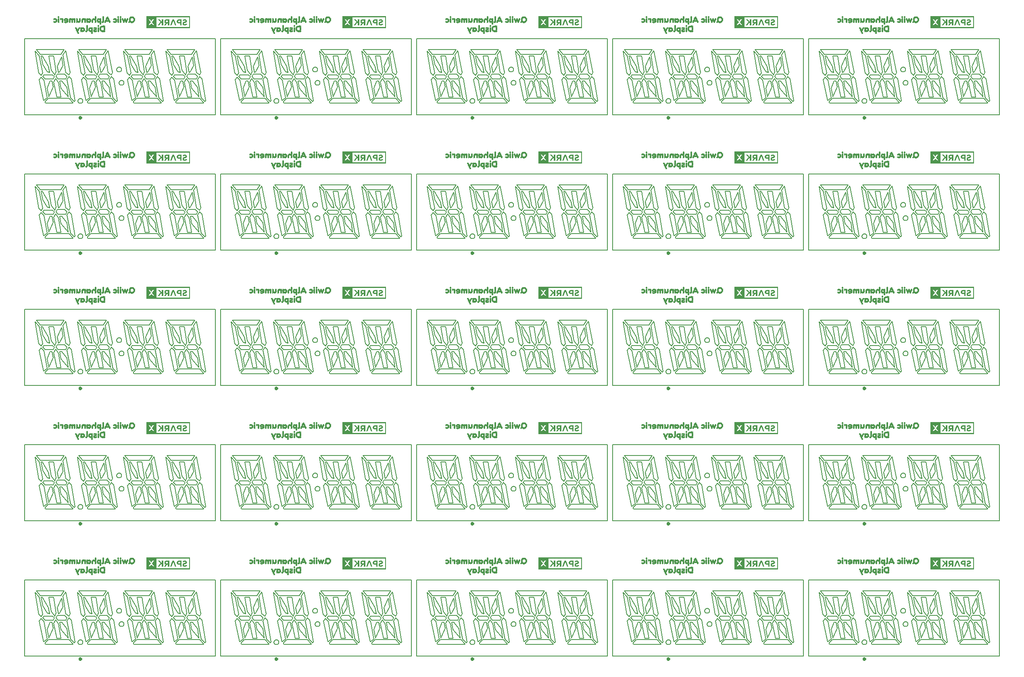
<source format=gbo>
G04 EAGLE Gerber RS-274X export*
G75*
%MOMM*%
%FSLAX34Y34*%
%LPD*%
%INSilkscreen Bottom*%
%IPPOS*%
%AMOC8*
5,1,8,0,0,1.08239X$1,22.5*%
G01*
%ADD10R,0.250000X0.050000*%
%ADD11R,0.200000X0.050000*%
%ADD12R,0.300000X0.050000*%
%ADD13R,0.350000X0.050000*%
%ADD14R,0.050000X0.050000*%
%ADD15R,0.600000X0.050000*%
%ADD16R,0.700000X0.050000*%
%ADD17R,0.900000X0.050000*%
%ADD18R,1.000000X0.050000*%
%ADD19R,0.400000X0.050000*%
%ADD20R,1.100000X0.050000*%
%ADD21R,0.150000X0.050000*%
%ADD22R,0.100000X0.050000*%
%ADD23R,0.450000X0.050000*%
%ADD24R,0.500000X0.050000*%
%ADD25R,0.550000X0.050000*%
%ADD26R,0.650000X0.050000*%
%ADD27R,0.750000X0.050000*%
%ADD28R,0.800000X0.050000*%
%ADD29R,0.850000X0.050000*%
%ADD30R,1.300000X0.050000*%
%ADD31R,1.350000X0.050000*%
%ADD32R,0.950000X0.050000*%
%ADD33R,1.400000X0.050000*%
%ADD34R,0.350000X0.060000*%
%ADD35R,1.200000X0.060000*%
%ADD36R,0.300000X0.060000*%
%ADD37R,0.400000X0.060000*%
%ADD38R,0.100000X0.060000*%
%ADD39R,1.150000X0.050000*%
%ADD40R,1.050000X0.050000*%
%ADD41R,0.500000X0.060000*%
%ADD42R,0.550000X0.060000*%
%ADD43R,0.450000X0.060000*%
%ADD44R,0.250000X0.060000*%
%ADD45R,0.900000X0.060000*%
%ADD46R,0.950000X0.060000*%
%ADD47R,1.250000X0.050000*%
%ADD48R,1.200000X0.050000*%
%ADD49R,0.700000X0.060000*%
%ADD50R,0.600000X0.060000*%
%ADD51R,0.800000X0.060000*%
%ADD52R,0.750000X0.060000*%
%ADD53R,0.350000X0.040000*%
%ADD54R,1.100000X0.060000*%
%ADD55C,0.152400*%
%ADD56C,0.150000*%
%ADD57C,0.508000*%

G36*
X1173527Y1379251D02*
X1173527Y1379251D01*
X1173522Y1379259D01*
X1173529Y1379265D01*
X1173529Y1404575D01*
X1173493Y1404623D01*
X1173486Y1404617D01*
X1173480Y1404625D01*
X1082040Y1404625D01*
X1081993Y1404589D01*
X1081998Y1404581D01*
X1081991Y1404575D01*
X1081991Y1379265D01*
X1082027Y1379217D01*
X1082034Y1379223D01*
X1082040Y1379215D01*
X1173480Y1379215D01*
X1173527Y1379251D01*
G37*
G36*
X1996487Y1379251D02*
X1996487Y1379251D01*
X1996482Y1379259D01*
X1996489Y1379265D01*
X1996489Y1404575D01*
X1996453Y1404623D01*
X1996446Y1404617D01*
X1996440Y1404625D01*
X1905000Y1404625D01*
X1904953Y1404589D01*
X1904958Y1404581D01*
X1904951Y1404575D01*
X1904951Y1379265D01*
X1904987Y1379217D01*
X1904994Y1379223D01*
X1905000Y1379215D01*
X1996440Y1379215D01*
X1996487Y1379251D01*
G37*
G36*
X350567Y1379251D02*
X350567Y1379251D01*
X350562Y1379259D01*
X350569Y1379265D01*
X350569Y1404575D01*
X350533Y1404623D01*
X350526Y1404617D01*
X350520Y1404625D01*
X259080Y1404625D01*
X259033Y1404589D01*
X259038Y1404581D01*
X259031Y1404575D01*
X259031Y1379265D01*
X259067Y1379217D01*
X259074Y1379223D01*
X259080Y1379215D01*
X350520Y1379215D01*
X350567Y1379251D01*
G37*
G36*
X762047Y1379251D02*
X762047Y1379251D01*
X762042Y1379259D01*
X762049Y1379265D01*
X762049Y1404575D01*
X762013Y1404623D01*
X762006Y1404617D01*
X762000Y1404625D01*
X670560Y1404625D01*
X670513Y1404589D01*
X670518Y1404581D01*
X670511Y1404575D01*
X670511Y1379265D01*
X670547Y1379217D01*
X670554Y1379223D01*
X670560Y1379215D01*
X762000Y1379215D01*
X762047Y1379251D01*
G37*
G36*
X1585007Y1379251D02*
X1585007Y1379251D01*
X1585002Y1379259D01*
X1585009Y1379265D01*
X1585009Y1404575D01*
X1584973Y1404623D01*
X1584966Y1404617D01*
X1584960Y1404625D01*
X1493520Y1404625D01*
X1493473Y1404589D01*
X1493478Y1404581D01*
X1493471Y1404575D01*
X1493471Y1379265D01*
X1493507Y1379217D01*
X1493514Y1379223D01*
X1493520Y1379215D01*
X1584960Y1379215D01*
X1585007Y1379251D01*
G37*
G36*
X762047Y525811D02*
X762047Y525811D01*
X762042Y525819D01*
X762049Y525825D01*
X762049Y551135D01*
X762013Y551183D01*
X762006Y551177D01*
X762000Y551185D01*
X670560Y551185D01*
X670513Y551149D01*
X670518Y551141D01*
X670511Y551135D01*
X670511Y525825D01*
X670547Y525777D01*
X670554Y525783D01*
X670560Y525775D01*
X762000Y525775D01*
X762047Y525811D01*
G37*
G36*
X350567Y1094771D02*
X350567Y1094771D01*
X350562Y1094779D01*
X350569Y1094785D01*
X350569Y1120095D01*
X350533Y1120143D01*
X350526Y1120137D01*
X350520Y1120145D01*
X259080Y1120145D01*
X259033Y1120109D01*
X259038Y1120101D01*
X259031Y1120095D01*
X259031Y1094785D01*
X259067Y1094737D01*
X259074Y1094743D01*
X259080Y1094735D01*
X350520Y1094735D01*
X350567Y1094771D01*
G37*
G36*
X1996487Y241331D02*
X1996487Y241331D01*
X1996482Y241339D01*
X1996489Y241345D01*
X1996489Y266655D01*
X1996453Y266703D01*
X1996446Y266697D01*
X1996440Y266705D01*
X1905000Y266705D01*
X1904953Y266669D01*
X1904958Y266661D01*
X1904951Y266655D01*
X1904951Y241345D01*
X1904987Y241297D01*
X1904994Y241303D01*
X1905000Y241295D01*
X1996440Y241295D01*
X1996487Y241331D01*
G37*
G36*
X1996487Y525811D02*
X1996487Y525811D01*
X1996482Y525819D01*
X1996489Y525825D01*
X1996489Y551135D01*
X1996453Y551183D01*
X1996446Y551177D01*
X1996440Y551185D01*
X1905000Y551185D01*
X1904953Y551149D01*
X1904958Y551141D01*
X1904951Y551135D01*
X1904951Y525825D01*
X1904987Y525777D01*
X1904994Y525783D01*
X1905000Y525775D01*
X1996440Y525775D01*
X1996487Y525811D01*
G37*
G36*
X1173527Y525811D02*
X1173527Y525811D01*
X1173522Y525819D01*
X1173529Y525825D01*
X1173529Y551135D01*
X1173493Y551183D01*
X1173486Y551177D01*
X1173480Y551185D01*
X1082040Y551185D01*
X1081993Y551149D01*
X1081998Y551141D01*
X1081991Y551135D01*
X1081991Y525825D01*
X1082027Y525777D01*
X1082034Y525783D01*
X1082040Y525775D01*
X1173480Y525775D01*
X1173527Y525811D01*
G37*
G36*
X1173527Y810291D02*
X1173527Y810291D01*
X1173522Y810299D01*
X1173529Y810305D01*
X1173529Y835615D01*
X1173493Y835663D01*
X1173486Y835657D01*
X1173480Y835665D01*
X1082040Y835665D01*
X1081993Y835629D01*
X1081998Y835621D01*
X1081991Y835615D01*
X1081991Y810305D01*
X1082027Y810257D01*
X1082034Y810263D01*
X1082040Y810255D01*
X1173480Y810255D01*
X1173527Y810291D01*
G37*
G36*
X762047Y810291D02*
X762047Y810291D01*
X762042Y810299D01*
X762049Y810305D01*
X762049Y835615D01*
X762013Y835663D01*
X762006Y835657D01*
X762000Y835665D01*
X670560Y835665D01*
X670513Y835629D01*
X670518Y835621D01*
X670511Y835615D01*
X670511Y810305D01*
X670547Y810257D01*
X670554Y810263D01*
X670560Y810255D01*
X762000Y810255D01*
X762047Y810291D01*
G37*
G36*
X1996487Y810291D02*
X1996487Y810291D01*
X1996482Y810299D01*
X1996489Y810305D01*
X1996489Y835615D01*
X1996453Y835663D01*
X1996446Y835657D01*
X1996440Y835665D01*
X1905000Y835665D01*
X1904953Y835629D01*
X1904958Y835621D01*
X1904951Y835615D01*
X1904951Y810305D01*
X1904987Y810257D01*
X1904994Y810263D01*
X1905000Y810255D01*
X1996440Y810255D01*
X1996487Y810291D01*
G37*
G36*
X350567Y810291D02*
X350567Y810291D01*
X350562Y810299D01*
X350569Y810305D01*
X350569Y835615D01*
X350533Y835663D01*
X350526Y835657D01*
X350520Y835665D01*
X259080Y835665D01*
X259033Y835629D01*
X259038Y835621D01*
X259031Y835615D01*
X259031Y810305D01*
X259067Y810257D01*
X259074Y810263D01*
X259080Y810255D01*
X350520Y810255D01*
X350567Y810291D01*
G37*
G36*
X1585007Y810291D02*
X1585007Y810291D01*
X1585002Y810299D01*
X1585009Y810305D01*
X1585009Y835615D01*
X1584973Y835663D01*
X1584966Y835657D01*
X1584960Y835665D01*
X1493520Y835665D01*
X1493473Y835629D01*
X1493478Y835621D01*
X1493471Y835615D01*
X1493471Y810305D01*
X1493507Y810257D01*
X1493514Y810263D01*
X1493520Y810255D01*
X1584960Y810255D01*
X1585007Y810291D01*
G37*
G36*
X1173527Y241331D02*
X1173527Y241331D01*
X1173522Y241339D01*
X1173529Y241345D01*
X1173529Y266655D01*
X1173493Y266703D01*
X1173486Y266697D01*
X1173480Y266705D01*
X1082040Y266705D01*
X1081993Y266669D01*
X1081998Y266661D01*
X1081991Y266655D01*
X1081991Y241345D01*
X1082027Y241297D01*
X1082034Y241303D01*
X1082040Y241295D01*
X1173480Y241295D01*
X1173527Y241331D01*
G37*
G36*
X1585007Y525811D02*
X1585007Y525811D01*
X1585002Y525819D01*
X1585009Y525825D01*
X1585009Y551135D01*
X1584973Y551183D01*
X1584966Y551177D01*
X1584960Y551185D01*
X1493520Y551185D01*
X1493473Y551149D01*
X1493478Y551141D01*
X1493471Y551135D01*
X1493471Y525825D01*
X1493507Y525777D01*
X1493514Y525783D01*
X1493520Y525775D01*
X1584960Y525775D01*
X1585007Y525811D01*
G37*
G36*
X350567Y525811D02*
X350567Y525811D01*
X350562Y525819D01*
X350569Y525825D01*
X350569Y551135D01*
X350533Y551183D01*
X350526Y551177D01*
X350520Y551185D01*
X259080Y551185D01*
X259033Y551149D01*
X259038Y551141D01*
X259031Y551135D01*
X259031Y525825D01*
X259067Y525777D01*
X259074Y525783D01*
X259080Y525775D01*
X350520Y525775D01*
X350567Y525811D01*
G37*
G36*
X1585007Y241331D02*
X1585007Y241331D01*
X1585002Y241339D01*
X1585009Y241345D01*
X1585009Y266655D01*
X1584973Y266703D01*
X1584966Y266697D01*
X1584960Y266705D01*
X1493520Y266705D01*
X1493473Y266669D01*
X1493478Y266661D01*
X1493471Y266655D01*
X1493471Y241345D01*
X1493507Y241297D01*
X1493514Y241303D01*
X1493520Y241295D01*
X1584960Y241295D01*
X1585007Y241331D01*
G37*
G36*
X259067Y241297D02*
X259067Y241297D01*
X259074Y241303D01*
X259080Y241295D01*
X350520Y241295D01*
X350567Y241331D01*
X350562Y241339D01*
X350569Y241345D01*
X350569Y266655D01*
X350533Y266703D01*
X350526Y266697D01*
X350520Y266705D01*
X259080Y266705D01*
X259033Y266669D01*
X259038Y266661D01*
X259031Y266655D01*
X259031Y241345D01*
X259067Y241297D01*
G37*
G36*
X762047Y241331D02*
X762047Y241331D01*
X762042Y241339D01*
X762049Y241345D01*
X762049Y266655D01*
X762013Y266703D01*
X762006Y266697D01*
X762000Y266705D01*
X670560Y266705D01*
X670513Y266669D01*
X670518Y266661D01*
X670511Y266655D01*
X670511Y241345D01*
X670547Y241297D01*
X670554Y241303D01*
X670560Y241295D01*
X762000Y241295D01*
X762047Y241331D01*
G37*
G36*
X1996487Y1094771D02*
X1996487Y1094771D01*
X1996482Y1094779D01*
X1996489Y1094785D01*
X1996489Y1120095D01*
X1996453Y1120143D01*
X1996446Y1120137D01*
X1996440Y1120145D01*
X1905000Y1120145D01*
X1904953Y1120109D01*
X1904958Y1120101D01*
X1904951Y1120095D01*
X1904951Y1094785D01*
X1904987Y1094737D01*
X1904994Y1094743D01*
X1905000Y1094735D01*
X1996440Y1094735D01*
X1996487Y1094771D01*
G37*
G36*
X1173527Y1094771D02*
X1173527Y1094771D01*
X1173522Y1094779D01*
X1173529Y1094785D01*
X1173529Y1120095D01*
X1173493Y1120143D01*
X1173486Y1120137D01*
X1173480Y1120145D01*
X1082040Y1120145D01*
X1081993Y1120109D01*
X1081998Y1120101D01*
X1081991Y1120095D01*
X1081991Y1094785D01*
X1082027Y1094737D01*
X1082034Y1094743D01*
X1082040Y1094735D01*
X1173480Y1094735D01*
X1173527Y1094771D01*
G37*
G36*
X762047Y1094771D02*
X762047Y1094771D01*
X762042Y1094779D01*
X762049Y1094785D01*
X762049Y1120095D01*
X762013Y1120143D01*
X762006Y1120137D01*
X762000Y1120145D01*
X670560Y1120145D01*
X670513Y1120109D01*
X670518Y1120101D01*
X670511Y1120095D01*
X670511Y1094785D01*
X670547Y1094737D01*
X670554Y1094743D01*
X670560Y1094735D01*
X762000Y1094735D01*
X762047Y1094771D01*
G37*
G36*
X1585007Y1094771D02*
X1585007Y1094771D01*
X1585002Y1094779D01*
X1585009Y1094785D01*
X1585009Y1120095D01*
X1584973Y1120143D01*
X1584966Y1120137D01*
X1584960Y1120145D01*
X1493520Y1120145D01*
X1493473Y1120109D01*
X1493478Y1120101D01*
X1493471Y1120095D01*
X1493471Y1094785D01*
X1493507Y1094737D01*
X1493514Y1094743D01*
X1493520Y1094735D01*
X1584960Y1094735D01*
X1585007Y1094771D01*
G37*
%LPC*%
G36*
X1513997Y1381664D02*
X1513997Y1381664D01*
X1513997Y1402176D01*
X1582561Y1402176D01*
X1582561Y1381664D01*
X1513997Y1381664D01*
G37*
%LPD*%
%LPC*%
G36*
X691037Y1381664D02*
X691037Y1381664D01*
X691037Y1402176D01*
X759601Y1402176D01*
X759601Y1381664D01*
X691037Y1381664D01*
G37*
%LPD*%
%LPC*%
G36*
X1925477Y1381664D02*
X1925477Y1381664D01*
X1925477Y1402176D01*
X1994041Y1402176D01*
X1994041Y1381664D01*
X1925477Y1381664D01*
G37*
%LPD*%
%LPC*%
G36*
X1102517Y1381664D02*
X1102517Y1381664D01*
X1102517Y1402176D01*
X1171081Y1402176D01*
X1171081Y1381664D01*
X1102517Y1381664D01*
G37*
%LPD*%
%LPC*%
G36*
X279557Y1381664D02*
X279557Y1381664D01*
X279557Y1402176D01*
X348121Y1402176D01*
X348121Y1381664D01*
X279557Y1381664D01*
G37*
%LPD*%
%LPC*%
G36*
X1102517Y812704D02*
X1102517Y812704D01*
X1102517Y833216D01*
X1171081Y833216D01*
X1171081Y812704D01*
X1102517Y812704D01*
G37*
%LPD*%
%LPC*%
G36*
X279557Y812704D02*
X279557Y812704D01*
X279557Y833216D01*
X348121Y833216D01*
X348121Y812704D01*
X279557Y812704D01*
G37*
%LPD*%
%LPC*%
G36*
X691037Y812704D02*
X691037Y812704D01*
X691037Y833216D01*
X759601Y833216D01*
X759601Y812704D01*
X691037Y812704D01*
G37*
%LPD*%
%LPC*%
G36*
X1925477Y812704D02*
X1925477Y812704D01*
X1925477Y833216D01*
X1994041Y833216D01*
X1994041Y812704D01*
X1925477Y812704D01*
G37*
%LPD*%
%LPC*%
G36*
X1513997Y812704D02*
X1513997Y812704D01*
X1513997Y833216D01*
X1582561Y833216D01*
X1582561Y812704D01*
X1513997Y812704D01*
G37*
%LPD*%
%LPC*%
G36*
X1102517Y243744D02*
X1102517Y243744D01*
X1102517Y264256D01*
X1171081Y264256D01*
X1171081Y243744D01*
X1102517Y243744D01*
G37*
%LPD*%
%LPC*%
G36*
X1102517Y1097184D02*
X1102517Y1097184D01*
X1102517Y1117696D01*
X1171081Y1117696D01*
X1171081Y1097184D01*
X1102517Y1097184D01*
G37*
%LPD*%
%LPC*%
G36*
X691037Y1097184D02*
X691037Y1097184D01*
X691037Y1117696D01*
X759601Y1117696D01*
X759601Y1097184D01*
X691037Y1097184D01*
G37*
%LPD*%
%LPC*%
G36*
X1513997Y1097184D02*
X1513997Y1097184D01*
X1513997Y1117696D01*
X1582561Y1117696D01*
X1582561Y1097184D01*
X1513997Y1097184D01*
G37*
%LPD*%
%LPC*%
G36*
X279557Y1097184D02*
X279557Y1097184D01*
X279557Y1117696D01*
X348121Y1117696D01*
X348121Y1097184D01*
X279557Y1097184D01*
G37*
%LPD*%
%LPC*%
G36*
X1925477Y1097184D02*
X1925477Y1097184D01*
X1925477Y1117696D01*
X1994041Y1117696D01*
X1994041Y1097184D01*
X1925477Y1097184D01*
G37*
%LPD*%
%LPC*%
G36*
X1925477Y243744D02*
X1925477Y243744D01*
X1925477Y264256D01*
X1994041Y264256D01*
X1994041Y243744D01*
X1925477Y243744D01*
G37*
%LPD*%
%LPC*%
G36*
X1513997Y243744D02*
X1513997Y243744D01*
X1513997Y264256D01*
X1582561Y264256D01*
X1582561Y243744D01*
X1513997Y243744D01*
G37*
%LPD*%
%LPC*%
G36*
X348121Y264256D02*
X348121Y264256D01*
X348121Y243744D01*
X279557Y243744D01*
X279557Y264256D01*
X348121Y264256D01*
G37*
%LPD*%
%LPC*%
G36*
X691037Y243744D02*
X691037Y243744D01*
X691037Y264256D01*
X759601Y264256D01*
X759601Y243744D01*
X691037Y243744D01*
G37*
%LPD*%
%LPC*%
G36*
X1513997Y528224D02*
X1513997Y528224D01*
X1513997Y548736D01*
X1582561Y548736D01*
X1582561Y528224D01*
X1513997Y528224D01*
G37*
%LPD*%
%LPC*%
G36*
X691037Y528224D02*
X691037Y528224D01*
X691037Y548736D01*
X759601Y548736D01*
X759601Y528224D01*
X691037Y528224D01*
G37*
%LPD*%
%LPC*%
G36*
X279557Y528224D02*
X279557Y528224D01*
X279557Y548736D01*
X348121Y548736D01*
X348121Y528224D01*
X279557Y528224D01*
G37*
%LPD*%
%LPC*%
G36*
X1925477Y528224D02*
X1925477Y528224D01*
X1925477Y548736D01*
X1994041Y548736D01*
X1994041Y528224D01*
X1925477Y528224D01*
G37*
%LPD*%
%LPC*%
G36*
X1102517Y528224D02*
X1102517Y528224D01*
X1102517Y548736D01*
X1171081Y548736D01*
X1171081Y528224D01*
X1102517Y528224D01*
G37*
%LPD*%
G36*
X1945280Y1385756D02*
X1945280Y1385756D01*
X1945293Y1385757D01*
X1947903Y1389658D01*
X1949948Y1389658D01*
X1949948Y1385784D01*
X1949984Y1385737D01*
X1949992Y1385743D01*
X1949998Y1385735D01*
X1952695Y1385735D01*
X1952743Y1385771D01*
X1952737Y1385779D01*
X1952744Y1385784D01*
X1952744Y1398046D01*
X1952708Y1398094D01*
X1952701Y1398088D01*
X1952695Y1398096D01*
X1947090Y1398096D01*
X1947088Y1398094D01*
X1947087Y1398096D01*
X1946051Y1398029D01*
X1946047Y1398025D01*
X1946044Y1398028D01*
X1945131Y1397827D01*
X1945126Y1397822D01*
X1945122Y1397825D01*
X1944331Y1397490D01*
X1944327Y1397484D01*
X1944322Y1397485D01*
X1943651Y1397017D01*
X1943648Y1397009D01*
X1943643Y1397010D01*
X1943109Y1396421D01*
X1943109Y1396413D01*
X1943103Y1396412D01*
X1942723Y1395719D01*
X1942724Y1395711D01*
X1942718Y1395709D01*
X1942668Y1395531D01*
X1942626Y1395383D01*
X1942584Y1395235D01*
X1942542Y1395087D01*
X1942500Y1394940D01*
X1942491Y1394911D01*
X1942492Y1394910D01*
X1942491Y1394909D01*
X1942493Y1394905D01*
X1942494Y1394904D01*
X1942489Y1394901D01*
X1942414Y1394000D01*
X1942416Y1393997D01*
X1942414Y1393996D01*
X1942414Y1393959D01*
X1942417Y1393955D01*
X1942414Y1393952D01*
X1942598Y1392603D01*
X1942607Y1392595D01*
X1942603Y1392588D01*
X1943151Y1391514D01*
X1943161Y1391508D01*
X1943160Y1391501D01*
X1943999Y1390692D01*
X1944009Y1390691D01*
X1944010Y1390684D01*
X1945025Y1390147D01*
X1942057Y1385812D01*
X1942057Y1385803D01*
X1942050Y1385798D01*
X1942058Y1385787D01*
X1942059Y1385753D01*
X1942083Y1385754D01*
X1942097Y1385735D01*
X1945252Y1385735D01*
X1945280Y1385756D01*
G37*
G36*
X1122320Y1101276D02*
X1122320Y1101276D01*
X1122333Y1101277D01*
X1124943Y1105178D01*
X1126988Y1105178D01*
X1126988Y1101304D01*
X1127024Y1101257D01*
X1127032Y1101263D01*
X1127038Y1101255D01*
X1129735Y1101255D01*
X1129783Y1101291D01*
X1129777Y1101299D01*
X1129784Y1101304D01*
X1129784Y1113566D01*
X1129748Y1113614D01*
X1129741Y1113608D01*
X1129735Y1113616D01*
X1124130Y1113616D01*
X1124128Y1113614D01*
X1124127Y1113616D01*
X1123091Y1113549D01*
X1123087Y1113545D01*
X1123084Y1113548D01*
X1122171Y1113347D01*
X1122166Y1113342D01*
X1122162Y1113345D01*
X1121371Y1113010D01*
X1121367Y1113004D01*
X1121362Y1113005D01*
X1120691Y1112537D01*
X1120688Y1112529D01*
X1120683Y1112530D01*
X1120149Y1111941D01*
X1120149Y1111933D01*
X1120143Y1111932D01*
X1119763Y1111239D01*
X1119764Y1111231D01*
X1119758Y1111229D01*
X1119708Y1111051D01*
X1119666Y1110903D01*
X1119624Y1110755D01*
X1119582Y1110607D01*
X1119540Y1110460D01*
X1119531Y1110431D01*
X1119532Y1110430D01*
X1119531Y1110429D01*
X1119533Y1110425D01*
X1119534Y1110424D01*
X1119529Y1110421D01*
X1119454Y1109520D01*
X1119456Y1109517D01*
X1119454Y1109516D01*
X1119454Y1109479D01*
X1119457Y1109475D01*
X1119454Y1109472D01*
X1119638Y1108123D01*
X1119647Y1108115D01*
X1119643Y1108108D01*
X1120191Y1107034D01*
X1120201Y1107028D01*
X1120200Y1107021D01*
X1121039Y1106212D01*
X1121049Y1106211D01*
X1121050Y1106204D01*
X1122065Y1105667D01*
X1119097Y1101332D01*
X1119097Y1101323D01*
X1119090Y1101318D01*
X1119098Y1101307D01*
X1119099Y1101273D01*
X1119123Y1101274D01*
X1119137Y1101255D01*
X1122292Y1101255D01*
X1122320Y1101276D01*
G37*
G36*
X710840Y1101276D02*
X710840Y1101276D01*
X710853Y1101277D01*
X713463Y1105178D01*
X715508Y1105178D01*
X715508Y1101304D01*
X715544Y1101257D01*
X715552Y1101263D01*
X715558Y1101255D01*
X718255Y1101255D01*
X718303Y1101291D01*
X718297Y1101299D01*
X718304Y1101304D01*
X718304Y1113566D01*
X718268Y1113614D01*
X718261Y1113608D01*
X718255Y1113616D01*
X712650Y1113616D01*
X712648Y1113614D01*
X712647Y1113616D01*
X711611Y1113549D01*
X711607Y1113545D01*
X711604Y1113548D01*
X710691Y1113347D01*
X710686Y1113342D01*
X710682Y1113345D01*
X709891Y1113010D01*
X709887Y1113004D01*
X709882Y1113005D01*
X709211Y1112537D01*
X709208Y1112529D01*
X709203Y1112530D01*
X708669Y1111941D01*
X708669Y1111933D01*
X708663Y1111932D01*
X708283Y1111239D01*
X708284Y1111231D01*
X708278Y1111229D01*
X708228Y1111051D01*
X708186Y1110903D01*
X708144Y1110755D01*
X708102Y1110607D01*
X708060Y1110460D01*
X708051Y1110431D01*
X708052Y1110430D01*
X708051Y1110429D01*
X708053Y1110425D01*
X708054Y1110424D01*
X708049Y1110421D01*
X707974Y1109520D01*
X707976Y1109517D01*
X707974Y1109516D01*
X707974Y1109479D01*
X707977Y1109475D01*
X707974Y1109472D01*
X708158Y1108123D01*
X708167Y1108115D01*
X708163Y1108108D01*
X708711Y1107034D01*
X708721Y1107028D01*
X708720Y1107021D01*
X709559Y1106212D01*
X709569Y1106211D01*
X709570Y1106204D01*
X710585Y1105667D01*
X707617Y1101332D01*
X707617Y1101323D01*
X707610Y1101318D01*
X707618Y1101307D01*
X707619Y1101273D01*
X707643Y1101274D01*
X707657Y1101255D01*
X710812Y1101255D01*
X710840Y1101276D01*
G37*
G36*
X299360Y1101276D02*
X299360Y1101276D01*
X299373Y1101277D01*
X301983Y1105178D01*
X304028Y1105178D01*
X304028Y1101304D01*
X304064Y1101257D01*
X304072Y1101263D01*
X304078Y1101255D01*
X306775Y1101255D01*
X306823Y1101291D01*
X306817Y1101299D01*
X306824Y1101304D01*
X306824Y1113566D01*
X306788Y1113614D01*
X306781Y1113608D01*
X306775Y1113616D01*
X301170Y1113616D01*
X301168Y1113614D01*
X301167Y1113616D01*
X300131Y1113549D01*
X300127Y1113545D01*
X300124Y1113548D01*
X299211Y1113347D01*
X299206Y1113342D01*
X299202Y1113345D01*
X298411Y1113010D01*
X298407Y1113004D01*
X298402Y1113005D01*
X297731Y1112537D01*
X297728Y1112529D01*
X297723Y1112530D01*
X297189Y1111941D01*
X297189Y1111933D01*
X297183Y1111932D01*
X296803Y1111239D01*
X296804Y1111231D01*
X296798Y1111229D01*
X296748Y1111051D01*
X296706Y1110903D01*
X296664Y1110755D01*
X296622Y1110607D01*
X296580Y1110460D01*
X296571Y1110431D01*
X296572Y1110430D01*
X296571Y1110429D01*
X296573Y1110425D01*
X296574Y1110424D01*
X296569Y1110421D01*
X296494Y1109520D01*
X296496Y1109517D01*
X296494Y1109516D01*
X296494Y1109479D01*
X296497Y1109475D01*
X296494Y1109472D01*
X296678Y1108123D01*
X296687Y1108115D01*
X296683Y1108108D01*
X297231Y1107034D01*
X297241Y1107028D01*
X297240Y1107021D01*
X298079Y1106212D01*
X298089Y1106211D01*
X298090Y1106204D01*
X299105Y1105667D01*
X296137Y1101332D01*
X296137Y1101323D01*
X296130Y1101318D01*
X296138Y1101307D01*
X296139Y1101273D01*
X296163Y1101274D01*
X296177Y1101255D01*
X299332Y1101255D01*
X299360Y1101276D01*
G37*
G36*
X1533800Y1101276D02*
X1533800Y1101276D01*
X1533813Y1101277D01*
X1536423Y1105178D01*
X1538468Y1105178D01*
X1538468Y1101304D01*
X1538504Y1101257D01*
X1538512Y1101263D01*
X1538518Y1101255D01*
X1541215Y1101255D01*
X1541263Y1101291D01*
X1541257Y1101299D01*
X1541264Y1101304D01*
X1541264Y1113566D01*
X1541228Y1113614D01*
X1541221Y1113608D01*
X1541215Y1113616D01*
X1535610Y1113616D01*
X1535608Y1113614D01*
X1535607Y1113616D01*
X1534571Y1113549D01*
X1534567Y1113545D01*
X1534564Y1113548D01*
X1533651Y1113347D01*
X1533646Y1113342D01*
X1533642Y1113345D01*
X1532851Y1113010D01*
X1532847Y1113004D01*
X1532842Y1113005D01*
X1532171Y1112537D01*
X1532168Y1112529D01*
X1532163Y1112530D01*
X1531629Y1111941D01*
X1531629Y1111933D01*
X1531623Y1111932D01*
X1531243Y1111239D01*
X1531244Y1111231D01*
X1531238Y1111229D01*
X1531188Y1111051D01*
X1531146Y1110903D01*
X1531104Y1110755D01*
X1531062Y1110607D01*
X1531020Y1110460D01*
X1531011Y1110431D01*
X1531012Y1110430D01*
X1531011Y1110429D01*
X1531013Y1110425D01*
X1531014Y1110424D01*
X1531009Y1110421D01*
X1530934Y1109520D01*
X1530936Y1109517D01*
X1530934Y1109516D01*
X1530934Y1109479D01*
X1530937Y1109475D01*
X1530934Y1109472D01*
X1531118Y1108123D01*
X1531127Y1108115D01*
X1531123Y1108108D01*
X1531671Y1107034D01*
X1531681Y1107028D01*
X1531680Y1107021D01*
X1532519Y1106212D01*
X1532529Y1106211D01*
X1532530Y1106204D01*
X1533545Y1105667D01*
X1530577Y1101332D01*
X1530577Y1101323D01*
X1530570Y1101318D01*
X1530578Y1101307D01*
X1530579Y1101273D01*
X1530603Y1101274D01*
X1530617Y1101255D01*
X1533772Y1101255D01*
X1533800Y1101276D01*
G37*
G36*
X1533800Y1385756D02*
X1533800Y1385756D01*
X1533813Y1385757D01*
X1536423Y1389658D01*
X1538468Y1389658D01*
X1538468Y1385784D01*
X1538504Y1385737D01*
X1538512Y1385743D01*
X1538518Y1385735D01*
X1541215Y1385735D01*
X1541263Y1385771D01*
X1541257Y1385779D01*
X1541264Y1385784D01*
X1541264Y1398046D01*
X1541228Y1398094D01*
X1541221Y1398088D01*
X1541215Y1398096D01*
X1535610Y1398096D01*
X1535608Y1398094D01*
X1535607Y1398096D01*
X1534571Y1398029D01*
X1534567Y1398025D01*
X1534564Y1398028D01*
X1533651Y1397827D01*
X1533646Y1397822D01*
X1533642Y1397825D01*
X1532851Y1397490D01*
X1532847Y1397484D01*
X1532842Y1397485D01*
X1532171Y1397017D01*
X1532168Y1397009D01*
X1532163Y1397010D01*
X1531629Y1396421D01*
X1531629Y1396413D01*
X1531623Y1396412D01*
X1531243Y1395719D01*
X1531244Y1395711D01*
X1531238Y1395709D01*
X1531188Y1395531D01*
X1531146Y1395383D01*
X1531104Y1395235D01*
X1531062Y1395087D01*
X1531020Y1394940D01*
X1531011Y1394911D01*
X1531012Y1394910D01*
X1531011Y1394909D01*
X1531013Y1394905D01*
X1531014Y1394904D01*
X1531009Y1394901D01*
X1530934Y1394000D01*
X1530936Y1393997D01*
X1530934Y1393996D01*
X1530934Y1393959D01*
X1530937Y1393955D01*
X1530934Y1393952D01*
X1531118Y1392603D01*
X1531127Y1392595D01*
X1531123Y1392588D01*
X1531671Y1391514D01*
X1531681Y1391508D01*
X1531680Y1391501D01*
X1532519Y1390692D01*
X1532529Y1390691D01*
X1532530Y1390684D01*
X1533545Y1390147D01*
X1530577Y1385812D01*
X1530577Y1385803D01*
X1530570Y1385798D01*
X1530578Y1385787D01*
X1530579Y1385753D01*
X1530603Y1385754D01*
X1530617Y1385735D01*
X1533772Y1385735D01*
X1533800Y1385756D01*
G37*
G36*
X710840Y816796D02*
X710840Y816796D01*
X710853Y816797D01*
X713463Y820698D01*
X715508Y820698D01*
X715508Y816824D01*
X715544Y816777D01*
X715552Y816783D01*
X715558Y816775D01*
X718255Y816775D01*
X718303Y816811D01*
X718297Y816819D01*
X718304Y816824D01*
X718304Y829086D01*
X718268Y829134D01*
X718261Y829128D01*
X718255Y829136D01*
X712650Y829136D01*
X712648Y829134D01*
X712647Y829136D01*
X711611Y829069D01*
X711607Y829065D01*
X711604Y829068D01*
X710691Y828867D01*
X710686Y828862D01*
X710682Y828865D01*
X709891Y828530D01*
X709887Y828524D01*
X709882Y828525D01*
X709211Y828057D01*
X709208Y828049D01*
X709203Y828050D01*
X708669Y827461D01*
X708669Y827453D01*
X708663Y827452D01*
X708283Y826759D01*
X708284Y826751D01*
X708278Y826749D01*
X708228Y826571D01*
X708186Y826423D01*
X708144Y826275D01*
X708102Y826127D01*
X708060Y825980D01*
X708051Y825951D01*
X708052Y825950D01*
X708051Y825949D01*
X708053Y825945D01*
X708054Y825944D01*
X708049Y825941D01*
X707974Y825040D01*
X707976Y825037D01*
X707974Y825036D01*
X707974Y824999D01*
X707977Y824995D01*
X707974Y824992D01*
X708158Y823643D01*
X708167Y823635D01*
X708163Y823628D01*
X708711Y822554D01*
X708721Y822548D01*
X708720Y822541D01*
X709559Y821732D01*
X709569Y821731D01*
X709570Y821724D01*
X710585Y821187D01*
X707617Y816852D01*
X707617Y816843D01*
X707610Y816838D01*
X707618Y816827D01*
X707619Y816793D01*
X707643Y816794D01*
X707657Y816775D01*
X710812Y816775D01*
X710840Y816796D01*
G37*
G36*
X710840Y1385756D02*
X710840Y1385756D01*
X710853Y1385757D01*
X713463Y1389658D01*
X715508Y1389658D01*
X715508Y1385784D01*
X715544Y1385737D01*
X715552Y1385743D01*
X715558Y1385735D01*
X718255Y1385735D01*
X718303Y1385771D01*
X718297Y1385779D01*
X718304Y1385784D01*
X718304Y1398046D01*
X718268Y1398094D01*
X718261Y1398088D01*
X718255Y1398096D01*
X712650Y1398096D01*
X712648Y1398094D01*
X712647Y1398096D01*
X711611Y1398029D01*
X711607Y1398025D01*
X711604Y1398028D01*
X710691Y1397827D01*
X710686Y1397822D01*
X710682Y1397825D01*
X709891Y1397490D01*
X709887Y1397484D01*
X709882Y1397485D01*
X709211Y1397017D01*
X709208Y1397009D01*
X709203Y1397010D01*
X708669Y1396421D01*
X708669Y1396413D01*
X708663Y1396412D01*
X708283Y1395719D01*
X708284Y1395711D01*
X708278Y1395709D01*
X708228Y1395531D01*
X708186Y1395383D01*
X708144Y1395235D01*
X708102Y1395087D01*
X708060Y1394940D01*
X708051Y1394911D01*
X708052Y1394910D01*
X708051Y1394909D01*
X708053Y1394905D01*
X708054Y1394904D01*
X708049Y1394901D01*
X707974Y1394000D01*
X707976Y1393997D01*
X707974Y1393996D01*
X707974Y1393959D01*
X707977Y1393955D01*
X707974Y1393952D01*
X708158Y1392603D01*
X708167Y1392595D01*
X708163Y1392588D01*
X708711Y1391514D01*
X708721Y1391508D01*
X708720Y1391501D01*
X709559Y1390692D01*
X709569Y1390691D01*
X709570Y1390684D01*
X710585Y1390147D01*
X707617Y1385812D01*
X707617Y1385803D01*
X707610Y1385798D01*
X707618Y1385787D01*
X707619Y1385753D01*
X707643Y1385754D01*
X707657Y1385735D01*
X710812Y1385735D01*
X710840Y1385756D01*
G37*
G36*
X1122320Y1385756D02*
X1122320Y1385756D01*
X1122333Y1385757D01*
X1124943Y1389658D01*
X1126988Y1389658D01*
X1126988Y1385784D01*
X1127024Y1385737D01*
X1127032Y1385743D01*
X1127038Y1385735D01*
X1129735Y1385735D01*
X1129783Y1385771D01*
X1129777Y1385779D01*
X1129784Y1385784D01*
X1129784Y1398046D01*
X1129748Y1398094D01*
X1129741Y1398088D01*
X1129735Y1398096D01*
X1124130Y1398096D01*
X1124128Y1398094D01*
X1124127Y1398096D01*
X1123091Y1398029D01*
X1123087Y1398025D01*
X1123084Y1398028D01*
X1122171Y1397827D01*
X1122166Y1397822D01*
X1122162Y1397825D01*
X1121371Y1397490D01*
X1121367Y1397484D01*
X1121362Y1397485D01*
X1120691Y1397017D01*
X1120688Y1397009D01*
X1120683Y1397010D01*
X1120149Y1396421D01*
X1120149Y1396413D01*
X1120143Y1396412D01*
X1119763Y1395719D01*
X1119764Y1395711D01*
X1119758Y1395709D01*
X1119708Y1395531D01*
X1119666Y1395383D01*
X1119624Y1395235D01*
X1119582Y1395087D01*
X1119540Y1394940D01*
X1119531Y1394911D01*
X1119532Y1394910D01*
X1119531Y1394909D01*
X1119533Y1394905D01*
X1119534Y1394904D01*
X1119529Y1394901D01*
X1119454Y1394000D01*
X1119456Y1393997D01*
X1119454Y1393996D01*
X1119454Y1393959D01*
X1119457Y1393955D01*
X1119454Y1393952D01*
X1119638Y1392603D01*
X1119647Y1392595D01*
X1119643Y1392588D01*
X1120191Y1391514D01*
X1120201Y1391508D01*
X1120200Y1391501D01*
X1121039Y1390692D01*
X1121049Y1390691D01*
X1121050Y1390684D01*
X1122065Y1390147D01*
X1119097Y1385812D01*
X1119097Y1385803D01*
X1119090Y1385798D01*
X1119098Y1385787D01*
X1119099Y1385753D01*
X1119123Y1385754D01*
X1119137Y1385735D01*
X1122292Y1385735D01*
X1122320Y1385756D01*
G37*
G36*
X299360Y1385756D02*
X299360Y1385756D01*
X299373Y1385757D01*
X301983Y1389658D01*
X304028Y1389658D01*
X304028Y1385784D01*
X304064Y1385737D01*
X304072Y1385743D01*
X304078Y1385735D01*
X306775Y1385735D01*
X306823Y1385771D01*
X306817Y1385779D01*
X306824Y1385784D01*
X306824Y1398046D01*
X306788Y1398094D01*
X306781Y1398088D01*
X306775Y1398096D01*
X301170Y1398096D01*
X301168Y1398094D01*
X301167Y1398096D01*
X300131Y1398029D01*
X300127Y1398025D01*
X300124Y1398028D01*
X299211Y1397827D01*
X299206Y1397822D01*
X299202Y1397825D01*
X298411Y1397490D01*
X298407Y1397484D01*
X298402Y1397485D01*
X297731Y1397017D01*
X297728Y1397009D01*
X297723Y1397010D01*
X297189Y1396421D01*
X297189Y1396413D01*
X297183Y1396412D01*
X296803Y1395719D01*
X296804Y1395711D01*
X296798Y1395709D01*
X296748Y1395531D01*
X296706Y1395383D01*
X296664Y1395235D01*
X296622Y1395087D01*
X296580Y1394940D01*
X296571Y1394911D01*
X296572Y1394910D01*
X296571Y1394909D01*
X296573Y1394905D01*
X296574Y1394904D01*
X296569Y1394901D01*
X296494Y1394000D01*
X296496Y1393997D01*
X296494Y1393996D01*
X296494Y1393959D01*
X296497Y1393955D01*
X296494Y1393952D01*
X296678Y1392603D01*
X296687Y1392595D01*
X296683Y1392588D01*
X297231Y1391514D01*
X297241Y1391508D01*
X297240Y1391501D01*
X298079Y1390692D01*
X298089Y1390691D01*
X298090Y1390684D01*
X299105Y1390147D01*
X296137Y1385812D01*
X296137Y1385803D01*
X296130Y1385798D01*
X296138Y1385787D01*
X296139Y1385753D01*
X296163Y1385754D01*
X296177Y1385735D01*
X299332Y1385735D01*
X299360Y1385756D01*
G37*
G36*
X1533800Y816796D02*
X1533800Y816796D01*
X1533813Y816797D01*
X1536423Y820698D01*
X1538468Y820698D01*
X1538468Y816824D01*
X1538504Y816777D01*
X1538512Y816783D01*
X1538518Y816775D01*
X1541215Y816775D01*
X1541263Y816811D01*
X1541257Y816819D01*
X1541264Y816824D01*
X1541264Y829086D01*
X1541228Y829134D01*
X1541221Y829128D01*
X1541215Y829136D01*
X1535610Y829136D01*
X1535608Y829134D01*
X1535607Y829136D01*
X1534571Y829069D01*
X1534567Y829065D01*
X1534564Y829068D01*
X1533651Y828867D01*
X1533646Y828862D01*
X1533642Y828865D01*
X1532851Y828530D01*
X1532847Y828524D01*
X1532842Y828525D01*
X1532171Y828057D01*
X1532168Y828049D01*
X1532163Y828050D01*
X1531629Y827461D01*
X1531629Y827453D01*
X1531623Y827452D01*
X1531243Y826759D01*
X1531244Y826751D01*
X1531238Y826749D01*
X1531188Y826571D01*
X1531146Y826423D01*
X1531104Y826275D01*
X1531062Y826127D01*
X1531020Y825980D01*
X1531011Y825951D01*
X1531012Y825950D01*
X1531011Y825949D01*
X1531013Y825945D01*
X1531014Y825944D01*
X1531009Y825941D01*
X1530934Y825040D01*
X1530936Y825037D01*
X1530934Y825036D01*
X1530934Y824999D01*
X1530937Y824995D01*
X1530934Y824992D01*
X1531118Y823643D01*
X1531127Y823635D01*
X1531123Y823628D01*
X1531671Y822554D01*
X1531681Y822548D01*
X1531680Y822541D01*
X1532519Y821732D01*
X1532529Y821731D01*
X1532530Y821724D01*
X1533545Y821187D01*
X1530577Y816852D01*
X1530577Y816843D01*
X1530570Y816838D01*
X1530578Y816827D01*
X1530579Y816793D01*
X1530603Y816794D01*
X1530617Y816775D01*
X1533772Y816775D01*
X1533800Y816796D01*
G37*
G36*
X299360Y816796D02*
X299360Y816796D01*
X299373Y816797D01*
X301983Y820698D01*
X304028Y820698D01*
X304028Y816824D01*
X304064Y816777D01*
X304072Y816783D01*
X304078Y816775D01*
X306775Y816775D01*
X306823Y816811D01*
X306817Y816819D01*
X306824Y816824D01*
X306824Y829086D01*
X306788Y829134D01*
X306781Y829128D01*
X306775Y829136D01*
X301170Y829136D01*
X301168Y829134D01*
X301167Y829136D01*
X300131Y829069D01*
X300127Y829065D01*
X300124Y829068D01*
X299211Y828867D01*
X299206Y828862D01*
X299202Y828865D01*
X298411Y828530D01*
X298407Y828524D01*
X298402Y828525D01*
X297731Y828057D01*
X297728Y828049D01*
X297723Y828050D01*
X297189Y827461D01*
X297189Y827453D01*
X297183Y827452D01*
X296803Y826759D01*
X296804Y826751D01*
X296798Y826749D01*
X296748Y826571D01*
X296706Y826423D01*
X296664Y826275D01*
X296622Y826127D01*
X296580Y825980D01*
X296571Y825951D01*
X296572Y825950D01*
X296571Y825949D01*
X296573Y825945D01*
X296574Y825944D01*
X296569Y825941D01*
X296494Y825040D01*
X296496Y825037D01*
X296494Y825036D01*
X296494Y824999D01*
X296497Y824995D01*
X296494Y824992D01*
X296678Y823643D01*
X296687Y823635D01*
X296683Y823628D01*
X297231Y822554D01*
X297241Y822548D01*
X297240Y822541D01*
X298079Y821732D01*
X298089Y821731D01*
X298090Y821724D01*
X299105Y821187D01*
X296137Y816852D01*
X296137Y816843D01*
X296130Y816838D01*
X296138Y816827D01*
X296139Y816793D01*
X296163Y816794D01*
X296177Y816775D01*
X299332Y816775D01*
X299360Y816796D01*
G37*
G36*
X1945280Y1101276D02*
X1945280Y1101276D01*
X1945293Y1101277D01*
X1947903Y1105178D01*
X1949948Y1105178D01*
X1949948Y1101304D01*
X1949984Y1101257D01*
X1949992Y1101263D01*
X1949998Y1101255D01*
X1952695Y1101255D01*
X1952743Y1101291D01*
X1952737Y1101299D01*
X1952744Y1101304D01*
X1952744Y1113566D01*
X1952708Y1113614D01*
X1952701Y1113608D01*
X1952695Y1113616D01*
X1947090Y1113616D01*
X1947088Y1113614D01*
X1947087Y1113616D01*
X1946051Y1113549D01*
X1946047Y1113545D01*
X1946044Y1113548D01*
X1945131Y1113347D01*
X1945126Y1113342D01*
X1945122Y1113345D01*
X1944331Y1113010D01*
X1944327Y1113004D01*
X1944322Y1113005D01*
X1943651Y1112537D01*
X1943648Y1112529D01*
X1943643Y1112530D01*
X1943109Y1111941D01*
X1943109Y1111933D01*
X1943103Y1111932D01*
X1942723Y1111239D01*
X1942724Y1111231D01*
X1942718Y1111229D01*
X1942668Y1111051D01*
X1942626Y1110903D01*
X1942584Y1110755D01*
X1942542Y1110607D01*
X1942500Y1110460D01*
X1942491Y1110431D01*
X1942492Y1110430D01*
X1942491Y1110429D01*
X1942493Y1110425D01*
X1942494Y1110424D01*
X1942489Y1110421D01*
X1942414Y1109520D01*
X1942416Y1109517D01*
X1942414Y1109516D01*
X1942414Y1109479D01*
X1942417Y1109475D01*
X1942414Y1109472D01*
X1942598Y1108123D01*
X1942607Y1108115D01*
X1942603Y1108108D01*
X1943151Y1107034D01*
X1943161Y1107028D01*
X1943160Y1107021D01*
X1943999Y1106212D01*
X1944009Y1106211D01*
X1944010Y1106204D01*
X1945025Y1105667D01*
X1942057Y1101332D01*
X1942057Y1101323D01*
X1942050Y1101318D01*
X1942058Y1101307D01*
X1942059Y1101273D01*
X1942083Y1101274D01*
X1942097Y1101255D01*
X1945252Y1101255D01*
X1945280Y1101276D01*
G37*
G36*
X1945280Y816796D02*
X1945280Y816796D01*
X1945293Y816797D01*
X1947903Y820698D01*
X1949948Y820698D01*
X1949948Y816824D01*
X1949984Y816777D01*
X1949992Y816783D01*
X1949998Y816775D01*
X1952695Y816775D01*
X1952743Y816811D01*
X1952737Y816819D01*
X1952744Y816824D01*
X1952744Y829086D01*
X1952708Y829134D01*
X1952701Y829128D01*
X1952695Y829136D01*
X1947090Y829136D01*
X1947088Y829134D01*
X1947087Y829136D01*
X1946051Y829069D01*
X1946047Y829065D01*
X1946044Y829068D01*
X1945131Y828867D01*
X1945126Y828862D01*
X1945122Y828865D01*
X1944331Y828530D01*
X1944327Y828524D01*
X1944322Y828525D01*
X1943651Y828057D01*
X1943648Y828049D01*
X1943643Y828050D01*
X1943109Y827461D01*
X1943109Y827453D01*
X1943103Y827452D01*
X1942723Y826759D01*
X1942724Y826751D01*
X1942718Y826749D01*
X1942668Y826571D01*
X1942626Y826423D01*
X1942584Y826275D01*
X1942542Y826127D01*
X1942500Y825980D01*
X1942491Y825951D01*
X1942492Y825950D01*
X1942491Y825949D01*
X1942493Y825945D01*
X1942494Y825944D01*
X1942489Y825941D01*
X1942414Y825040D01*
X1942416Y825037D01*
X1942414Y825036D01*
X1942414Y824999D01*
X1942417Y824995D01*
X1942414Y824992D01*
X1942598Y823643D01*
X1942607Y823635D01*
X1942603Y823628D01*
X1943151Y822554D01*
X1943161Y822548D01*
X1943160Y822541D01*
X1943999Y821732D01*
X1944009Y821731D01*
X1944010Y821724D01*
X1945025Y821187D01*
X1942057Y816852D01*
X1942057Y816843D01*
X1942050Y816838D01*
X1942058Y816827D01*
X1942059Y816793D01*
X1942083Y816794D01*
X1942097Y816775D01*
X1945252Y816775D01*
X1945280Y816796D01*
G37*
G36*
X1533800Y247836D02*
X1533800Y247836D01*
X1533813Y247837D01*
X1536423Y251738D01*
X1538468Y251738D01*
X1538468Y247864D01*
X1538504Y247817D01*
X1538512Y247823D01*
X1538518Y247815D01*
X1541215Y247815D01*
X1541263Y247851D01*
X1541257Y247859D01*
X1541264Y247864D01*
X1541264Y260126D01*
X1541228Y260174D01*
X1541221Y260168D01*
X1541215Y260176D01*
X1535610Y260176D01*
X1535608Y260174D01*
X1535607Y260176D01*
X1534571Y260109D01*
X1534567Y260105D01*
X1534564Y260108D01*
X1533651Y259907D01*
X1533646Y259902D01*
X1533642Y259905D01*
X1532851Y259570D01*
X1532847Y259564D01*
X1532842Y259565D01*
X1532171Y259097D01*
X1532168Y259089D01*
X1532163Y259090D01*
X1531629Y258501D01*
X1531629Y258493D01*
X1531623Y258492D01*
X1531243Y257799D01*
X1531244Y257791D01*
X1531238Y257789D01*
X1531188Y257611D01*
X1531146Y257463D01*
X1531104Y257315D01*
X1531062Y257167D01*
X1531020Y257020D01*
X1531011Y256991D01*
X1531012Y256990D01*
X1531011Y256989D01*
X1531013Y256985D01*
X1531014Y256984D01*
X1531009Y256981D01*
X1530934Y256080D01*
X1530936Y256077D01*
X1530934Y256076D01*
X1530934Y256039D01*
X1530937Y256035D01*
X1530934Y256032D01*
X1531118Y254683D01*
X1531127Y254675D01*
X1531123Y254668D01*
X1531671Y253594D01*
X1531681Y253588D01*
X1531680Y253581D01*
X1532519Y252772D01*
X1532529Y252771D01*
X1532530Y252764D01*
X1533545Y252227D01*
X1530577Y247892D01*
X1530577Y247883D01*
X1530570Y247878D01*
X1530578Y247867D01*
X1530579Y247833D01*
X1530603Y247834D01*
X1530617Y247815D01*
X1533772Y247815D01*
X1533800Y247836D01*
G37*
G36*
X710840Y532316D02*
X710840Y532316D01*
X710853Y532317D01*
X713463Y536218D01*
X715508Y536218D01*
X715508Y532344D01*
X715544Y532297D01*
X715552Y532303D01*
X715558Y532295D01*
X718255Y532295D01*
X718303Y532331D01*
X718297Y532339D01*
X718304Y532344D01*
X718304Y544606D01*
X718268Y544654D01*
X718261Y544648D01*
X718255Y544656D01*
X712650Y544656D01*
X712648Y544654D01*
X712647Y544656D01*
X711611Y544589D01*
X711607Y544585D01*
X711604Y544588D01*
X710691Y544387D01*
X710686Y544382D01*
X710682Y544385D01*
X709891Y544050D01*
X709887Y544044D01*
X709882Y544045D01*
X709211Y543577D01*
X709208Y543569D01*
X709203Y543570D01*
X708669Y542981D01*
X708669Y542973D01*
X708663Y542972D01*
X708283Y542279D01*
X708284Y542271D01*
X708278Y542269D01*
X708228Y542091D01*
X708186Y541943D01*
X708144Y541795D01*
X708102Y541647D01*
X708060Y541500D01*
X708051Y541471D01*
X708052Y541470D01*
X708051Y541469D01*
X708053Y541465D01*
X708054Y541464D01*
X708049Y541461D01*
X707974Y540560D01*
X707976Y540557D01*
X707974Y540556D01*
X707974Y540519D01*
X707977Y540515D01*
X707974Y540512D01*
X708158Y539163D01*
X708167Y539155D01*
X708163Y539148D01*
X708711Y538074D01*
X708721Y538068D01*
X708720Y538061D01*
X709559Y537252D01*
X709569Y537251D01*
X709570Y537244D01*
X710585Y536707D01*
X707617Y532372D01*
X707617Y532363D01*
X707610Y532358D01*
X707618Y532347D01*
X707619Y532313D01*
X707643Y532314D01*
X707657Y532295D01*
X710812Y532295D01*
X710840Y532316D01*
G37*
G36*
X299360Y247836D02*
X299360Y247836D01*
X299373Y247837D01*
X301983Y251738D01*
X304028Y251738D01*
X304028Y247864D01*
X304064Y247817D01*
X304072Y247823D01*
X304078Y247815D01*
X306775Y247815D01*
X306823Y247851D01*
X306817Y247859D01*
X306824Y247864D01*
X306824Y260126D01*
X306788Y260174D01*
X306781Y260168D01*
X306775Y260176D01*
X301170Y260176D01*
X301168Y260174D01*
X301167Y260176D01*
X300131Y260109D01*
X300127Y260105D01*
X300124Y260108D01*
X299211Y259907D01*
X299206Y259902D01*
X299202Y259905D01*
X298411Y259570D01*
X298407Y259564D01*
X298402Y259565D01*
X297731Y259097D01*
X297728Y259089D01*
X297723Y259090D01*
X297189Y258501D01*
X297189Y258493D01*
X297183Y258492D01*
X296803Y257799D01*
X296804Y257791D01*
X296798Y257789D01*
X296748Y257611D01*
X296706Y257463D01*
X296664Y257315D01*
X296622Y257167D01*
X296580Y257020D01*
X296571Y256991D01*
X296572Y256990D01*
X296571Y256989D01*
X296573Y256985D01*
X296574Y256984D01*
X296569Y256981D01*
X296494Y256080D01*
X296496Y256077D01*
X296494Y256076D01*
X296494Y256039D01*
X296497Y256035D01*
X296494Y256032D01*
X296678Y254683D01*
X296687Y254675D01*
X296683Y254668D01*
X297231Y253594D01*
X297241Y253588D01*
X297240Y253581D01*
X298079Y252772D01*
X298089Y252771D01*
X298090Y252764D01*
X299105Y252227D01*
X296137Y247892D01*
X296137Y247883D01*
X296130Y247878D01*
X296138Y247867D01*
X296139Y247833D01*
X296163Y247834D01*
X296177Y247815D01*
X299332Y247815D01*
X299360Y247836D01*
G37*
G36*
X710840Y247836D02*
X710840Y247836D01*
X710853Y247837D01*
X713463Y251738D01*
X715508Y251738D01*
X715508Y247864D01*
X715544Y247817D01*
X715552Y247823D01*
X715558Y247815D01*
X718255Y247815D01*
X718303Y247851D01*
X718297Y247859D01*
X718304Y247864D01*
X718304Y260126D01*
X718268Y260174D01*
X718261Y260168D01*
X718255Y260176D01*
X712650Y260176D01*
X712648Y260174D01*
X712647Y260176D01*
X711611Y260109D01*
X711607Y260105D01*
X711604Y260108D01*
X710691Y259907D01*
X710686Y259902D01*
X710682Y259905D01*
X709891Y259570D01*
X709887Y259564D01*
X709882Y259565D01*
X709211Y259097D01*
X709208Y259089D01*
X709203Y259090D01*
X708669Y258501D01*
X708669Y258493D01*
X708663Y258492D01*
X708283Y257799D01*
X708284Y257791D01*
X708278Y257789D01*
X708228Y257611D01*
X708186Y257463D01*
X708144Y257315D01*
X708102Y257167D01*
X708060Y257020D01*
X708051Y256991D01*
X708052Y256990D01*
X708051Y256989D01*
X708053Y256985D01*
X708054Y256984D01*
X708049Y256981D01*
X707974Y256080D01*
X707976Y256077D01*
X707974Y256076D01*
X707974Y256039D01*
X707977Y256035D01*
X707974Y256032D01*
X708158Y254683D01*
X708167Y254675D01*
X708163Y254668D01*
X708711Y253594D01*
X708721Y253588D01*
X708720Y253581D01*
X709559Y252772D01*
X709569Y252771D01*
X709570Y252764D01*
X710585Y252227D01*
X707617Y247892D01*
X707617Y247883D01*
X707610Y247878D01*
X707618Y247867D01*
X707619Y247833D01*
X707643Y247834D01*
X707657Y247815D01*
X710812Y247815D01*
X710840Y247836D01*
G37*
G36*
X1945280Y247836D02*
X1945280Y247836D01*
X1945293Y247837D01*
X1947903Y251738D01*
X1949948Y251738D01*
X1949948Y247864D01*
X1949984Y247817D01*
X1949992Y247823D01*
X1949998Y247815D01*
X1952695Y247815D01*
X1952743Y247851D01*
X1952737Y247859D01*
X1952744Y247864D01*
X1952744Y260126D01*
X1952708Y260174D01*
X1952701Y260168D01*
X1952695Y260176D01*
X1947090Y260176D01*
X1947088Y260174D01*
X1947087Y260176D01*
X1946051Y260109D01*
X1946047Y260105D01*
X1946044Y260108D01*
X1945131Y259907D01*
X1945126Y259902D01*
X1945122Y259905D01*
X1944331Y259570D01*
X1944327Y259564D01*
X1944322Y259565D01*
X1943651Y259097D01*
X1943648Y259089D01*
X1943643Y259090D01*
X1943109Y258501D01*
X1943109Y258493D01*
X1943103Y258492D01*
X1942723Y257799D01*
X1942724Y257791D01*
X1942718Y257789D01*
X1942668Y257611D01*
X1942626Y257463D01*
X1942584Y257315D01*
X1942542Y257167D01*
X1942500Y257020D01*
X1942491Y256991D01*
X1942492Y256990D01*
X1942491Y256989D01*
X1942493Y256985D01*
X1942494Y256984D01*
X1942489Y256981D01*
X1942414Y256080D01*
X1942416Y256077D01*
X1942414Y256076D01*
X1942414Y256039D01*
X1942417Y256035D01*
X1942414Y256032D01*
X1942598Y254683D01*
X1942607Y254675D01*
X1942603Y254668D01*
X1943151Y253594D01*
X1943161Y253588D01*
X1943160Y253581D01*
X1943999Y252772D01*
X1944009Y252771D01*
X1944010Y252764D01*
X1945025Y252227D01*
X1942057Y247892D01*
X1942057Y247883D01*
X1942050Y247878D01*
X1942058Y247867D01*
X1942059Y247833D01*
X1942083Y247834D01*
X1942097Y247815D01*
X1945252Y247815D01*
X1945280Y247836D01*
G37*
G36*
X1122320Y247836D02*
X1122320Y247836D01*
X1122333Y247837D01*
X1124943Y251738D01*
X1126988Y251738D01*
X1126988Y247864D01*
X1127024Y247817D01*
X1127032Y247823D01*
X1127038Y247815D01*
X1129735Y247815D01*
X1129783Y247851D01*
X1129777Y247859D01*
X1129784Y247864D01*
X1129784Y260126D01*
X1129748Y260174D01*
X1129741Y260168D01*
X1129735Y260176D01*
X1124130Y260176D01*
X1124128Y260174D01*
X1124127Y260176D01*
X1123091Y260109D01*
X1123087Y260105D01*
X1123084Y260108D01*
X1122171Y259907D01*
X1122166Y259902D01*
X1122162Y259905D01*
X1121371Y259570D01*
X1121367Y259564D01*
X1121362Y259565D01*
X1120691Y259097D01*
X1120688Y259089D01*
X1120683Y259090D01*
X1120149Y258501D01*
X1120149Y258493D01*
X1120143Y258492D01*
X1119763Y257799D01*
X1119764Y257791D01*
X1119758Y257789D01*
X1119708Y257611D01*
X1119666Y257463D01*
X1119624Y257315D01*
X1119582Y257167D01*
X1119540Y257020D01*
X1119531Y256991D01*
X1119532Y256990D01*
X1119531Y256989D01*
X1119533Y256985D01*
X1119534Y256984D01*
X1119529Y256981D01*
X1119454Y256080D01*
X1119456Y256077D01*
X1119454Y256076D01*
X1119454Y256039D01*
X1119457Y256035D01*
X1119454Y256032D01*
X1119638Y254683D01*
X1119647Y254675D01*
X1119643Y254668D01*
X1120191Y253594D01*
X1120201Y253588D01*
X1120200Y253581D01*
X1121039Y252772D01*
X1121049Y252771D01*
X1121050Y252764D01*
X1122065Y252227D01*
X1119097Y247892D01*
X1119097Y247883D01*
X1119090Y247878D01*
X1119098Y247867D01*
X1119099Y247833D01*
X1119123Y247834D01*
X1119137Y247815D01*
X1122292Y247815D01*
X1122320Y247836D01*
G37*
G36*
X1533800Y532316D02*
X1533800Y532316D01*
X1533813Y532317D01*
X1536423Y536218D01*
X1538468Y536218D01*
X1538468Y532344D01*
X1538504Y532297D01*
X1538512Y532303D01*
X1538518Y532295D01*
X1541215Y532295D01*
X1541263Y532331D01*
X1541257Y532339D01*
X1541264Y532344D01*
X1541264Y544606D01*
X1541228Y544654D01*
X1541221Y544648D01*
X1541215Y544656D01*
X1535610Y544656D01*
X1535608Y544654D01*
X1535607Y544656D01*
X1534571Y544589D01*
X1534567Y544585D01*
X1534564Y544588D01*
X1533651Y544387D01*
X1533646Y544382D01*
X1533642Y544385D01*
X1532851Y544050D01*
X1532847Y544044D01*
X1532842Y544045D01*
X1532171Y543577D01*
X1532168Y543569D01*
X1532163Y543570D01*
X1531629Y542981D01*
X1531629Y542973D01*
X1531623Y542972D01*
X1531243Y542279D01*
X1531244Y542271D01*
X1531238Y542269D01*
X1531188Y542091D01*
X1531146Y541943D01*
X1531104Y541795D01*
X1531062Y541647D01*
X1531020Y541500D01*
X1531011Y541471D01*
X1531012Y541470D01*
X1531011Y541469D01*
X1531013Y541465D01*
X1531014Y541464D01*
X1531009Y541461D01*
X1530934Y540560D01*
X1530936Y540557D01*
X1530934Y540556D01*
X1530934Y540519D01*
X1530937Y540515D01*
X1530934Y540512D01*
X1531118Y539163D01*
X1531127Y539155D01*
X1531123Y539148D01*
X1531671Y538074D01*
X1531681Y538068D01*
X1531680Y538061D01*
X1532519Y537252D01*
X1532529Y537251D01*
X1532530Y537244D01*
X1533545Y536707D01*
X1530577Y532372D01*
X1530577Y532363D01*
X1530570Y532358D01*
X1530578Y532347D01*
X1530579Y532313D01*
X1530603Y532314D01*
X1530617Y532295D01*
X1533772Y532295D01*
X1533800Y532316D01*
G37*
G36*
X1945280Y532316D02*
X1945280Y532316D01*
X1945293Y532317D01*
X1947903Y536218D01*
X1949948Y536218D01*
X1949948Y532344D01*
X1949984Y532297D01*
X1949992Y532303D01*
X1949998Y532295D01*
X1952695Y532295D01*
X1952743Y532331D01*
X1952737Y532339D01*
X1952744Y532344D01*
X1952744Y544606D01*
X1952708Y544654D01*
X1952701Y544648D01*
X1952695Y544656D01*
X1947090Y544656D01*
X1947088Y544654D01*
X1947087Y544656D01*
X1946051Y544589D01*
X1946047Y544585D01*
X1946044Y544588D01*
X1945131Y544387D01*
X1945126Y544382D01*
X1945122Y544385D01*
X1944331Y544050D01*
X1944327Y544044D01*
X1944322Y544045D01*
X1943651Y543577D01*
X1943648Y543569D01*
X1943643Y543570D01*
X1943109Y542981D01*
X1943109Y542973D01*
X1943103Y542972D01*
X1942723Y542279D01*
X1942724Y542271D01*
X1942718Y542269D01*
X1942668Y542091D01*
X1942626Y541943D01*
X1942584Y541795D01*
X1942542Y541647D01*
X1942500Y541500D01*
X1942491Y541471D01*
X1942492Y541470D01*
X1942491Y541469D01*
X1942493Y541465D01*
X1942494Y541464D01*
X1942489Y541461D01*
X1942414Y540560D01*
X1942416Y540557D01*
X1942414Y540556D01*
X1942414Y540519D01*
X1942417Y540515D01*
X1942414Y540512D01*
X1942598Y539163D01*
X1942607Y539155D01*
X1942603Y539148D01*
X1943151Y538074D01*
X1943161Y538068D01*
X1943160Y538061D01*
X1943999Y537252D01*
X1944009Y537251D01*
X1944010Y537244D01*
X1945025Y536707D01*
X1942057Y532372D01*
X1942057Y532363D01*
X1942050Y532358D01*
X1942058Y532347D01*
X1942059Y532313D01*
X1942083Y532314D01*
X1942097Y532295D01*
X1945252Y532295D01*
X1945280Y532316D01*
G37*
G36*
X299360Y532316D02*
X299360Y532316D01*
X299373Y532317D01*
X301983Y536218D01*
X304028Y536218D01*
X304028Y532344D01*
X304064Y532297D01*
X304072Y532303D01*
X304078Y532295D01*
X306775Y532295D01*
X306823Y532331D01*
X306817Y532339D01*
X306824Y532344D01*
X306824Y544606D01*
X306788Y544654D01*
X306781Y544648D01*
X306775Y544656D01*
X301170Y544656D01*
X301168Y544654D01*
X301167Y544656D01*
X300131Y544589D01*
X300127Y544585D01*
X300124Y544588D01*
X299211Y544387D01*
X299206Y544382D01*
X299202Y544385D01*
X298411Y544050D01*
X298407Y544044D01*
X298402Y544045D01*
X297731Y543577D01*
X297728Y543569D01*
X297723Y543570D01*
X297189Y542981D01*
X297189Y542973D01*
X297183Y542972D01*
X296803Y542279D01*
X296804Y542271D01*
X296798Y542269D01*
X296748Y542091D01*
X296706Y541943D01*
X296664Y541795D01*
X296622Y541647D01*
X296580Y541500D01*
X296571Y541471D01*
X296572Y541470D01*
X296571Y541469D01*
X296573Y541465D01*
X296574Y541464D01*
X296569Y541461D01*
X296494Y540560D01*
X296496Y540557D01*
X296494Y540556D01*
X296494Y540519D01*
X296497Y540515D01*
X296494Y540512D01*
X296678Y539163D01*
X296687Y539155D01*
X296683Y539148D01*
X297231Y538074D01*
X297241Y538068D01*
X297240Y538061D01*
X298079Y537252D01*
X298089Y537251D01*
X298090Y537244D01*
X299105Y536707D01*
X296137Y532372D01*
X296137Y532363D01*
X296130Y532358D01*
X296138Y532347D01*
X296139Y532313D01*
X296163Y532314D01*
X296177Y532295D01*
X299332Y532295D01*
X299360Y532316D01*
G37*
G36*
X1122320Y532316D02*
X1122320Y532316D01*
X1122333Y532317D01*
X1124943Y536218D01*
X1126988Y536218D01*
X1126988Y532344D01*
X1127024Y532297D01*
X1127032Y532303D01*
X1127038Y532295D01*
X1129735Y532295D01*
X1129783Y532331D01*
X1129777Y532339D01*
X1129784Y532344D01*
X1129784Y544606D01*
X1129748Y544654D01*
X1129741Y544648D01*
X1129735Y544656D01*
X1124130Y544656D01*
X1124128Y544654D01*
X1124127Y544656D01*
X1123091Y544589D01*
X1123087Y544585D01*
X1123084Y544588D01*
X1122171Y544387D01*
X1122166Y544382D01*
X1122162Y544385D01*
X1121371Y544050D01*
X1121367Y544044D01*
X1121362Y544045D01*
X1120691Y543577D01*
X1120688Y543569D01*
X1120683Y543570D01*
X1120149Y542981D01*
X1120149Y542973D01*
X1120143Y542972D01*
X1119763Y542279D01*
X1119764Y542271D01*
X1119758Y542269D01*
X1119708Y542091D01*
X1119666Y541943D01*
X1119624Y541795D01*
X1119582Y541647D01*
X1119540Y541500D01*
X1119531Y541471D01*
X1119532Y541470D01*
X1119531Y541469D01*
X1119533Y541465D01*
X1119534Y541464D01*
X1119529Y541461D01*
X1119454Y540560D01*
X1119456Y540557D01*
X1119454Y540556D01*
X1119454Y540519D01*
X1119457Y540515D01*
X1119454Y540512D01*
X1119638Y539163D01*
X1119647Y539155D01*
X1119643Y539148D01*
X1120191Y538074D01*
X1120201Y538068D01*
X1120200Y538061D01*
X1121039Y537252D01*
X1121049Y537251D01*
X1121050Y537244D01*
X1122065Y536707D01*
X1119097Y532372D01*
X1119097Y532363D01*
X1119090Y532358D01*
X1119098Y532347D01*
X1119099Y532313D01*
X1119123Y532314D01*
X1119137Y532295D01*
X1122292Y532295D01*
X1122320Y532316D01*
G37*
G36*
X1122320Y816796D02*
X1122320Y816796D01*
X1122333Y816797D01*
X1124943Y820698D01*
X1126988Y820698D01*
X1126988Y816824D01*
X1127024Y816777D01*
X1127032Y816783D01*
X1127038Y816775D01*
X1129735Y816775D01*
X1129783Y816811D01*
X1129777Y816819D01*
X1129784Y816824D01*
X1129784Y829086D01*
X1129748Y829134D01*
X1129741Y829128D01*
X1129735Y829136D01*
X1124130Y829136D01*
X1124128Y829134D01*
X1124127Y829136D01*
X1123091Y829069D01*
X1123087Y829065D01*
X1123084Y829068D01*
X1122171Y828867D01*
X1122166Y828862D01*
X1122162Y828865D01*
X1121371Y828530D01*
X1121367Y828524D01*
X1121362Y828525D01*
X1120691Y828057D01*
X1120688Y828049D01*
X1120683Y828050D01*
X1120149Y827461D01*
X1120149Y827453D01*
X1120143Y827452D01*
X1119763Y826759D01*
X1119764Y826751D01*
X1119758Y826749D01*
X1119708Y826571D01*
X1119666Y826423D01*
X1119624Y826275D01*
X1119582Y826127D01*
X1119540Y825980D01*
X1119531Y825951D01*
X1119532Y825950D01*
X1119531Y825949D01*
X1119533Y825945D01*
X1119534Y825944D01*
X1119529Y825941D01*
X1119454Y825040D01*
X1119456Y825037D01*
X1119454Y825036D01*
X1119454Y824999D01*
X1119457Y824995D01*
X1119454Y824992D01*
X1119638Y823643D01*
X1119647Y823635D01*
X1119643Y823628D01*
X1120191Y822554D01*
X1120201Y822548D01*
X1120200Y822541D01*
X1121039Y821732D01*
X1121049Y821731D01*
X1121050Y821724D01*
X1122065Y821187D01*
X1119097Y816852D01*
X1119097Y816843D01*
X1119090Y816838D01*
X1119098Y816827D01*
X1119099Y816793D01*
X1119123Y816794D01*
X1119137Y816775D01*
X1122292Y816775D01*
X1122320Y816796D01*
G37*
G36*
X1155331Y1385789D02*
X1155331Y1385789D01*
X1155325Y1385797D01*
X1155333Y1385803D01*
X1155333Y1398065D01*
X1155297Y1398112D01*
X1155289Y1398106D01*
X1155283Y1398114D01*
X1150273Y1398114D01*
X1150270Y1398112D01*
X1150269Y1398114D01*
X1149219Y1398034D01*
X1149215Y1398029D01*
X1149211Y1398032D01*
X1148286Y1397802D01*
X1148281Y1397796D01*
X1148277Y1397799D01*
X1147475Y1397426D01*
X1147472Y1397419D01*
X1147467Y1397421D01*
X1146796Y1396925D01*
X1146794Y1396917D01*
X1146788Y1396918D01*
X1146250Y1396300D01*
X1146249Y1396292D01*
X1146243Y1396291D01*
X1145849Y1395565D01*
X1145850Y1395557D01*
X1145845Y1395555D01*
X1145810Y1395432D01*
X1145781Y1395334D01*
X1145752Y1395235D01*
X1145724Y1395137D01*
X1145695Y1395038D01*
X1145666Y1394940D01*
X1145667Y1394940D01*
X1145666Y1394940D01*
X1145663Y1394927D01*
X1145649Y1394878D01*
X1145634Y1394829D01*
X1145606Y1394732D01*
X1145607Y1394731D01*
X1145606Y1394730D01*
X1145608Y1394728D01*
X1145609Y1394725D01*
X1145605Y1394722D01*
X1145523Y1393817D01*
X1145525Y1393814D01*
X1145523Y1393813D01*
X1145523Y1393776D01*
X1145536Y1393760D01*
X1145629Y1392787D01*
X1145635Y1392781D01*
X1145631Y1392776D01*
X1145919Y1391905D01*
X1145926Y1391900D01*
X1145924Y1391894D01*
X1146382Y1391152D01*
X1146390Y1391149D01*
X1146389Y1391144D01*
X1146991Y1390532D01*
X1146999Y1390531D01*
X1147000Y1390525D01*
X1147728Y1390053D01*
X1147735Y1390053D01*
X1147736Y1390049D01*
X1148581Y1389707D01*
X1148587Y1389709D01*
X1148589Y1389705D01*
X1149527Y1389500D01*
X1149532Y1389502D01*
X1149535Y1389499D01*
X1150534Y1389429D01*
X1150537Y1389431D01*
X1150538Y1389429D01*
X1152537Y1389429D01*
X1152537Y1385803D01*
X1152573Y1385755D01*
X1152580Y1385761D01*
X1152586Y1385753D01*
X1155283Y1385753D01*
X1155331Y1385789D01*
G37*
G36*
X743851Y1385789D02*
X743851Y1385789D01*
X743845Y1385797D01*
X743853Y1385803D01*
X743853Y1398065D01*
X743817Y1398112D01*
X743809Y1398106D01*
X743803Y1398114D01*
X738793Y1398114D01*
X738790Y1398112D01*
X738789Y1398114D01*
X737739Y1398034D01*
X737735Y1398029D01*
X737731Y1398032D01*
X736806Y1397802D01*
X736801Y1397796D01*
X736797Y1397799D01*
X735995Y1397426D01*
X735992Y1397419D01*
X735987Y1397421D01*
X735316Y1396925D01*
X735314Y1396917D01*
X735308Y1396918D01*
X734770Y1396300D01*
X734769Y1396292D01*
X734763Y1396291D01*
X734369Y1395565D01*
X734370Y1395557D01*
X734365Y1395555D01*
X734330Y1395432D01*
X734301Y1395334D01*
X734272Y1395235D01*
X734244Y1395137D01*
X734215Y1395038D01*
X734186Y1394940D01*
X734187Y1394940D01*
X734186Y1394940D01*
X734183Y1394927D01*
X734169Y1394878D01*
X734154Y1394829D01*
X734126Y1394732D01*
X734127Y1394731D01*
X734126Y1394730D01*
X734128Y1394728D01*
X734129Y1394725D01*
X734125Y1394722D01*
X734043Y1393817D01*
X734045Y1393814D01*
X734043Y1393813D01*
X734043Y1393776D01*
X734056Y1393760D01*
X734149Y1392787D01*
X734155Y1392781D01*
X734151Y1392776D01*
X734439Y1391905D01*
X734446Y1391900D01*
X734444Y1391894D01*
X734902Y1391152D01*
X734910Y1391149D01*
X734909Y1391144D01*
X735511Y1390532D01*
X735519Y1390531D01*
X735520Y1390525D01*
X736248Y1390053D01*
X736255Y1390053D01*
X736256Y1390049D01*
X737101Y1389707D01*
X737107Y1389709D01*
X737109Y1389705D01*
X738047Y1389500D01*
X738052Y1389502D01*
X738055Y1389499D01*
X739054Y1389429D01*
X739057Y1389431D01*
X739058Y1389429D01*
X741057Y1389429D01*
X741057Y1385803D01*
X741093Y1385755D01*
X741100Y1385761D01*
X741106Y1385753D01*
X743803Y1385753D01*
X743851Y1385789D01*
G37*
G36*
X332371Y1385789D02*
X332371Y1385789D01*
X332365Y1385797D01*
X332373Y1385803D01*
X332373Y1398065D01*
X332337Y1398112D01*
X332329Y1398106D01*
X332323Y1398114D01*
X327313Y1398114D01*
X327310Y1398112D01*
X327309Y1398114D01*
X326259Y1398034D01*
X326255Y1398029D01*
X326251Y1398032D01*
X325326Y1397802D01*
X325321Y1397796D01*
X325317Y1397799D01*
X324515Y1397426D01*
X324512Y1397419D01*
X324507Y1397421D01*
X323836Y1396925D01*
X323834Y1396917D01*
X323828Y1396918D01*
X323290Y1396300D01*
X323289Y1396292D01*
X323283Y1396291D01*
X322889Y1395565D01*
X322890Y1395557D01*
X322885Y1395555D01*
X322850Y1395432D01*
X322821Y1395334D01*
X322792Y1395235D01*
X322764Y1395137D01*
X322735Y1395038D01*
X322706Y1394940D01*
X322707Y1394940D01*
X322706Y1394940D01*
X322703Y1394927D01*
X322689Y1394878D01*
X322674Y1394829D01*
X322646Y1394732D01*
X322647Y1394731D01*
X322646Y1394730D01*
X322648Y1394728D01*
X322649Y1394725D01*
X322645Y1394722D01*
X322563Y1393817D01*
X322565Y1393814D01*
X322563Y1393813D01*
X322563Y1393776D01*
X322576Y1393760D01*
X322669Y1392787D01*
X322675Y1392781D01*
X322671Y1392776D01*
X322959Y1391905D01*
X322966Y1391900D01*
X322964Y1391894D01*
X323422Y1391152D01*
X323430Y1391149D01*
X323429Y1391144D01*
X324031Y1390532D01*
X324039Y1390531D01*
X324040Y1390525D01*
X324768Y1390053D01*
X324775Y1390053D01*
X324776Y1390049D01*
X325621Y1389707D01*
X325627Y1389709D01*
X325629Y1389705D01*
X326567Y1389500D01*
X326572Y1389502D01*
X326575Y1389499D01*
X327574Y1389429D01*
X327577Y1389431D01*
X327578Y1389429D01*
X329577Y1389429D01*
X329577Y1385803D01*
X329613Y1385755D01*
X329620Y1385761D01*
X329626Y1385753D01*
X332323Y1385753D01*
X332371Y1385789D01*
G37*
G36*
X1978291Y1385789D02*
X1978291Y1385789D01*
X1978285Y1385797D01*
X1978293Y1385803D01*
X1978293Y1398065D01*
X1978257Y1398112D01*
X1978249Y1398106D01*
X1978243Y1398114D01*
X1973233Y1398114D01*
X1973230Y1398112D01*
X1973229Y1398114D01*
X1972179Y1398034D01*
X1972175Y1398029D01*
X1972171Y1398032D01*
X1971246Y1397802D01*
X1971241Y1397796D01*
X1971237Y1397799D01*
X1970435Y1397426D01*
X1970432Y1397419D01*
X1970427Y1397421D01*
X1969756Y1396925D01*
X1969754Y1396917D01*
X1969748Y1396918D01*
X1969210Y1396300D01*
X1969209Y1396292D01*
X1969203Y1396291D01*
X1968809Y1395565D01*
X1968810Y1395557D01*
X1968805Y1395555D01*
X1968770Y1395432D01*
X1968741Y1395334D01*
X1968712Y1395235D01*
X1968684Y1395137D01*
X1968655Y1395038D01*
X1968626Y1394940D01*
X1968627Y1394940D01*
X1968626Y1394940D01*
X1968623Y1394927D01*
X1968609Y1394878D01*
X1968594Y1394829D01*
X1968566Y1394732D01*
X1968567Y1394731D01*
X1968566Y1394730D01*
X1968568Y1394728D01*
X1968569Y1394725D01*
X1968565Y1394722D01*
X1968483Y1393817D01*
X1968485Y1393814D01*
X1968483Y1393813D01*
X1968483Y1393776D01*
X1968496Y1393760D01*
X1968589Y1392787D01*
X1968595Y1392781D01*
X1968591Y1392776D01*
X1968879Y1391905D01*
X1968886Y1391900D01*
X1968884Y1391894D01*
X1969342Y1391152D01*
X1969350Y1391149D01*
X1969349Y1391144D01*
X1969951Y1390532D01*
X1969959Y1390531D01*
X1969960Y1390525D01*
X1970688Y1390053D01*
X1970695Y1390053D01*
X1970696Y1390049D01*
X1971541Y1389707D01*
X1971547Y1389709D01*
X1971549Y1389705D01*
X1972487Y1389500D01*
X1972492Y1389502D01*
X1972495Y1389499D01*
X1973494Y1389429D01*
X1973497Y1389431D01*
X1973498Y1389429D01*
X1975497Y1389429D01*
X1975497Y1385803D01*
X1975533Y1385755D01*
X1975540Y1385761D01*
X1975546Y1385753D01*
X1978243Y1385753D01*
X1978291Y1385789D01*
G37*
G36*
X1566811Y1385789D02*
X1566811Y1385789D01*
X1566805Y1385797D01*
X1566813Y1385803D01*
X1566813Y1398065D01*
X1566777Y1398112D01*
X1566769Y1398106D01*
X1566763Y1398114D01*
X1561753Y1398114D01*
X1561750Y1398112D01*
X1561749Y1398114D01*
X1560699Y1398034D01*
X1560695Y1398029D01*
X1560691Y1398032D01*
X1559766Y1397802D01*
X1559761Y1397796D01*
X1559757Y1397799D01*
X1558955Y1397426D01*
X1558952Y1397419D01*
X1558947Y1397421D01*
X1558276Y1396925D01*
X1558274Y1396917D01*
X1558268Y1396918D01*
X1557730Y1396300D01*
X1557729Y1396292D01*
X1557723Y1396291D01*
X1557329Y1395565D01*
X1557330Y1395557D01*
X1557325Y1395555D01*
X1557290Y1395432D01*
X1557261Y1395334D01*
X1557232Y1395235D01*
X1557204Y1395137D01*
X1557175Y1395038D01*
X1557146Y1394940D01*
X1557147Y1394940D01*
X1557146Y1394940D01*
X1557143Y1394927D01*
X1557129Y1394878D01*
X1557114Y1394829D01*
X1557086Y1394732D01*
X1557087Y1394731D01*
X1557086Y1394730D01*
X1557088Y1394728D01*
X1557089Y1394725D01*
X1557085Y1394722D01*
X1557003Y1393817D01*
X1557005Y1393814D01*
X1557003Y1393813D01*
X1557003Y1393776D01*
X1557016Y1393760D01*
X1557109Y1392787D01*
X1557115Y1392781D01*
X1557111Y1392776D01*
X1557399Y1391905D01*
X1557406Y1391900D01*
X1557404Y1391894D01*
X1557862Y1391152D01*
X1557870Y1391149D01*
X1557869Y1391144D01*
X1558471Y1390532D01*
X1558479Y1390531D01*
X1558480Y1390525D01*
X1559208Y1390053D01*
X1559215Y1390053D01*
X1559216Y1390049D01*
X1560061Y1389707D01*
X1560067Y1389709D01*
X1560069Y1389705D01*
X1561007Y1389500D01*
X1561012Y1389502D01*
X1561015Y1389499D01*
X1562014Y1389429D01*
X1562017Y1389431D01*
X1562018Y1389429D01*
X1564017Y1389429D01*
X1564017Y1385803D01*
X1564053Y1385755D01*
X1564060Y1385761D01*
X1564066Y1385753D01*
X1566763Y1385753D01*
X1566811Y1385789D01*
G37*
G36*
X1155331Y247869D02*
X1155331Y247869D01*
X1155325Y247877D01*
X1155333Y247883D01*
X1155333Y260145D01*
X1155297Y260192D01*
X1155289Y260186D01*
X1155283Y260194D01*
X1150273Y260194D01*
X1150270Y260192D01*
X1150269Y260194D01*
X1149219Y260114D01*
X1149215Y260109D01*
X1149211Y260112D01*
X1148286Y259882D01*
X1148281Y259876D01*
X1148277Y259879D01*
X1147475Y259506D01*
X1147472Y259499D01*
X1147467Y259501D01*
X1146796Y259005D01*
X1146794Y258997D01*
X1146788Y258998D01*
X1146250Y258380D01*
X1146249Y258372D01*
X1146243Y258371D01*
X1145849Y257645D01*
X1145850Y257637D01*
X1145845Y257635D01*
X1145810Y257512D01*
X1145781Y257414D01*
X1145752Y257315D01*
X1145724Y257217D01*
X1145695Y257118D01*
X1145666Y257020D01*
X1145667Y257020D01*
X1145666Y257020D01*
X1145663Y257007D01*
X1145649Y256958D01*
X1145634Y256909D01*
X1145606Y256812D01*
X1145607Y256811D01*
X1145606Y256810D01*
X1145608Y256808D01*
X1145609Y256805D01*
X1145605Y256802D01*
X1145523Y255897D01*
X1145525Y255894D01*
X1145523Y255893D01*
X1145523Y255856D01*
X1145536Y255840D01*
X1145629Y254867D01*
X1145635Y254861D01*
X1145631Y254856D01*
X1145919Y253985D01*
X1145926Y253980D01*
X1145924Y253974D01*
X1146382Y253232D01*
X1146390Y253229D01*
X1146389Y253224D01*
X1146991Y252612D01*
X1146999Y252611D01*
X1147000Y252605D01*
X1147728Y252133D01*
X1147735Y252133D01*
X1147736Y252129D01*
X1148581Y251787D01*
X1148587Y251789D01*
X1148589Y251785D01*
X1149527Y251580D01*
X1149532Y251582D01*
X1149535Y251579D01*
X1150534Y251509D01*
X1150537Y251511D01*
X1150538Y251509D01*
X1152537Y251509D01*
X1152537Y247883D01*
X1152573Y247835D01*
X1152580Y247841D01*
X1152586Y247833D01*
X1155283Y247833D01*
X1155331Y247869D01*
G37*
G36*
X1155331Y1101309D02*
X1155331Y1101309D01*
X1155325Y1101317D01*
X1155333Y1101323D01*
X1155333Y1113585D01*
X1155297Y1113632D01*
X1155289Y1113626D01*
X1155283Y1113634D01*
X1150273Y1113634D01*
X1150270Y1113632D01*
X1150269Y1113634D01*
X1149219Y1113554D01*
X1149215Y1113549D01*
X1149211Y1113552D01*
X1148286Y1113322D01*
X1148281Y1113316D01*
X1148277Y1113319D01*
X1147475Y1112946D01*
X1147472Y1112939D01*
X1147467Y1112941D01*
X1146796Y1112445D01*
X1146794Y1112437D01*
X1146788Y1112438D01*
X1146250Y1111820D01*
X1146249Y1111812D01*
X1146243Y1111811D01*
X1145849Y1111085D01*
X1145850Y1111077D01*
X1145845Y1111075D01*
X1145810Y1110952D01*
X1145781Y1110854D01*
X1145752Y1110755D01*
X1145724Y1110657D01*
X1145695Y1110558D01*
X1145666Y1110460D01*
X1145667Y1110460D01*
X1145666Y1110460D01*
X1145663Y1110447D01*
X1145649Y1110398D01*
X1145634Y1110349D01*
X1145606Y1110252D01*
X1145607Y1110251D01*
X1145606Y1110250D01*
X1145608Y1110248D01*
X1145609Y1110245D01*
X1145605Y1110242D01*
X1145523Y1109337D01*
X1145525Y1109334D01*
X1145523Y1109333D01*
X1145523Y1109296D01*
X1145536Y1109280D01*
X1145629Y1108307D01*
X1145635Y1108301D01*
X1145631Y1108296D01*
X1145919Y1107425D01*
X1145926Y1107420D01*
X1145924Y1107414D01*
X1146382Y1106672D01*
X1146390Y1106669D01*
X1146389Y1106664D01*
X1146991Y1106052D01*
X1146999Y1106051D01*
X1147000Y1106045D01*
X1147728Y1105573D01*
X1147735Y1105573D01*
X1147736Y1105569D01*
X1148581Y1105227D01*
X1148587Y1105229D01*
X1148589Y1105225D01*
X1149527Y1105020D01*
X1149532Y1105022D01*
X1149535Y1105019D01*
X1150534Y1104949D01*
X1150537Y1104951D01*
X1150538Y1104949D01*
X1152537Y1104949D01*
X1152537Y1101323D01*
X1152573Y1101275D01*
X1152580Y1101281D01*
X1152586Y1101273D01*
X1155283Y1101273D01*
X1155331Y1101309D01*
G37*
G36*
X1566811Y1101309D02*
X1566811Y1101309D01*
X1566805Y1101317D01*
X1566813Y1101323D01*
X1566813Y1113585D01*
X1566777Y1113632D01*
X1566769Y1113626D01*
X1566763Y1113634D01*
X1561753Y1113634D01*
X1561750Y1113632D01*
X1561749Y1113634D01*
X1560699Y1113554D01*
X1560695Y1113549D01*
X1560691Y1113552D01*
X1559766Y1113322D01*
X1559761Y1113316D01*
X1559757Y1113319D01*
X1558955Y1112946D01*
X1558952Y1112939D01*
X1558947Y1112941D01*
X1558276Y1112445D01*
X1558274Y1112437D01*
X1558268Y1112438D01*
X1557730Y1111820D01*
X1557729Y1111812D01*
X1557723Y1111811D01*
X1557329Y1111085D01*
X1557330Y1111077D01*
X1557325Y1111075D01*
X1557290Y1110952D01*
X1557261Y1110854D01*
X1557232Y1110755D01*
X1557204Y1110657D01*
X1557175Y1110558D01*
X1557146Y1110460D01*
X1557147Y1110460D01*
X1557146Y1110460D01*
X1557143Y1110447D01*
X1557129Y1110398D01*
X1557114Y1110349D01*
X1557086Y1110252D01*
X1557087Y1110251D01*
X1557086Y1110250D01*
X1557088Y1110248D01*
X1557089Y1110245D01*
X1557085Y1110242D01*
X1557003Y1109337D01*
X1557005Y1109334D01*
X1557003Y1109333D01*
X1557003Y1109296D01*
X1557016Y1109280D01*
X1557109Y1108307D01*
X1557115Y1108301D01*
X1557111Y1108296D01*
X1557399Y1107425D01*
X1557406Y1107420D01*
X1557404Y1107414D01*
X1557862Y1106672D01*
X1557870Y1106669D01*
X1557869Y1106664D01*
X1558471Y1106052D01*
X1558479Y1106051D01*
X1558480Y1106045D01*
X1559208Y1105573D01*
X1559215Y1105573D01*
X1559216Y1105569D01*
X1560061Y1105227D01*
X1560067Y1105229D01*
X1560069Y1105225D01*
X1561007Y1105020D01*
X1561012Y1105022D01*
X1561015Y1105019D01*
X1562014Y1104949D01*
X1562017Y1104951D01*
X1562018Y1104949D01*
X1564017Y1104949D01*
X1564017Y1101323D01*
X1564053Y1101275D01*
X1564060Y1101281D01*
X1564066Y1101273D01*
X1566763Y1101273D01*
X1566811Y1101309D01*
G37*
G36*
X1978291Y1101309D02*
X1978291Y1101309D01*
X1978285Y1101317D01*
X1978293Y1101323D01*
X1978293Y1113585D01*
X1978257Y1113632D01*
X1978249Y1113626D01*
X1978243Y1113634D01*
X1973233Y1113634D01*
X1973230Y1113632D01*
X1973229Y1113634D01*
X1972179Y1113554D01*
X1972175Y1113549D01*
X1972171Y1113552D01*
X1971246Y1113322D01*
X1971241Y1113316D01*
X1971237Y1113319D01*
X1970435Y1112946D01*
X1970432Y1112939D01*
X1970427Y1112941D01*
X1969756Y1112445D01*
X1969754Y1112437D01*
X1969748Y1112438D01*
X1969210Y1111820D01*
X1969209Y1111812D01*
X1969203Y1111811D01*
X1968809Y1111085D01*
X1968810Y1111077D01*
X1968805Y1111075D01*
X1968770Y1110952D01*
X1968741Y1110854D01*
X1968712Y1110755D01*
X1968684Y1110657D01*
X1968655Y1110558D01*
X1968626Y1110460D01*
X1968627Y1110460D01*
X1968626Y1110460D01*
X1968623Y1110447D01*
X1968609Y1110398D01*
X1968594Y1110349D01*
X1968566Y1110252D01*
X1968567Y1110251D01*
X1968566Y1110250D01*
X1968568Y1110248D01*
X1968569Y1110245D01*
X1968565Y1110242D01*
X1968483Y1109337D01*
X1968485Y1109334D01*
X1968483Y1109333D01*
X1968483Y1109296D01*
X1968496Y1109280D01*
X1968589Y1108307D01*
X1968595Y1108301D01*
X1968591Y1108296D01*
X1968879Y1107425D01*
X1968886Y1107420D01*
X1968884Y1107414D01*
X1969342Y1106672D01*
X1969350Y1106669D01*
X1969349Y1106664D01*
X1969951Y1106052D01*
X1969959Y1106051D01*
X1969960Y1106045D01*
X1970688Y1105573D01*
X1970695Y1105573D01*
X1970696Y1105569D01*
X1971541Y1105227D01*
X1971547Y1105229D01*
X1971549Y1105225D01*
X1972487Y1105020D01*
X1972492Y1105022D01*
X1972495Y1105019D01*
X1973494Y1104949D01*
X1973497Y1104951D01*
X1973498Y1104949D01*
X1975497Y1104949D01*
X1975497Y1101323D01*
X1975533Y1101275D01*
X1975540Y1101281D01*
X1975546Y1101273D01*
X1978243Y1101273D01*
X1978291Y1101309D01*
G37*
G36*
X743851Y1101309D02*
X743851Y1101309D01*
X743845Y1101317D01*
X743853Y1101323D01*
X743853Y1113585D01*
X743817Y1113632D01*
X743809Y1113626D01*
X743803Y1113634D01*
X738793Y1113634D01*
X738790Y1113632D01*
X738789Y1113634D01*
X737739Y1113554D01*
X737735Y1113549D01*
X737731Y1113552D01*
X736806Y1113322D01*
X736801Y1113316D01*
X736797Y1113319D01*
X735995Y1112946D01*
X735992Y1112939D01*
X735987Y1112941D01*
X735316Y1112445D01*
X735314Y1112437D01*
X735308Y1112438D01*
X734770Y1111820D01*
X734769Y1111812D01*
X734763Y1111811D01*
X734369Y1111085D01*
X734370Y1111077D01*
X734365Y1111075D01*
X734330Y1110952D01*
X734301Y1110854D01*
X734272Y1110755D01*
X734244Y1110657D01*
X734215Y1110558D01*
X734186Y1110460D01*
X734187Y1110460D01*
X734186Y1110460D01*
X734183Y1110447D01*
X734169Y1110398D01*
X734154Y1110349D01*
X734126Y1110252D01*
X734127Y1110251D01*
X734126Y1110250D01*
X734128Y1110248D01*
X734129Y1110245D01*
X734125Y1110242D01*
X734043Y1109337D01*
X734045Y1109334D01*
X734043Y1109333D01*
X734043Y1109296D01*
X734056Y1109280D01*
X734149Y1108307D01*
X734155Y1108301D01*
X734151Y1108296D01*
X734439Y1107425D01*
X734446Y1107420D01*
X734444Y1107414D01*
X734902Y1106672D01*
X734910Y1106669D01*
X734909Y1106664D01*
X735511Y1106052D01*
X735519Y1106051D01*
X735520Y1106045D01*
X736248Y1105573D01*
X736255Y1105573D01*
X736256Y1105569D01*
X737101Y1105227D01*
X737107Y1105229D01*
X737109Y1105225D01*
X738047Y1105020D01*
X738052Y1105022D01*
X738055Y1105019D01*
X739054Y1104949D01*
X739057Y1104951D01*
X739058Y1104949D01*
X741057Y1104949D01*
X741057Y1101323D01*
X741093Y1101275D01*
X741100Y1101281D01*
X741106Y1101273D01*
X743803Y1101273D01*
X743851Y1101309D01*
G37*
G36*
X332371Y1101309D02*
X332371Y1101309D01*
X332365Y1101317D01*
X332373Y1101323D01*
X332373Y1113585D01*
X332337Y1113632D01*
X332329Y1113626D01*
X332323Y1113634D01*
X327313Y1113634D01*
X327310Y1113632D01*
X327309Y1113634D01*
X326259Y1113554D01*
X326255Y1113549D01*
X326251Y1113552D01*
X325326Y1113322D01*
X325321Y1113316D01*
X325317Y1113319D01*
X324515Y1112946D01*
X324512Y1112939D01*
X324507Y1112941D01*
X323836Y1112445D01*
X323834Y1112437D01*
X323828Y1112438D01*
X323290Y1111820D01*
X323289Y1111812D01*
X323283Y1111811D01*
X322889Y1111085D01*
X322890Y1111077D01*
X322885Y1111075D01*
X322850Y1110952D01*
X322821Y1110854D01*
X322792Y1110755D01*
X322764Y1110657D01*
X322735Y1110558D01*
X322706Y1110460D01*
X322707Y1110460D01*
X322706Y1110460D01*
X322703Y1110447D01*
X322689Y1110398D01*
X322674Y1110349D01*
X322646Y1110252D01*
X322647Y1110251D01*
X322646Y1110250D01*
X322648Y1110248D01*
X322649Y1110245D01*
X322645Y1110242D01*
X322563Y1109337D01*
X322565Y1109334D01*
X322563Y1109333D01*
X322563Y1109296D01*
X322576Y1109280D01*
X322669Y1108307D01*
X322675Y1108301D01*
X322671Y1108296D01*
X322959Y1107425D01*
X322966Y1107420D01*
X322964Y1107414D01*
X323422Y1106672D01*
X323430Y1106669D01*
X323429Y1106664D01*
X324031Y1106052D01*
X324039Y1106051D01*
X324040Y1106045D01*
X324768Y1105573D01*
X324775Y1105573D01*
X324776Y1105569D01*
X325621Y1105227D01*
X325627Y1105229D01*
X325629Y1105225D01*
X326567Y1105020D01*
X326572Y1105022D01*
X326575Y1105019D01*
X327574Y1104949D01*
X327577Y1104951D01*
X327578Y1104949D01*
X329577Y1104949D01*
X329577Y1101323D01*
X329613Y1101275D01*
X329620Y1101281D01*
X329626Y1101273D01*
X332323Y1101273D01*
X332371Y1101309D01*
G37*
G36*
X332371Y247869D02*
X332371Y247869D01*
X332365Y247877D01*
X332373Y247883D01*
X332373Y260145D01*
X332337Y260192D01*
X332329Y260186D01*
X332323Y260194D01*
X327313Y260194D01*
X327310Y260192D01*
X327309Y260194D01*
X326259Y260114D01*
X326255Y260109D01*
X326251Y260112D01*
X325326Y259882D01*
X325321Y259876D01*
X325317Y259879D01*
X324515Y259506D01*
X324512Y259499D01*
X324507Y259501D01*
X323836Y259005D01*
X323834Y258997D01*
X323828Y258998D01*
X323290Y258380D01*
X323289Y258372D01*
X323283Y258371D01*
X322889Y257645D01*
X322890Y257637D01*
X322885Y257635D01*
X322850Y257512D01*
X322821Y257414D01*
X322792Y257315D01*
X322764Y257217D01*
X322735Y257118D01*
X322706Y257020D01*
X322707Y257020D01*
X322706Y257020D01*
X322703Y257007D01*
X322689Y256958D01*
X322674Y256909D01*
X322646Y256812D01*
X322647Y256811D01*
X322646Y256810D01*
X322648Y256808D01*
X322649Y256805D01*
X322645Y256802D01*
X322563Y255897D01*
X322565Y255894D01*
X322563Y255893D01*
X322563Y255856D01*
X322576Y255840D01*
X322669Y254867D01*
X322675Y254861D01*
X322671Y254856D01*
X322959Y253985D01*
X322966Y253980D01*
X322964Y253974D01*
X323422Y253232D01*
X323430Y253229D01*
X323429Y253224D01*
X324031Y252612D01*
X324039Y252611D01*
X324040Y252605D01*
X324768Y252133D01*
X324775Y252133D01*
X324776Y252129D01*
X325621Y251787D01*
X325627Y251789D01*
X325629Y251785D01*
X326567Y251580D01*
X326572Y251582D01*
X326575Y251579D01*
X327574Y251509D01*
X327577Y251511D01*
X327578Y251509D01*
X329577Y251509D01*
X329577Y247883D01*
X329613Y247835D01*
X329620Y247841D01*
X329626Y247833D01*
X332323Y247833D01*
X332371Y247869D01*
G37*
G36*
X743851Y532349D02*
X743851Y532349D01*
X743845Y532357D01*
X743853Y532363D01*
X743853Y544625D01*
X743817Y544672D01*
X743809Y544666D01*
X743803Y544674D01*
X738793Y544674D01*
X738790Y544672D01*
X738789Y544674D01*
X737739Y544594D01*
X737735Y544589D01*
X737731Y544592D01*
X736806Y544362D01*
X736801Y544356D01*
X736797Y544359D01*
X735995Y543986D01*
X735992Y543979D01*
X735987Y543981D01*
X735316Y543485D01*
X735314Y543477D01*
X735308Y543478D01*
X734770Y542860D01*
X734769Y542852D01*
X734763Y542851D01*
X734369Y542125D01*
X734370Y542117D01*
X734365Y542115D01*
X734330Y541992D01*
X734301Y541894D01*
X734272Y541795D01*
X734244Y541697D01*
X734215Y541598D01*
X734186Y541500D01*
X734187Y541500D01*
X734186Y541500D01*
X734183Y541487D01*
X734169Y541438D01*
X734154Y541389D01*
X734126Y541292D01*
X734127Y541291D01*
X734126Y541290D01*
X734128Y541288D01*
X734129Y541285D01*
X734125Y541282D01*
X734043Y540377D01*
X734045Y540374D01*
X734043Y540373D01*
X734043Y540336D01*
X734056Y540320D01*
X734149Y539347D01*
X734155Y539341D01*
X734151Y539336D01*
X734439Y538465D01*
X734446Y538460D01*
X734444Y538454D01*
X734902Y537712D01*
X734910Y537709D01*
X734909Y537704D01*
X735511Y537092D01*
X735519Y537091D01*
X735520Y537085D01*
X736248Y536613D01*
X736255Y536613D01*
X736256Y536609D01*
X737101Y536267D01*
X737107Y536269D01*
X737109Y536265D01*
X738047Y536060D01*
X738052Y536062D01*
X738055Y536059D01*
X739054Y535989D01*
X739057Y535991D01*
X739058Y535989D01*
X741057Y535989D01*
X741057Y532363D01*
X741093Y532315D01*
X741100Y532321D01*
X741106Y532313D01*
X743803Y532313D01*
X743851Y532349D01*
G37*
G36*
X332371Y532349D02*
X332371Y532349D01*
X332365Y532357D01*
X332373Y532363D01*
X332373Y544625D01*
X332337Y544672D01*
X332329Y544666D01*
X332323Y544674D01*
X327313Y544674D01*
X327310Y544672D01*
X327309Y544674D01*
X326259Y544594D01*
X326255Y544589D01*
X326251Y544592D01*
X325326Y544362D01*
X325321Y544356D01*
X325317Y544359D01*
X324515Y543986D01*
X324512Y543979D01*
X324507Y543981D01*
X323836Y543485D01*
X323834Y543477D01*
X323828Y543478D01*
X323290Y542860D01*
X323289Y542852D01*
X323283Y542851D01*
X322889Y542125D01*
X322890Y542117D01*
X322885Y542115D01*
X322850Y541992D01*
X322821Y541894D01*
X322792Y541795D01*
X322764Y541697D01*
X322735Y541598D01*
X322706Y541500D01*
X322707Y541500D01*
X322706Y541500D01*
X322703Y541487D01*
X322689Y541438D01*
X322674Y541389D01*
X322646Y541292D01*
X322647Y541291D01*
X322646Y541290D01*
X322648Y541288D01*
X322649Y541285D01*
X322645Y541282D01*
X322563Y540377D01*
X322565Y540374D01*
X322563Y540373D01*
X322563Y540336D01*
X322576Y540320D01*
X322669Y539347D01*
X322675Y539341D01*
X322671Y539336D01*
X322959Y538465D01*
X322966Y538460D01*
X322964Y538454D01*
X323422Y537712D01*
X323430Y537709D01*
X323429Y537704D01*
X324031Y537092D01*
X324039Y537091D01*
X324040Y537085D01*
X324768Y536613D01*
X324775Y536613D01*
X324776Y536609D01*
X325621Y536267D01*
X325627Y536269D01*
X325629Y536265D01*
X326567Y536060D01*
X326572Y536062D01*
X326575Y536059D01*
X327574Y535989D01*
X327577Y535991D01*
X327578Y535989D01*
X329577Y535989D01*
X329577Y532363D01*
X329613Y532315D01*
X329620Y532321D01*
X329626Y532313D01*
X332323Y532313D01*
X332371Y532349D01*
G37*
G36*
X1566811Y532349D02*
X1566811Y532349D01*
X1566805Y532357D01*
X1566813Y532363D01*
X1566813Y544625D01*
X1566777Y544672D01*
X1566769Y544666D01*
X1566763Y544674D01*
X1561753Y544674D01*
X1561750Y544672D01*
X1561749Y544674D01*
X1560699Y544594D01*
X1560695Y544589D01*
X1560691Y544592D01*
X1559766Y544362D01*
X1559761Y544356D01*
X1559757Y544359D01*
X1558955Y543986D01*
X1558952Y543979D01*
X1558947Y543981D01*
X1558276Y543485D01*
X1558274Y543477D01*
X1558268Y543478D01*
X1557730Y542860D01*
X1557729Y542852D01*
X1557723Y542851D01*
X1557329Y542125D01*
X1557330Y542117D01*
X1557325Y542115D01*
X1557290Y541992D01*
X1557261Y541894D01*
X1557232Y541795D01*
X1557204Y541697D01*
X1557175Y541598D01*
X1557146Y541500D01*
X1557147Y541500D01*
X1557146Y541500D01*
X1557143Y541487D01*
X1557129Y541438D01*
X1557114Y541389D01*
X1557086Y541292D01*
X1557087Y541291D01*
X1557086Y541290D01*
X1557088Y541288D01*
X1557089Y541285D01*
X1557085Y541282D01*
X1557003Y540377D01*
X1557005Y540374D01*
X1557003Y540373D01*
X1557003Y540336D01*
X1557016Y540320D01*
X1557109Y539347D01*
X1557115Y539341D01*
X1557111Y539336D01*
X1557399Y538465D01*
X1557406Y538460D01*
X1557404Y538454D01*
X1557862Y537712D01*
X1557870Y537709D01*
X1557869Y537704D01*
X1558471Y537092D01*
X1558479Y537091D01*
X1558480Y537085D01*
X1559208Y536613D01*
X1559215Y536613D01*
X1559216Y536609D01*
X1560061Y536267D01*
X1560067Y536269D01*
X1560069Y536265D01*
X1561007Y536060D01*
X1561012Y536062D01*
X1561015Y536059D01*
X1562014Y535989D01*
X1562017Y535991D01*
X1562018Y535989D01*
X1564017Y535989D01*
X1564017Y532363D01*
X1564053Y532315D01*
X1564060Y532321D01*
X1564066Y532313D01*
X1566763Y532313D01*
X1566811Y532349D01*
G37*
G36*
X1978291Y532349D02*
X1978291Y532349D01*
X1978285Y532357D01*
X1978293Y532363D01*
X1978293Y544625D01*
X1978257Y544672D01*
X1978249Y544666D01*
X1978243Y544674D01*
X1973233Y544674D01*
X1973230Y544672D01*
X1973229Y544674D01*
X1972179Y544594D01*
X1972175Y544589D01*
X1972171Y544592D01*
X1971246Y544362D01*
X1971241Y544356D01*
X1971237Y544359D01*
X1970435Y543986D01*
X1970432Y543979D01*
X1970427Y543981D01*
X1969756Y543485D01*
X1969754Y543477D01*
X1969748Y543478D01*
X1969210Y542860D01*
X1969209Y542852D01*
X1969203Y542851D01*
X1968809Y542125D01*
X1968810Y542117D01*
X1968805Y542115D01*
X1968770Y541992D01*
X1968741Y541894D01*
X1968712Y541795D01*
X1968684Y541697D01*
X1968655Y541598D01*
X1968626Y541500D01*
X1968627Y541500D01*
X1968626Y541500D01*
X1968623Y541487D01*
X1968609Y541438D01*
X1968594Y541389D01*
X1968566Y541292D01*
X1968567Y541291D01*
X1968566Y541290D01*
X1968568Y541288D01*
X1968569Y541285D01*
X1968565Y541282D01*
X1968483Y540377D01*
X1968485Y540374D01*
X1968483Y540373D01*
X1968483Y540336D01*
X1968496Y540320D01*
X1968589Y539347D01*
X1968595Y539341D01*
X1968591Y539336D01*
X1968879Y538465D01*
X1968886Y538460D01*
X1968884Y538454D01*
X1969342Y537712D01*
X1969350Y537709D01*
X1969349Y537704D01*
X1969951Y537092D01*
X1969959Y537091D01*
X1969960Y537085D01*
X1970688Y536613D01*
X1970695Y536613D01*
X1970696Y536609D01*
X1971541Y536267D01*
X1971547Y536269D01*
X1971549Y536265D01*
X1972487Y536060D01*
X1972492Y536062D01*
X1972495Y536059D01*
X1973494Y535989D01*
X1973497Y535991D01*
X1973498Y535989D01*
X1975497Y535989D01*
X1975497Y532363D01*
X1975533Y532315D01*
X1975540Y532321D01*
X1975546Y532313D01*
X1978243Y532313D01*
X1978291Y532349D01*
G37*
G36*
X1566811Y247869D02*
X1566811Y247869D01*
X1566805Y247877D01*
X1566813Y247883D01*
X1566813Y260145D01*
X1566777Y260192D01*
X1566769Y260186D01*
X1566763Y260194D01*
X1561753Y260194D01*
X1561750Y260192D01*
X1561749Y260194D01*
X1560699Y260114D01*
X1560695Y260109D01*
X1560691Y260112D01*
X1559766Y259882D01*
X1559761Y259876D01*
X1559757Y259879D01*
X1558955Y259506D01*
X1558952Y259499D01*
X1558947Y259501D01*
X1558276Y259005D01*
X1558274Y258997D01*
X1558268Y258998D01*
X1557730Y258380D01*
X1557729Y258372D01*
X1557723Y258371D01*
X1557329Y257645D01*
X1557330Y257637D01*
X1557325Y257635D01*
X1557290Y257512D01*
X1557261Y257414D01*
X1557232Y257315D01*
X1557204Y257217D01*
X1557175Y257118D01*
X1557146Y257020D01*
X1557147Y257020D01*
X1557146Y257020D01*
X1557143Y257007D01*
X1557129Y256958D01*
X1557114Y256909D01*
X1557086Y256812D01*
X1557087Y256811D01*
X1557086Y256810D01*
X1557088Y256808D01*
X1557089Y256805D01*
X1557085Y256802D01*
X1557003Y255897D01*
X1557005Y255894D01*
X1557003Y255893D01*
X1557003Y255856D01*
X1557016Y255840D01*
X1557109Y254867D01*
X1557115Y254861D01*
X1557111Y254856D01*
X1557399Y253985D01*
X1557406Y253980D01*
X1557404Y253974D01*
X1557862Y253232D01*
X1557870Y253229D01*
X1557869Y253224D01*
X1558471Y252612D01*
X1558479Y252611D01*
X1558480Y252605D01*
X1559208Y252133D01*
X1559215Y252133D01*
X1559216Y252129D01*
X1560061Y251787D01*
X1560067Y251789D01*
X1560069Y251785D01*
X1561007Y251580D01*
X1561012Y251582D01*
X1561015Y251579D01*
X1562014Y251509D01*
X1562017Y251511D01*
X1562018Y251509D01*
X1564017Y251509D01*
X1564017Y247883D01*
X1564053Y247835D01*
X1564060Y247841D01*
X1564066Y247833D01*
X1566763Y247833D01*
X1566811Y247869D01*
G37*
G36*
X1155331Y532349D02*
X1155331Y532349D01*
X1155325Y532357D01*
X1155333Y532363D01*
X1155333Y544625D01*
X1155297Y544672D01*
X1155289Y544666D01*
X1155283Y544674D01*
X1150273Y544674D01*
X1150270Y544672D01*
X1150269Y544674D01*
X1149219Y544594D01*
X1149215Y544589D01*
X1149211Y544592D01*
X1148286Y544362D01*
X1148281Y544356D01*
X1148277Y544359D01*
X1147475Y543986D01*
X1147472Y543979D01*
X1147467Y543981D01*
X1146796Y543485D01*
X1146794Y543477D01*
X1146788Y543478D01*
X1146250Y542860D01*
X1146249Y542852D01*
X1146243Y542851D01*
X1145849Y542125D01*
X1145850Y542117D01*
X1145845Y542115D01*
X1145810Y541992D01*
X1145781Y541894D01*
X1145752Y541795D01*
X1145724Y541697D01*
X1145695Y541598D01*
X1145666Y541500D01*
X1145667Y541500D01*
X1145666Y541500D01*
X1145663Y541487D01*
X1145649Y541438D01*
X1145634Y541389D01*
X1145606Y541292D01*
X1145607Y541291D01*
X1145606Y541290D01*
X1145608Y541288D01*
X1145609Y541285D01*
X1145605Y541282D01*
X1145523Y540377D01*
X1145525Y540374D01*
X1145523Y540373D01*
X1145523Y540336D01*
X1145536Y540320D01*
X1145629Y539347D01*
X1145635Y539341D01*
X1145631Y539336D01*
X1145919Y538465D01*
X1145926Y538460D01*
X1145924Y538454D01*
X1146382Y537712D01*
X1146390Y537709D01*
X1146389Y537704D01*
X1146991Y537092D01*
X1146999Y537091D01*
X1147000Y537085D01*
X1147728Y536613D01*
X1147735Y536613D01*
X1147736Y536609D01*
X1148581Y536267D01*
X1148587Y536269D01*
X1148589Y536265D01*
X1149527Y536060D01*
X1149532Y536062D01*
X1149535Y536059D01*
X1150534Y535989D01*
X1150537Y535991D01*
X1150538Y535989D01*
X1152537Y535989D01*
X1152537Y532363D01*
X1152573Y532315D01*
X1152580Y532321D01*
X1152586Y532313D01*
X1155283Y532313D01*
X1155331Y532349D01*
G37*
G36*
X743851Y247869D02*
X743851Y247869D01*
X743845Y247877D01*
X743853Y247883D01*
X743853Y260145D01*
X743817Y260192D01*
X743809Y260186D01*
X743803Y260194D01*
X738793Y260194D01*
X738790Y260192D01*
X738789Y260194D01*
X737739Y260114D01*
X737735Y260109D01*
X737731Y260112D01*
X736806Y259882D01*
X736801Y259876D01*
X736797Y259879D01*
X735995Y259506D01*
X735992Y259499D01*
X735987Y259501D01*
X735316Y259005D01*
X735314Y258997D01*
X735308Y258998D01*
X734770Y258380D01*
X734769Y258372D01*
X734763Y258371D01*
X734369Y257645D01*
X734370Y257637D01*
X734365Y257635D01*
X734330Y257512D01*
X734301Y257414D01*
X734272Y257315D01*
X734244Y257217D01*
X734215Y257118D01*
X734186Y257020D01*
X734187Y257020D01*
X734186Y257020D01*
X734183Y257007D01*
X734169Y256958D01*
X734154Y256909D01*
X734126Y256812D01*
X734127Y256811D01*
X734126Y256810D01*
X734128Y256808D01*
X734129Y256805D01*
X734125Y256802D01*
X734043Y255897D01*
X734045Y255894D01*
X734043Y255893D01*
X734043Y255856D01*
X734056Y255840D01*
X734149Y254867D01*
X734155Y254861D01*
X734151Y254856D01*
X734439Y253985D01*
X734446Y253980D01*
X734444Y253974D01*
X734902Y253232D01*
X734910Y253229D01*
X734909Y253224D01*
X735511Y252612D01*
X735519Y252611D01*
X735520Y252605D01*
X736248Y252133D01*
X736255Y252133D01*
X736256Y252129D01*
X737101Y251787D01*
X737107Y251789D01*
X737109Y251785D01*
X738047Y251580D01*
X738052Y251582D01*
X738055Y251579D01*
X739054Y251509D01*
X739057Y251511D01*
X739058Y251509D01*
X741057Y251509D01*
X741057Y247883D01*
X741093Y247835D01*
X741100Y247841D01*
X741106Y247833D01*
X743803Y247833D01*
X743851Y247869D01*
G37*
G36*
X1978291Y247869D02*
X1978291Y247869D01*
X1978285Y247877D01*
X1978293Y247883D01*
X1978293Y260145D01*
X1978257Y260192D01*
X1978249Y260186D01*
X1978243Y260194D01*
X1973233Y260194D01*
X1973230Y260192D01*
X1973229Y260194D01*
X1972179Y260114D01*
X1972175Y260109D01*
X1972171Y260112D01*
X1971246Y259882D01*
X1971241Y259876D01*
X1971237Y259879D01*
X1970435Y259506D01*
X1970432Y259499D01*
X1970427Y259501D01*
X1969756Y259005D01*
X1969754Y258997D01*
X1969748Y258998D01*
X1969210Y258380D01*
X1969209Y258372D01*
X1969203Y258371D01*
X1968809Y257645D01*
X1968810Y257637D01*
X1968805Y257635D01*
X1968770Y257512D01*
X1968741Y257414D01*
X1968712Y257315D01*
X1968684Y257217D01*
X1968655Y257118D01*
X1968626Y257020D01*
X1968627Y257020D01*
X1968626Y257020D01*
X1968623Y257007D01*
X1968609Y256958D01*
X1968594Y256909D01*
X1968566Y256812D01*
X1968567Y256811D01*
X1968566Y256810D01*
X1968568Y256808D01*
X1968569Y256805D01*
X1968565Y256802D01*
X1968483Y255897D01*
X1968485Y255894D01*
X1968483Y255893D01*
X1968483Y255856D01*
X1968496Y255840D01*
X1968589Y254867D01*
X1968595Y254861D01*
X1968591Y254856D01*
X1968879Y253985D01*
X1968886Y253980D01*
X1968884Y253974D01*
X1969342Y253232D01*
X1969350Y253229D01*
X1969349Y253224D01*
X1969951Y252612D01*
X1969959Y252611D01*
X1969960Y252605D01*
X1970688Y252133D01*
X1970695Y252133D01*
X1970696Y252129D01*
X1971541Y251787D01*
X1971547Y251789D01*
X1971549Y251785D01*
X1972487Y251580D01*
X1972492Y251582D01*
X1972495Y251579D01*
X1973494Y251509D01*
X1973497Y251511D01*
X1973498Y251509D01*
X1975497Y251509D01*
X1975497Y247883D01*
X1975533Y247835D01*
X1975540Y247841D01*
X1975546Y247833D01*
X1978243Y247833D01*
X1978291Y247869D01*
G37*
G36*
X1978291Y816829D02*
X1978291Y816829D01*
X1978285Y816837D01*
X1978293Y816843D01*
X1978293Y829105D01*
X1978257Y829152D01*
X1978249Y829146D01*
X1978243Y829154D01*
X1973233Y829154D01*
X1973230Y829152D01*
X1973229Y829154D01*
X1972179Y829074D01*
X1972175Y829069D01*
X1972171Y829072D01*
X1971246Y828842D01*
X1971241Y828836D01*
X1971237Y828839D01*
X1970435Y828466D01*
X1970432Y828459D01*
X1970427Y828461D01*
X1969756Y827965D01*
X1969754Y827957D01*
X1969748Y827958D01*
X1969210Y827340D01*
X1969209Y827332D01*
X1969203Y827331D01*
X1968809Y826605D01*
X1968810Y826597D01*
X1968805Y826595D01*
X1968770Y826472D01*
X1968741Y826374D01*
X1968712Y826275D01*
X1968684Y826177D01*
X1968655Y826078D01*
X1968626Y825980D01*
X1968627Y825980D01*
X1968626Y825980D01*
X1968594Y825869D01*
X1968580Y825819D01*
X1968566Y825772D01*
X1968567Y825771D01*
X1968566Y825770D01*
X1968568Y825768D01*
X1968569Y825765D01*
X1968565Y825762D01*
X1968483Y824857D01*
X1968485Y824854D01*
X1968483Y824853D01*
X1968483Y824816D01*
X1968496Y824800D01*
X1968589Y823827D01*
X1968595Y823821D01*
X1968591Y823816D01*
X1968879Y822945D01*
X1968886Y822940D01*
X1968884Y822934D01*
X1969342Y822192D01*
X1969350Y822189D01*
X1969349Y822184D01*
X1969951Y821572D01*
X1969959Y821571D01*
X1969960Y821565D01*
X1970688Y821093D01*
X1970695Y821093D01*
X1970696Y821089D01*
X1971541Y820747D01*
X1971547Y820749D01*
X1971549Y820745D01*
X1972487Y820540D01*
X1972492Y820542D01*
X1972495Y820539D01*
X1973494Y820469D01*
X1973497Y820471D01*
X1973498Y820469D01*
X1975497Y820469D01*
X1975497Y816843D01*
X1975533Y816795D01*
X1975540Y816801D01*
X1975546Y816793D01*
X1978243Y816793D01*
X1978291Y816829D01*
G37*
G36*
X332371Y816829D02*
X332371Y816829D01*
X332365Y816837D01*
X332373Y816843D01*
X332373Y829105D01*
X332337Y829152D01*
X332329Y829146D01*
X332323Y829154D01*
X327313Y829154D01*
X327310Y829152D01*
X327309Y829154D01*
X326259Y829074D01*
X326255Y829069D01*
X326251Y829072D01*
X325326Y828842D01*
X325321Y828836D01*
X325317Y828839D01*
X324515Y828466D01*
X324512Y828459D01*
X324507Y828461D01*
X323836Y827965D01*
X323834Y827957D01*
X323828Y827958D01*
X323290Y827340D01*
X323289Y827332D01*
X323283Y827331D01*
X322889Y826605D01*
X322890Y826597D01*
X322885Y826595D01*
X322850Y826472D01*
X322821Y826374D01*
X322792Y826275D01*
X322764Y826177D01*
X322735Y826078D01*
X322706Y825980D01*
X322707Y825980D01*
X322706Y825980D01*
X322674Y825869D01*
X322660Y825819D01*
X322646Y825772D01*
X322647Y825771D01*
X322646Y825770D01*
X322648Y825768D01*
X322649Y825765D01*
X322645Y825762D01*
X322563Y824857D01*
X322565Y824854D01*
X322563Y824853D01*
X322563Y824816D01*
X322576Y824800D01*
X322669Y823827D01*
X322675Y823821D01*
X322671Y823816D01*
X322959Y822945D01*
X322966Y822940D01*
X322964Y822934D01*
X323422Y822192D01*
X323430Y822189D01*
X323429Y822184D01*
X324031Y821572D01*
X324039Y821571D01*
X324040Y821565D01*
X324768Y821093D01*
X324775Y821093D01*
X324776Y821089D01*
X325621Y820747D01*
X325627Y820749D01*
X325629Y820745D01*
X326567Y820540D01*
X326572Y820542D01*
X326575Y820539D01*
X327574Y820469D01*
X327577Y820471D01*
X327578Y820469D01*
X329577Y820469D01*
X329577Y816843D01*
X329613Y816795D01*
X329620Y816801D01*
X329626Y816793D01*
X332323Y816793D01*
X332371Y816829D01*
G37*
G36*
X1566811Y816829D02*
X1566811Y816829D01*
X1566805Y816837D01*
X1566813Y816843D01*
X1566813Y829105D01*
X1566777Y829152D01*
X1566769Y829146D01*
X1566763Y829154D01*
X1561753Y829154D01*
X1561750Y829152D01*
X1561749Y829154D01*
X1560699Y829074D01*
X1560695Y829069D01*
X1560691Y829072D01*
X1559766Y828842D01*
X1559761Y828836D01*
X1559757Y828839D01*
X1558955Y828466D01*
X1558952Y828459D01*
X1558947Y828461D01*
X1558276Y827965D01*
X1558274Y827957D01*
X1558268Y827958D01*
X1557730Y827340D01*
X1557729Y827332D01*
X1557723Y827331D01*
X1557329Y826605D01*
X1557330Y826597D01*
X1557325Y826595D01*
X1557290Y826472D01*
X1557261Y826374D01*
X1557232Y826275D01*
X1557204Y826177D01*
X1557175Y826078D01*
X1557146Y825980D01*
X1557147Y825980D01*
X1557146Y825980D01*
X1557114Y825869D01*
X1557100Y825819D01*
X1557086Y825772D01*
X1557087Y825771D01*
X1557086Y825770D01*
X1557088Y825768D01*
X1557089Y825765D01*
X1557085Y825762D01*
X1557003Y824857D01*
X1557005Y824854D01*
X1557003Y824853D01*
X1557003Y824816D01*
X1557016Y824800D01*
X1557109Y823827D01*
X1557115Y823821D01*
X1557111Y823816D01*
X1557399Y822945D01*
X1557406Y822940D01*
X1557404Y822934D01*
X1557862Y822192D01*
X1557870Y822189D01*
X1557869Y822184D01*
X1558471Y821572D01*
X1558479Y821571D01*
X1558480Y821565D01*
X1559208Y821093D01*
X1559215Y821093D01*
X1559216Y821089D01*
X1560061Y820747D01*
X1560067Y820749D01*
X1560069Y820745D01*
X1561007Y820540D01*
X1561012Y820542D01*
X1561015Y820539D01*
X1562014Y820469D01*
X1562017Y820471D01*
X1562018Y820469D01*
X1564017Y820469D01*
X1564017Y816843D01*
X1564053Y816795D01*
X1564060Y816801D01*
X1564066Y816793D01*
X1566763Y816793D01*
X1566811Y816829D01*
G37*
G36*
X1155331Y816829D02*
X1155331Y816829D01*
X1155325Y816837D01*
X1155333Y816843D01*
X1155333Y829105D01*
X1155297Y829152D01*
X1155289Y829146D01*
X1155283Y829154D01*
X1150273Y829154D01*
X1150270Y829152D01*
X1150269Y829154D01*
X1149219Y829074D01*
X1149215Y829069D01*
X1149211Y829072D01*
X1148286Y828842D01*
X1148281Y828836D01*
X1148277Y828839D01*
X1147475Y828466D01*
X1147472Y828459D01*
X1147467Y828461D01*
X1146796Y827965D01*
X1146794Y827957D01*
X1146788Y827958D01*
X1146250Y827340D01*
X1146249Y827332D01*
X1146243Y827331D01*
X1145849Y826605D01*
X1145850Y826597D01*
X1145845Y826595D01*
X1145810Y826472D01*
X1145781Y826374D01*
X1145752Y826275D01*
X1145724Y826177D01*
X1145695Y826078D01*
X1145666Y825980D01*
X1145667Y825980D01*
X1145666Y825980D01*
X1145634Y825869D01*
X1145620Y825819D01*
X1145606Y825772D01*
X1145607Y825771D01*
X1145606Y825770D01*
X1145608Y825768D01*
X1145609Y825765D01*
X1145605Y825762D01*
X1145523Y824857D01*
X1145525Y824854D01*
X1145523Y824853D01*
X1145523Y824816D01*
X1145536Y824800D01*
X1145629Y823827D01*
X1145635Y823821D01*
X1145631Y823816D01*
X1145919Y822945D01*
X1145926Y822940D01*
X1145924Y822934D01*
X1146382Y822192D01*
X1146390Y822189D01*
X1146389Y822184D01*
X1146991Y821572D01*
X1146999Y821571D01*
X1147000Y821565D01*
X1147728Y821093D01*
X1147735Y821093D01*
X1147736Y821089D01*
X1148581Y820747D01*
X1148587Y820749D01*
X1148589Y820745D01*
X1149527Y820540D01*
X1149532Y820542D01*
X1149535Y820539D01*
X1150534Y820469D01*
X1150537Y820471D01*
X1150538Y820469D01*
X1152537Y820469D01*
X1152537Y816843D01*
X1152573Y816795D01*
X1152580Y816801D01*
X1152586Y816793D01*
X1155283Y816793D01*
X1155331Y816829D01*
G37*
G36*
X743851Y816829D02*
X743851Y816829D01*
X743845Y816837D01*
X743853Y816843D01*
X743853Y829105D01*
X743817Y829152D01*
X743809Y829146D01*
X743803Y829154D01*
X738793Y829154D01*
X738790Y829152D01*
X738789Y829154D01*
X737739Y829074D01*
X737735Y829069D01*
X737731Y829072D01*
X736806Y828842D01*
X736801Y828836D01*
X736797Y828839D01*
X735995Y828466D01*
X735992Y828459D01*
X735987Y828461D01*
X735316Y827965D01*
X735314Y827957D01*
X735308Y827958D01*
X734770Y827340D01*
X734769Y827332D01*
X734763Y827331D01*
X734369Y826605D01*
X734370Y826597D01*
X734365Y826595D01*
X734330Y826472D01*
X734301Y826374D01*
X734272Y826275D01*
X734244Y826177D01*
X734215Y826078D01*
X734186Y825980D01*
X734187Y825980D01*
X734186Y825980D01*
X734154Y825869D01*
X734140Y825819D01*
X734126Y825772D01*
X734127Y825771D01*
X734126Y825770D01*
X734128Y825768D01*
X734129Y825765D01*
X734125Y825762D01*
X734043Y824857D01*
X734045Y824854D01*
X734043Y824853D01*
X734043Y824816D01*
X734056Y824800D01*
X734149Y823827D01*
X734155Y823821D01*
X734151Y823816D01*
X734439Y822945D01*
X734446Y822940D01*
X734444Y822934D01*
X734902Y822192D01*
X734910Y822189D01*
X734909Y822184D01*
X735511Y821572D01*
X735519Y821571D01*
X735520Y821565D01*
X736248Y821093D01*
X736255Y821093D01*
X736256Y821089D01*
X737101Y820747D01*
X737107Y820749D01*
X737109Y820745D01*
X738047Y820540D01*
X738052Y820542D01*
X738055Y820539D01*
X739054Y820469D01*
X739057Y820471D01*
X739058Y820469D01*
X741057Y820469D01*
X741057Y816843D01*
X741093Y816795D01*
X741100Y816801D01*
X741106Y816793D01*
X743803Y816793D01*
X743851Y816829D01*
G37*
G36*
X1109169Y816795D02*
X1109169Y816795D01*
X1109183Y816795D01*
X1112952Y821969D01*
X1114315Y820554D01*
X1114315Y816824D01*
X1114351Y816777D01*
X1114358Y816783D01*
X1114364Y816775D01*
X1117062Y816775D01*
X1117109Y816811D01*
X1117103Y816819D01*
X1117111Y816824D01*
X1117111Y829086D01*
X1117075Y829134D01*
X1117067Y829128D01*
X1117062Y829136D01*
X1114364Y829136D01*
X1114317Y829100D01*
X1114322Y829092D01*
X1114315Y829086D01*
X1114315Y823854D01*
X1112322Y826000D01*
X1109426Y829120D01*
X1109398Y829125D01*
X1109390Y829136D01*
X1106134Y829136D01*
X1106124Y829128D01*
X1106111Y829130D01*
X1106109Y829117D01*
X1106087Y829100D01*
X1106103Y829079D01*
X1106099Y829052D01*
X1109093Y825932D01*
X1111063Y823879D01*
X1105866Y816854D01*
X1105866Y816844D01*
X1105858Y816838D01*
X1105867Y816827D01*
X1105867Y816794D01*
X1105891Y816794D01*
X1105906Y816775D01*
X1109143Y816775D01*
X1109169Y816795D01*
G37*
G36*
X1520649Y816795D02*
X1520649Y816795D01*
X1520663Y816795D01*
X1524432Y821969D01*
X1525795Y820554D01*
X1525795Y816824D01*
X1525831Y816777D01*
X1525838Y816783D01*
X1525844Y816775D01*
X1528542Y816775D01*
X1528589Y816811D01*
X1528583Y816819D01*
X1528591Y816824D01*
X1528591Y829086D01*
X1528555Y829134D01*
X1528547Y829128D01*
X1528542Y829136D01*
X1525844Y829136D01*
X1525797Y829100D01*
X1525802Y829092D01*
X1525795Y829086D01*
X1525795Y823854D01*
X1523802Y826000D01*
X1520906Y829120D01*
X1520878Y829125D01*
X1520870Y829136D01*
X1517614Y829136D01*
X1517604Y829128D01*
X1517591Y829130D01*
X1517589Y829117D01*
X1517567Y829100D01*
X1517583Y829079D01*
X1517579Y829052D01*
X1520573Y825932D01*
X1522543Y823879D01*
X1517346Y816854D01*
X1517346Y816844D01*
X1517338Y816838D01*
X1517347Y816827D01*
X1517347Y816794D01*
X1517371Y816794D01*
X1517386Y816775D01*
X1520623Y816775D01*
X1520649Y816795D01*
G37*
G36*
X697689Y816795D02*
X697689Y816795D01*
X697703Y816795D01*
X701472Y821969D01*
X702835Y820554D01*
X702835Y816824D01*
X702871Y816777D01*
X702878Y816783D01*
X702884Y816775D01*
X705582Y816775D01*
X705629Y816811D01*
X705623Y816819D01*
X705631Y816824D01*
X705631Y829086D01*
X705595Y829134D01*
X705587Y829128D01*
X705582Y829136D01*
X702884Y829136D01*
X702837Y829100D01*
X702842Y829092D01*
X702835Y829086D01*
X702835Y823854D01*
X700842Y826000D01*
X697946Y829120D01*
X697918Y829125D01*
X697910Y829136D01*
X694654Y829136D01*
X694644Y829128D01*
X694631Y829130D01*
X694629Y829117D01*
X694607Y829100D01*
X694623Y829079D01*
X694619Y829052D01*
X697613Y825932D01*
X699583Y823879D01*
X694386Y816854D01*
X694386Y816844D01*
X694378Y816838D01*
X694387Y816827D01*
X694387Y816794D01*
X694411Y816794D01*
X694426Y816775D01*
X697663Y816775D01*
X697689Y816795D01*
G37*
G36*
X286209Y816795D02*
X286209Y816795D01*
X286223Y816795D01*
X289992Y821969D01*
X291355Y820554D01*
X291355Y816824D01*
X291391Y816777D01*
X291398Y816783D01*
X291404Y816775D01*
X294102Y816775D01*
X294149Y816811D01*
X294143Y816819D01*
X294151Y816824D01*
X294151Y829086D01*
X294115Y829134D01*
X294107Y829128D01*
X294102Y829136D01*
X291404Y829136D01*
X291357Y829100D01*
X291362Y829092D01*
X291355Y829086D01*
X291355Y823854D01*
X289362Y826000D01*
X286466Y829120D01*
X286438Y829125D01*
X286430Y829136D01*
X283174Y829136D01*
X283164Y829128D01*
X283151Y829130D01*
X283149Y829117D01*
X283127Y829100D01*
X283143Y829079D01*
X283139Y829052D01*
X286133Y825932D01*
X288103Y823879D01*
X282906Y816854D01*
X282906Y816844D01*
X282898Y816838D01*
X282907Y816827D01*
X282907Y816794D01*
X282931Y816794D01*
X282946Y816775D01*
X286183Y816775D01*
X286209Y816795D01*
G37*
G36*
X1932129Y816795D02*
X1932129Y816795D01*
X1932143Y816795D01*
X1935912Y821969D01*
X1937275Y820554D01*
X1937275Y816824D01*
X1937311Y816777D01*
X1937318Y816783D01*
X1937324Y816775D01*
X1940022Y816775D01*
X1940069Y816811D01*
X1940063Y816819D01*
X1940071Y816824D01*
X1940071Y829086D01*
X1940035Y829134D01*
X1940027Y829128D01*
X1940022Y829136D01*
X1937324Y829136D01*
X1937277Y829100D01*
X1937282Y829092D01*
X1937275Y829086D01*
X1937275Y823854D01*
X1935282Y826000D01*
X1932386Y829120D01*
X1932358Y829125D01*
X1932350Y829136D01*
X1929094Y829136D01*
X1929084Y829128D01*
X1929071Y829130D01*
X1929069Y829117D01*
X1929047Y829100D01*
X1929063Y829079D01*
X1929059Y829052D01*
X1932053Y825932D01*
X1934023Y823879D01*
X1928826Y816854D01*
X1928826Y816844D01*
X1928818Y816838D01*
X1928827Y816827D01*
X1928827Y816794D01*
X1928851Y816794D01*
X1928866Y816775D01*
X1932103Y816775D01*
X1932129Y816795D01*
G37*
G36*
X1932129Y532315D02*
X1932129Y532315D01*
X1932143Y532315D01*
X1935912Y537489D01*
X1937275Y536074D01*
X1937275Y532344D01*
X1937311Y532297D01*
X1937318Y532303D01*
X1937324Y532295D01*
X1940022Y532295D01*
X1940069Y532331D01*
X1940063Y532339D01*
X1940071Y532344D01*
X1940071Y544606D01*
X1940035Y544654D01*
X1940027Y544648D01*
X1940022Y544656D01*
X1937324Y544656D01*
X1937277Y544620D01*
X1937282Y544612D01*
X1937275Y544606D01*
X1937275Y539374D01*
X1935282Y541520D01*
X1932386Y544640D01*
X1932358Y544645D01*
X1932350Y544656D01*
X1929094Y544656D01*
X1929084Y544648D01*
X1929071Y544650D01*
X1929069Y544637D01*
X1929047Y544620D01*
X1929063Y544599D01*
X1929059Y544572D01*
X1932053Y541452D01*
X1934023Y539399D01*
X1928826Y532374D01*
X1928826Y532364D01*
X1928818Y532358D01*
X1928827Y532347D01*
X1928827Y532314D01*
X1928851Y532314D01*
X1928866Y532295D01*
X1932103Y532295D01*
X1932129Y532315D01*
G37*
G36*
X286209Y532315D02*
X286209Y532315D01*
X286223Y532315D01*
X289992Y537489D01*
X291355Y536074D01*
X291355Y532344D01*
X291391Y532297D01*
X291398Y532303D01*
X291404Y532295D01*
X294102Y532295D01*
X294149Y532331D01*
X294143Y532339D01*
X294151Y532344D01*
X294151Y544606D01*
X294115Y544654D01*
X294107Y544648D01*
X294102Y544656D01*
X291404Y544656D01*
X291357Y544620D01*
X291362Y544612D01*
X291355Y544606D01*
X291355Y539374D01*
X289362Y541520D01*
X286466Y544640D01*
X286438Y544645D01*
X286430Y544656D01*
X283174Y544656D01*
X283164Y544648D01*
X283151Y544650D01*
X283149Y544637D01*
X283127Y544620D01*
X283143Y544599D01*
X283139Y544572D01*
X286133Y541452D01*
X288103Y539399D01*
X282906Y532374D01*
X282906Y532364D01*
X282898Y532358D01*
X282907Y532347D01*
X282907Y532314D01*
X282931Y532314D01*
X282946Y532295D01*
X286183Y532295D01*
X286209Y532315D01*
G37*
G36*
X697689Y532315D02*
X697689Y532315D01*
X697703Y532315D01*
X701472Y537489D01*
X702835Y536074D01*
X702835Y532344D01*
X702871Y532297D01*
X702878Y532303D01*
X702884Y532295D01*
X705582Y532295D01*
X705629Y532331D01*
X705623Y532339D01*
X705631Y532344D01*
X705631Y544606D01*
X705595Y544654D01*
X705587Y544648D01*
X705582Y544656D01*
X702884Y544656D01*
X702837Y544620D01*
X702842Y544612D01*
X702835Y544606D01*
X702835Y539374D01*
X700842Y541520D01*
X697946Y544640D01*
X697918Y544645D01*
X697910Y544656D01*
X694654Y544656D01*
X694644Y544648D01*
X694631Y544650D01*
X694629Y544637D01*
X694607Y544620D01*
X694623Y544599D01*
X694619Y544572D01*
X697613Y541452D01*
X699583Y539399D01*
X694386Y532374D01*
X694386Y532364D01*
X694378Y532358D01*
X694387Y532347D01*
X694387Y532314D01*
X694411Y532314D01*
X694426Y532295D01*
X697663Y532295D01*
X697689Y532315D01*
G37*
G36*
X1520649Y532315D02*
X1520649Y532315D01*
X1520663Y532315D01*
X1524432Y537489D01*
X1525795Y536074D01*
X1525795Y532344D01*
X1525831Y532297D01*
X1525838Y532303D01*
X1525844Y532295D01*
X1528542Y532295D01*
X1528589Y532331D01*
X1528583Y532339D01*
X1528591Y532344D01*
X1528591Y544606D01*
X1528555Y544654D01*
X1528547Y544648D01*
X1528542Y544656D01*
X1525844Y544656D01*
X1525797Y544620D01*
X1525802Y544612D01*
X1525795Y544606D01*
X1525795Y539374D01*
X1523802Y541520D01*
X1520906Y544640D01*
X1520878Y544645D01*
X1520870Y544656D01*
X1517614Y544656D01*
X1517604Y544648D01*
X1517591Y544650D01*
X1517589Y544637D01*
X1517567Y544620D01*
X1517583Y544599D01*
X1517579Y544572D01*
X1520573Y541452D01*
X1522543Y539399D01*
X1517346Y532374D01*
X1517346Y532364D01*
X1517338Y532358D01*
X1517347Y532347D01*
X1517347Y532314D01*
X1517371Y532314D01*
X1517386Y532295D01*
X1520623Y532295D01*
X1520649Y532315D01*
G37*
G36*
X1109169Y532315D02*
X1109169Y532315D01*
X1109183Y532315D01*
X1112952Y537489D01*
X1114315Y536074D01*
X1114315Y532344D01*
X1114351Y532297D01*
X1114358Y532303D01*
X1114364Y532295D01*
X1117062Y532295D01*
X1117109Y532331D01*
X1117103Y532339D01*
X1117111Y532344D01*
X1117111Y544606D01*
X1117075Y544654D01*
X1117067Y544648D01*
X1117062Y544656D01*
X1114364Y544656D01*
X1114317Y544620D01*
X1114322Y544612D01*
X1114315Y544606D01*
X1114315Y539374D01*
X1112322Y541520D01*
X1109426Y544640D01*
X1109398Y544645D01*
X1109390Y544656D01*
X1106134Y544656D01*
X1106124Y544648D01*
X1106111Y544650D01*
X1106109Y544637D01*
X1106087Y544620D01*
X1106103Y544599D01*
X1106099Y544572D01*
X1109093Y541452D01*
X1111063Y539399D01*
X1105866Y532374D01*
X1105866Y532364D01*
X1105858Y532358D01*
X1105867Y532347D01*
X1105867Y532314D01*
X1105891Y532314D01*
X1105906Y532295D01*
X1109143Y532295D01*
X1109169Y532315D01*
G37*
G36*
X286209Y1385755D02*
X286209Y1385755D01*
X286223Y1385755D01*
X289992Y1390929D01*
X291355Y1389514D01*
X291355Y1385784D01*
X291391Y1385737D01*
X291398Y1385743D01*
X291404Y1385735D01*
X294102Y1385735D01*
X294149Y1385771D01*
X294143Y1385779D01*
X294151Y1385784D01*
X294151Y1398046D01*
X294115Y1398094D01*
X294107Y1398088D01*
X294102Y1398096D01*
X291404Y1398096D01*
X291357Y1398060D01*
X291362Y1398052D01*
X291355Y1398046D01*
X291355Y1392814D01*
X289362Y1394960D01*
X286466Y1398080D01*
X286438Y1398085D01*
X286430Y1398096D01*
X283174Y1398096D01*
X283164Y1398088D01*
X283151Y1398090D01*
X283149Y1398077D01*
X283127Y1398060D01*
X283143Y1398039D01*
X283139Y1398012D01*
X286133Y1394892D01*
X288103Y1392839D01*
X282906Y1385814D01*
X282906Y1385804D01*
X282898Y1385798D01*
X282907Y1385787D01*
X282907Y1385754D01*
X282931Y1385754D01*
X282946Y1385735D01*
X286183Y1385735D01*
X286209Y1385755D01*
G37*
G36*
X1932129Y1385755D02*
X1932129Y1385755D01*
X1932143Y1385755D01*
X1935912Y1390929D01*
X1937275Y1389514D01*
X1937275Y1385784D01*
X1937311Y1385737D01*
X1937318Y1385743D01*
X1937324Y1385735D01*
X1940022Y1385735D01*
X1940069Y1385771D01*
X1940063Y1385779D01*
X1940071Y1385784D01*
X1940071Y1398046D01*
X1940035Y1398094D01*
X1940027Y1398088D01*
X1940022Y1398096D01*
X1937324Y1398096D01*
X1937277Y1398060D01*
X1937282Y1398052D01*
X1937275Y1398046D01*
X1937275Y1392814D01*
X1935282Y1394960D01*
X1932386Y1398080D01*
X1932358Y1398085D01*
X1932350Y1398096D01*
X1929094Y1398096D01*
X1929084Y1398088D01*
X1929071Y1398090D01*
X1929069Y1398077D01*
X1929047Y1398060D01*
X1929063Y1398039D01*
X1929059Y1398012D01*
X1932053Y1394892D01*
X1934023Y1392839D01*
X1928826Y1385814D01*
X1928826Y1385804D01*
X1928818Y1385798D01*
X1928827Y1385787D01*
X1928827Y1385754D01*
X1928851Y1385754D01*
X1928866Y1385735D01*
X1932103Y1385735D01*
X1932129Y1385755D01*
G37*
G36*
X1109169Y1385755D02*
X1109169Y1385755D01*
X1109183Y1385755D01*
X1112952Y1390929D01*
X1114315Y1389514D01*
X1114315Y1385784D01*
X1114351Y1385737D01*
X1114358Y1385743D01*
X1114364Y1385735D01*
X1117062Y1385735D01*
X1117109Y1385771D01*
X1117103Y1385779D01*
X1117111Y1385784D01*
X1117111Y1398046D01*
X1117075Y1398094D01*
X1117067Y1398088D01*
X1117062Y1398096D01*
X1114364Y1398096D01*
X1114317Y1398060D01*
X1114322Y1398052D01*
X1114315Y1398046D01*
X1114315Y1392814D01*
X1112322Y1394960D01*
X1109426Y1398080D01*
X1109398Y1398085D01*
X1109390Y1398096D01*
X1106134Y1398096D01*
X1106124Y1398088D01*
X1106111Y1398090D01*
X1106109Y1398077D01*
X1106087Y1398060D01*
X1106103Y1398039D01*
X1106099Y1398012D01*
X1109093Y1394892D01*
X1111063Y1392839D01*
X1105866Y1385814D01*
X1105866Y1385804D01*
X1105858Y1385798D01*
X1105867Y1385787D01*
X1105867Y1385754D01*
X1105891Y1385754D01*
X1105906Y1385735D01*
X1109143Y1385735D01*
X1109169Y1385755D01*
G37*
G36*
X697689Y1385755D02*
X697689Y1385755D01*
X697703Y1385755D01*
X701472Y1390929D01*
X702835Y1389514D01*
X702835Y1385784D01*
X702871Y1385737D01*
X702878Y1385743D01*
X702884Y1385735D01*
X705582Y1385735D01*
X705629Y1385771D01*
X705623Y1385779D01*
X705631Y1385784D01*
X705631Y1398046D01*
X705595Y1398094D01*
X705587Y1398088D01*
X705582Y1398096D01*
X702884Y1398096D01*
X702837Y1398060D01*
X702842Y1398052D01*
X702835Y1398046D01*
X702835Y1392814D01*
X700842Y1394960D01*
X697946Y1398080D01*
X697918Y1398085D01*
X697910Y1398096D01*
X694654Y1398096D01*
X694644Y1398088D01*
X694631Y1398090D01*
X694629Y1398077D01*
X694607Y1398060D01*
X694623Y1398039D01*
X694619Y1398012D01*
X697613Y1394892D01*
X699583Y1392839D01*
X694386Y1385814D01*
X694386Y1385804D01*
X694378Y1385798D01*
X694387Y1385787D01*
X694387Y1385754D01*
X694411Y1385754D01*
X694426Y1385735D01*
X697663Y1385735D01*
X697689Y1385755D01*
G37*
G36*
X1520649Y1385755D02*
X1520649Y1385755D01*
X1520663Y1385755D01*
X1524432Y1390929D01*
X1525795Y1389514D01*
X1525795Y1385784D01*
X1525831Y1385737D01*
X1525838Y1385743D01*
X1525844Y1385735D01*
X1528542Y1385735D01*
X1528589Y1385771D01*
X1528583Y1385779D01*
X1528591Y1385784D01*
X1528591Y1398046D01*
X1528555Y1398094D01*
X1528547Y1398088D01*
X1528542Y1398096D01*
X1525844Y1398096D01*
X1525797Y1398060D01*
X1525802Y1398052D01*
X1525795Y1398046D01*
X1525795Y1392814D01*
X1523802Y1394960D01*
X1520906Y1398080D01*
X1520878Y1398085D01*
X1520870Y1398096D01*
X1517614Y1398096D01*
X1517604Y1398088D01*
X1517591Y1398090D01*
X1517589Y1398077D01*
X1517567Y1398060D01*
X1517583Y1398039D01*
X1517579Y1398012D01*
X1520573Y1394892D01*
X1522543Y1392839D01*
X1517346Y1385814D01*
X1517346Y1385804D01*
X1517338Y1385798D01*
X1517347Y1385787D01*
X1517347Y1385754D01*
X1517371Y1385754D01*
X1517386Y1385735D01*
X1520623Y1385735D01*
X1520649Y1385755D01*
G37*
G36*
X1109169Y247835D02*
X1109169Y247835D01*
X1109183Y247835D01*
X1112952Y253009D01*
X1114315Y251594D01*
X1114315Y247864D01*
X1114351Y247817D01*
X1114358Y247823D01*
X1114364Y247815D01*
X1117062Y247815D01*
X1117109Y247851D01*
X1117103Y247859D01*
X1117111Y247864D01*
X1117111Y260126D01*
X1117075Y260174D01*
X1117067Y260168D01*
X1117062Y260176D01*
X1114364Y260176D01*
X1114317Y260140D01*
X1114322Y260132D01*
X1114315Y260126D01*
X1114315Y254894D01*
X1112322Y257040D01*
X1109426Y260160D01*
X1109398Y260165D01*
X1109390Y260176D01*
X1106134Y260176D01*
X1106124Y260168D01*
X1106111Y260170D01*
X1106109Y260157D01*
X1106087Y260140D01*
X1106103Y260119D01*
X1106099Y260092D01*
X1109093Y256972D01*
X1111063Y254919D01*
X1105866Y247894D01*
X1105866Y247884D01*
X1105858Y247878D01*
X1105867Y247867D01*
X1105867Y247834D01*
X1105891Y247834D01*
X1105906Y247815D01*
X1109143Y247815D01*
X1109169Y247835D01*
G37*
G36*
X1932129Y247835D02*
X1932129Y247835D01*
X1932143Y247835D01*
X1935912Y253009D01*
X1937275Y251594D01*
X1937275Y247864D01*
X1937311Y247817D01*
X1937318Y247823D01*
X1937324Y247815D01*
X1940022Y247815D01*
X1940069Y247851D01*
X1940063Y247859D01*
X1940071Y247864D01*
X1940071Y260126D01*
X1940035Y260174D01*
X1940027Y260168D01*
X1940022Y260176D01*
X1937324Y260176D01*
X1937277Y260140D01*
X1937282Y260132D01*
X1937275Y260126D01*
X1937275Y254894D01*
X1935282Y257040D01*
X1932386Y260160D01*
X1932358Y260165D01*
X1932350Y260176D01*
X1929094Y260176D01*
X1929084Y260168D01*
X1929071Y260170D01*
X1929069Y260157D01*
X1929047Y260140D01*
X1929063Y260119D01*
X1929059Y260092D01*
X1932053Y256972D01*
X1934023Y254919D01*
X1928826Y247894D01*
X1928826Y247884D01*
X1928818Y247878D01*
X1928827Y247867D01*
X1928827Y247834D01*
X1928851Y247834D01*
X1928866Y247815D01*
X1932103Y247815D01*
X1932129Y247835D01*
G37*
G36*
X697689Y247835D02*
X697689Y247835D01*
X697703Y247835D01*
X701472Y253009D01*
X702835Y251594D01*
X702835Y247864D01*
X702871Y247817D01*
X702878Y247823D01*
X702884Y247815D01*
X705582Y247815D01*
X705629Y247851D01*
X705623Y247859D01*
X705631Y247864D01*
X705631Y260126D01*
X705595Y260174D01*
X705587Y260168D01*
X705582Y260176D01*
X702884Y260176D01*
X702837Y260140D01*
X702842Y260132D01*
X702835Y260126D01*
X702835Y254894D01*
X700842Y257040D01*
X697946Y260160D01*
X697918Y260165D01*
X697910Y260176D01*
X694654Y260176D01*
X694644Y260168D01*
X694631Y260170D01*
X694629Y260157D01*
X694607Y260140D01*
X694623Y260119D01*
X694619Y260092D01*
X697613Y256972D01*
X699583Y254919D01*
X694386Y247894D01*
X694386Y247884D01*
X694378Y247878D01*
X694387Y247867D01*
X694387Y247834D01*
X694411Y247834D01*
X694426Y247815D01*
X697663Y247815D01*
X697689Y247835D01*
G37*
G36*
X1520649Y247835D02*
X1520649Y247835D01*
X1520663Y247835D01*
X1524432Y253009D01*
X1525795Y251594D01*
X1525795Y247864D01*
X1525831Y247817D01*
X1525838Y247823D01*
X1525844Y247815D01*
X1528542Y247815D01*
X1528589Y247851D01*
X1528583Y247859D01*
X1528591Y247864D01*
X1528591Y260126D01*
X1528555Y260174D01*
X1528547Y260168D01*
X1528542Y260176D01*
X1525844Y260176D01*
X1525797Y260140D01*
X1525802Y260132D01*
X1525795Y260126D01*
X1525795Y254894D01*
X1523802Y257040D01*
X1520906Y260160D01*
X1520878Y260165D01*
X1520870Y260176D01*
X1517614Y260176D01*
X1517604Y260168D01*
X1517591Y260170D01*
X1517589Y260157D01*
X1517567Y260140D01*
X1517583Y260119D01*
X1517579Y260092D01*
X1520573Y256972D01*
X1522543Y254919D01*
X1517346Y247894D01*
X1517346Y247884D01*
X1517338Y247878D01*
X1517347Y247867D01*
X1517347Y247834D01*
X1517371Y247834D01*
X1517386Y247815D01*
X1520623Y247815D01*
X1520649Y247835D01*
G37*
G36*
X286209Y247835D02*
X286209Y247835D01*
X286223Y247835D01*
X289992Y253009D01*
X291355Y251594D01*
X291355Y247864D01*
X291391Y247817D01*
X291398Y247823D01*
X291404Y247815D01*
X294102Y247815D01*
X294149Y247851D01*
X294143Y247859D01*
X294151Y247864D01*
X294151Y260126D01*
X294115Y260174D01*
X294107Y260168D01*
X294102Y260176D01*
X291404Y260176D01*
X291357Y260140D01*
X291362Y260132D01*
X291355Y260126D01*
X291355Y254894D01*
X289362Y257040D01*
X286466Y260160D01*
X286438Y260165D01*
X286430Y260176D01*
X283174Y260176D01*
X283164Y260168D01*
X283151Y260170D01*
X283149Y260157D01*
X283127Y260140D01*
X283143Y260119D01*
X283139Y260092D01*
X286133Y256972D01*
X288103Y254919D01*
X282906Y247894D01*
X282906Y247884D01*
X282898Y247878D01*
X282907Y247867D01*
X282907Y247834D01*
X282931Y247834D01*
X282946Y247815D01*
X286183Y247815D01*
X286209Y247835D01*
G37*
G36*
X1520649Y1101275D02*
X1520649Y1101275D01*
X1520663Y1101275D01*
X1524432Y1106449D01*
X1525795Y1105034D01*
X1525795Y1101304D01*
X1525831Y1101257D01*
X1525838Y1101263D01*
X1525844Y1101255D01*
X1528542Y1101255D01*
X1528589Y1101291D01*
X1528583Y1101299D01*
X1528591Y1101304D01*
X1528591Y1113566D01*
X1528555Y1113614D01*
X1528547Y1113608D01*
X1528542Y1113616D01*
X1525844Y1113616D01*
X1525797Y1113580D01*
X1525802Y1113572D01*
X1525795Y1113566D01*
X1525795Y1108334D01*
X1523802Y1110480D01*
X1520906Y1113600D01*
X1520878Y1113605D01*
X1520870Y1113616D01*
X1517614Y1113616D01*
X1517604Y1113608D01*
X1517591Y1113610D01*
X1517589Y1113597D01*
X1517567Y1113580D01*
X1517583Y1113559D01*
X1517579Y1113532D01*
X1520573Y1110412D01*
X1522543Y1108359D01*
X1517346Y1101334D01*
X1517346Y1101324D01*
X1517338Y1101318D01*
X1517347Y1101307D01*
X1517347Y1101274D01*
X1517371Y1101274D01*
X1517386Y1101255D01*
X1520623Y1101255D01*
X1520649Y1101275D01*
G37*
G36*
X1932129Y1101275D02*
X1932129Y1101275D01*
X1932143Y1101275D01*
X1935912Y1106449D01*
X1937275Y1105034D01*
X1937275Y1101304D01*
X1937311Y1101257D01*
X1937318Y1101263D01*
X1937324Y1101255D01*
X1940022Y1101255D01*
X1940069Y1101291D01*
X1940063Y1101299D01*
X1940071Y1101304D01*
X1940071Y1113566D01*
X1940035Y1113614D01*
X1940027Y1113608D01*
X1940022Y1113616D01*
X1937324Y1113616D01*
X1937277Y1113580D01*
X1937282Y1113572D01*
X1937275Y1113566D01*
X1937275Y1108334D01*
X1935282Y1110480D01*
X1932386Y1113600D01*
X1932358Y1113605D01*
X1932350Y1113616D01*
X1929094Y1113616D01*
X1929084Y1113608D01*
X1929071Y1113610D01*
X1929069Y1113597D01*
X1929047Y1113580D01*
X1929063Y1113559D01*
X1929059Y1113532D01*
X1932053Y1110412D01*
X1934023Y1108359D01*
X1928826Y1101334D01*
X1928826Y1101324D01*
X1928818Y1101318D01*
X1928827Y1101307D01*
X1928827Y1101274D01*
X1928851Y1101274D01*
X1928866Y1101255D01*
X1932103Y1101255D01*
X1932129Y1101275D01*
G37*
G36*
X697689Y1101275D02*
X697689Y1101275D01*
X697703Y1101275D01*
X701472Y1106449D01*
X702835Y1105034D01*
X702835Y1101304D01*
X702871Y1101257D01*
X702878Y1101263D01*
X702884Y1101255D01*
X705582Y1101255D01*
X705629Y1101291D01*
X705623Y1101299D01*
X705631Y1101304D01*
X705631Y1113566D01*
X705595Y1113614D01*
X705587Y1113608D01*
X705582Y1113616D01*
X702884Y1113616D01*
X702837Y1113580D01*
X702842Y1113572D01*
X702835Y1113566D01*
X702835Y1108334D01*
X700842Y1110480D01*
X697946Y1113600D01*
X697918Y1113605D01*
X697910Y1113616D01*
X694654Y1113616D01*
X694644Y1113608D01*
X694631Y1113610D01*
X694629Y1113597D01*
X694607Y1113580D01*
X694623Y1113559D01*
X694619Y1113532D01*
X697613Y1110412D01*
X699583Y1108359D01*
X694386Y1101334D01*
X694386Y1101324D01*
X694378Y1101318D01*
X694387Y1101307D01*
X694387Y1101274D01*
X694411Y1101274D01*
X694426Y1101255D01*
X697663Y1101255D01*
X697689Y1101275D01*
G37*
G36*
X286209Y1101275D02*
X286209Y1101275D01*
X286223Y1101275D01*
X289992Y1106449D01*
X291355Y1105034D01*
X291355Y1101304D01*
X291391Y1101257D01*
X291398Y1101263D01*
X291404Y1101255D01*
X294102Y1101255D01*
X294149Y1101291D01*
X294143Y1101299D01*
X294151Y1101304D01*
X294151Y1113566D01*
X294115Y1113614D01*
X294107Y1113608D01*
X294102Y1113616D01*
X291404Y1113616D01*
X291357Y1113580D01*
X291362Y1113572D01*
X291355Y1113566D01*
X291355Y1108334D01*
X289362Y1110480D01*
X286466Y1113600D01*
X286438Y1113605D01*
X286430Y1113616D01*
X283174Y1113616D01*
X283164Y1113608D01*
X283151Y1113610D01*
X283149Y1113597D01*
X283127Y1113580D01*
X283143Y1113559D01*
X283139Y1113532D01*
X286133Y1110412D01*
X288103Y1108359D01*
X282906Y1101334D01*
X282906Y1101324D01*
X282898Y1101318D01*
X282907Y1101307D01*
X282907Y1101274D01*
X282931Y1101274D01*
X282946Y1101255D01*
X286183Y1101255D01*
X286209Y1101275D01*
G37*
G36*
X1109169Y1101275D02*
X1109169Y1101275D01*
X1109183Y1101275D01*
X1112952Y1106449D01*
X1114315Y1105034D01*
X1114315Y1101304D01*
X1114351Y1101257D01*
X1114358Y1101263D01*
X1114364Y1101255D01*
X1117062Y1101255D01*
X1117109Y1101291D01*
X1117103Y1101299D01*
X1117111Y1101304D01*
X1117111Y1113566D01*
X1117075Y1113614D01*
X1117067Y1113608D01*
X1117062Y1113616D01*
X1114364Y1113616D01*
X1114317Y1113580D01*
X1114322Y1113572D01*
X1114315Y1113566D01*
X1114315Y1108334D01*
X1112322Y1110480D01*
X1109426Y1113600D01*
X1109398Y1113605D01*
X1109390Y1113616D01*
X1106134Y1113616D01*
X1106124Y1113608D01*
X1106111Y1113610D01*
X1106109Y1113597D01*
X1106087Y1113580D01*
X1106103Y1113559D01*
X1106099Y1113532D01*
X1109093Y1110412D01*
X1111063Y1108359D01*
X1105866Y1101334D01*
X1105866Y1101324D01*
X1105858Y1101318D01*
X1105867Y1101307D01*
X1105867Y1101274D01*
X1105891Y1101274D01*
X1105906Y1101255D01*
X1109143Y1101255D01*
X1109169Y1101275D01*
G37*
G36*
X1573596Y1385537D02*
X1573596Y1385537D01*
X1573598Y1385534D01*
X1574988Y1385656D01*
X1574993Y1385660D01*
X1574997Y1385658D01*
X1576359Y1386020D01*
X1576363Y1386026D01*
X1576367Y1386023D01*
X1577655Y1386634D01*
X1577658Y1386640D01*
X1577663Y1386639D01*
X1578826Y1387510D01*
X1578834Y1387534D01*
X1578841Y1387540D01*
X1578837Y1387545D01*
X1578843Y1387567D01*
X1578832Y1387570D01*
X1578835Y1387581D01*
X1577244Y1389492D01*
X1577186Y1389505D01*
X1577184Y1389498D01*
X1577177Y1389500D01*
X1576326Y1388886D01*
X1575458Y1388418D01*
X1574540Y1388120D01*
X1573539Y1388019D01*
X1572802Y1388098D01*
X1572260Y1388322D01*
X1571927Y1388669D01*
X1571814Y1389137D01*
X1571814Y1389162D01*
X1571911Y1389610D01*
X1572260Y1389968D01*
X1573008Y1390310D01*
X1574257Y1390675D01*
X1574258Y1390675D01*
X1575949Y1391187D01*
X1575954Y1391193D01*
X1575958Y1391191D01*
X1577239Y1391886D01*
X1577243Y1391895D01*
X1577250Y1391894D01*
X1577715Y1392354D01*
X1577716Y1392363D01*
X1577722Y1392364D01*
X1578071Y1392927D01*
X1578070Y1392936D01*
X1578076Y1392938D01*
X1578294Y1393630D01*
X1578292Y1393638D01*
X1578296Y1393641D01*
X1578371Y1394476D01*
X1578369Y1394479D01*
X1578371Y1394480D01*
X1578371Y1394517D01*
X1578369Y1394520D01*
X1578371Y1394522D01*
X1578332Y1394931D01*
X1578294Y1395325D01*
X1578289Y1395331D01*
X1578292Y1395336D01*
X1578057Y1396050D01*
X1578051Y1396055D01*
X1578053Y1396060D01*
X1577676Y1396685D01*
X1577669Y1396688D01*
X1577670Y1396693D01*
X1577169Y1397230D01*
X1577161Y1397231D01*
X1577161Y1397237D01*
X1576539Y1397666D01*
X1576532Y1397666D01*
X1576531Y1397671D01*
X1575799Y1397991D01*
X1575793Y1397990D01*
X1575791Y1397994D01*
X1574968Y1398192D01*
X1574962Y1398190D01*
X1574960Y1398193D01*
X1574055Y1398260D01*
X1574050Y1398257D01*
X1574047Y1398260D01*
X1572753Y1398159D01*
X1572748Y1398154D01*
X1572745Y1398157D01*
X1571561Y1397856D01*
X1571557Y1397851D01*
X1571553Y1397854D01*
X1570471Y1397367D01*
X1570468Y1397362D01*
X1570464Y1397363D01*
X1569470Y1396698D01*
X1569460Y1396667D01*
X1569455Y1396663D01*
X1569457Y1396660D01*
X1569451Y1396641D01*
X1569460Y1396638D01*
X1569457Y1396629D01*
X1570650Y1394898D01*
X1570856Y1394599D01*
X1570912Y1394580D01*
X1570914Y1394586D01*
X1570920Y1394584D01*
X1571464Y1394883D01*
X1572525Y1395468D01*
X1573302Y1395704D01*
X1574078Y1395784D01*
X1574751Y1395705D01*
X1575228Y1395483D01*
X1575509Y1395158D01*
X1575566Y1394915D01*
X1575602Y1394758D01*
X1575602Y1394732D01*
X1575497Y1394231D01*
X1575103Y1393855D01*
X1574301Y1393530D01*
X1572996Y1393165D01*
X1572994Y1393164D01*
X1572993Y1393165D01*
X1571329Y1392616D01*
X1571325Y1392609D01*
X1571319Y1392612D01*
X1570094Y1391880D01*
X1570090Y1391871D01*
X1570084Y1391872D01*
X1569643Y1391406D01*
X1569642Y1391398D01*
X1569636Y1391397D01*
X1569318Y1390857D01*
X1569319Y1390848D01*
X1569313Y1390846D01*
X1569244Y1390620D01*
X1569120Y1390214D01*
X1569123Y1390207D01*
X1569118Y1390204D01*
X1569055Y1389455D01*
X1569057Y1389453D01*
X1569055Y1389451D01*
X1569055Y1389378D01*
X1569057Y1389375D01*
X1569055Y1389373D01*
X1569138Y1388516D01*
X1569143Y1388510D01*
X1569140Y1388505D01*
X1569387Y1387744D01*
X1569394Y1387739D01*
X1569391Y1387734D01*
X1569788Y1387085D01*
X1569795Y1387082D01*
X1569795Y1387076D01*
X1570322Y1386536D01*
X1570330Y1386535D01*
X1570330Y1386529D01*
X1570985Y1386109D01*
X1570992Y1386109D01*
X1570993Y1386105D01*
X1571756Y1385794D01*
X1571762Y1385795D01*
X1571764Y1385791D01*
X1572629Y1385598D01*
X1572634Y1385601D01*
X1572637Y1385597D01*
X1573591Y1385534D01*
X1573596Y1385537D01*
G37*
G36*
X1162116Y1385537D02*
X1162116Y1385537D01*
X1162118Y1385534D01*
X1163508Y1385656D01*
X1163513Y1385660D01*
X1163517Y1385658D01*
X1164879Y1386020D01*
X1164883Y1386026D01*
X1164887Y1386023D01*
X1166175Y1386634D01*
X1166178Y1386640D01*
X1166183Y1386639D01*
X1167346Y1387510D01*
X1167354Y1387534D01*
X1167361Y1387540D01*
X1167357Y1387545D01*
X1167363Y1387567D01*
X1167352Y1387570D01*
X1167355Y1387581D01*
X1165764Y1389492D01*
X1165706Y1389505D01*
X1165704Y1389498D01*
X1165697Y1389500D01*
X1164846Y1388886D01*
X1163978Y1388418D01*
X1163060Y1388120D01*
X1162059Y1388019D01*
X1161322Y1388098D01*
X1160780Y1388322D01*
X1160447Y1388669D01*
X1160334Y1389137D01*
X1160334Y1389162D01*
X1160431Y1389610D01*
X1160780Y1389968D01*
X1161528Y1390310D01*
X1162777Y1390675D01*
X1162778Y1390675D01*
X1164469Y1391187D01*
X1164474Y1391193D01*
X1164478Y1391191D01*
X1165759Y1391886D01*
X1165763Y1391895D01*
X1165770Y1391894D01*
X1166235Y1392354D01*
X1166236Y1392363D01*
X1166242Y1392364D01*
X1166591Y1392927D01*
X1166590Y1392936D01*
X1166596Y1392938D01*
X1166814Y1393630D01*
X1166812Y1393638D01*
X1166816Y1393641D01*
X1166891Y1394476D01*
X1166889Y1394479D01*
X1166891Y1394480D01*
X1166891Y1394517D01*
X1166889Y1394520D01*
X1166891Y1394522D01*
X1166852Y1394931D01*
X1166814Y1395325D01*
X1166809Y1395331D01*
X1166812Y1395336D01*
X1166577Y1396050D01*
X1166571Y1396055D01*
X1166573Y1396060D01*
X1166196Y1396685D01*
X1166189Y1396688D01*
X1166190Y1396693D01*
X1165689Y1397230D01*
X1165681Y1397231D01*
X1165681Y1397237D01*
X1165059Y1397666D01*
X1165052Y1397666D01*
X1165051Y1397671D01*
X1164319Y1397991D01*
X1164313Y1397990D01*
X1164311Y1397994D01*
X1163488Y1398192D01*
X1163482Y1398190D01*
X1163480Y1398193D01*
X1162575Y1398260D01*
X1162570Y1398257D01*
X1162567Y1398260D01*
X1161273Y1398159D01*
X1161268Y1398154D01*
X1161265Y1398157D01*
X1160081Y1397856D01*
X1160077Y1397851D01*
X1160073Y1397854D01*
X1158991Y1397367D01*
X1158988Y1397362D01*
X1158984Y1397363D01*
X1157990Y1396698D01*
X1157980Y1396667D01*
X1157975Y1396663D01*
X1157977Y1396660D01*
X1157971Y1396641D01*
X1157980Y1396638D01*
X1157977Y1396629D01*
X1159170Y1394898D01*
X1159376Y1394599D01*
X1159432Y1394580D01*
X1159434Y1394586D01*
X1159440Y1394584D01*
X1159984Y1394883D01*
X1161045Y1395468D01*
X1161822Y1395704D01*
X1162598Y1395784D01*
X1163271Y1395705D01*
X1163748Y1395483D01*
X1164029Y1395158D01*
X1164086Y1394915D01*
X1164122Y1394758D01*
X1164122Y1394732D01*
X1164017Y1394231D01*
X1163623Y1393855D01*
X1162821Y1393530D01*
X1161516Y1393165D01*
X1161514Y1393164D01*
X1161513Y1393165D01*
X1159849Y1392616D01*
X1159845Y1392609D01*
X1159839Y1392612D01*
X1158614Y1391880D01*
X1158610Y1391871D01*
X1158604Y1391872D01*
X1158163Y1391406D01*
X1158162Y1391398D01*
X1158156Y1391397D01*
X1157838Y1390857D01*
X1157839Y1390848D01*
X1157833Y1390846D01*
X1157764Y1390620D01*
X1157640Y1390214D01*
X1157643Y1390207D01*
X1157638Y1390204D01*
X1157575Y1389455D01*
X1157577Y1389453D01*
X1157575Y1389451D01*
X1157575Y1389378D01*
X1157577Y1389375D01*
X1157575Y1389373D01*
X1157658Y1388516D01*
X1157663Y1388510D01*
X1157660Y1388505D01*
X1157907Y1387744D01*
X1157914Y1387739D01*
X1157911Y1387734D01*
X1158308Y1387085D01*
X1158315Y1387082D01*
X1158315Y1387076D01*
X1158842Y1386536D01*
X1158850Y1386535D01*
X1158850Y1386529D01*
X1159505Y1386109D01*
X1159512Y1386109D01*
X1159513Y1386105D01*
X1160276Y1385794D01*
X1160282Y1385795D01*
X1160284Y1385791D01*
X1161149Y1385598D01*
X1161154Y1385601D01*
X1161157Y1385597D01*
X1162111Y1385534D01*
X1162116Y1385537D01*
G37*
G36*
X750636Y1385537D02*
X750636Y1385537D01*
X750638Y1385534D01*
X752028Y1385656D01*
X752033Y1385660D01*
X752037Y1385658D01*
X753399Y1386020D01*
X753403Y1386026D01*
X753407Y1386023D01*
X754695Y1386634D01*
X754698Y1386640D01*
X754703Y1386639D01*
X755866Y1387510D01*
X755874Y1387534D01*
X755881Y1387540D01*
X755877Y1387545D01*
X755883Y1387567D01*
X755872Y1387570D01*
X755875Y1387581D01*
X754284Y1389492D01*
X754226Y1389505D01*
X754224Y1389498D01*
X754217Y1389500D01*
X753366Y1388886D01*
X752498Y1388418D01*
X751580Y1388120D01*
X750579Y1388019D01*
X749842Y1388098D01*
X749300Y1388322D01*
X748967Y1388669D01*
X748854Y1389137D01*
X748854Y1389162D01*
X748951Y1389610D01*
X749300Y1389968D01*
X750048Y1390310D01*
X751297Y1390675D01*
X751298Y1390675D01*
X752989Y1391187D01*
X752994Y1391193D01*
X752998Y1391191D01*
X754279Y1391886D01*
X754283Y1391895D01*
X754290Y1391894D01*
X754755Y1392354D01*
X754756Y1392363D01*
X754762Y1392364D01*
X755111Y1392927D01*
X755110Y1392936D01*
X755116Y1392938D01*
X755334Y1393630D01*
X755332Y1393638D01*
X755336Y1393641D01*
X755411Y1394476D01*
X755409Y1394479D01*
X755411Y1394480D01*
X755411Y1394517D01*
X755409Y1394520D01*
X755411Y1394522D01*
X755372Y1394931D01*
X755334Y1395325D01*
X755329Y1395331D01*
X755332Y1395336D01*
X755097Y1396050D01*
X755091Y1396055D01*
X755093Y1396060D01*
X754716Y1396685D01*
X754709Y1396688D01*
X754710Y1396693D01*
X754209Y1397230D01*
X754201Y1397231D01*
X754201Y1397237D01*
X753579Y1397666D01*
X753572Y1397666D01*
X753571Y1397671D01*
X752839Y1397991D01*
X752833Y1397990D01*
X752831Y1397994D01*
X752008Y1398192D01*
X752002Y1398190D01*
X752000Y1398193D01*
X751095Y1398260D01*
X751090Y1398257D01*
X751087Y1398260D01*
X749793Y1398159D01*
X749788Y1398154D01*
X749785Y1398157D01*
X748601Y1397856D01*
X748597Y1397851D01*
X748593Y1397854D01*
X747511Y1397367D01*
X747508Y1397362D01*
X747504Y1397363D01*
X746510Y1396698D01*
X746500Y1396667D01*
X746495Y1396663D01*
X746497Y1396660D01*
X746491Y1396641D01*
X746500Y1396638D01*
X746497Y1396629D01*
X747690Y1394898D01*
X747896Y1394599D01*
X747952Y1394580D01*
X747954Y1394586D01*
X747960Y1394584D01*
X748504Y1394883D01*
X749565Y1395468D01*
X750342Y1395704D01*
X751118Y1395784D01*
X751791Y1395705D01*
X752268Y1395483D01*
X752549Y1395158D01*
X752606Y1394915D01*
X752642Y1394758D01*
X752642Y1394732D01*
X752537Y1394231D01*
X752143Y1393855D01*
X751341Y1393530D01*
X750036Y1393165D01*
X750034Y1393164D01*
X750033Y1393165D01*
X748369Y1392616D01*
X748365Y1392609D01*
X748359Y1392612D01*
X747134Y1391880D01*
X747130Y1391871D01*
X747124Y1391872D01*
X746683Y1391406D01*
X746682Y1391398D01*
X746676Y1391397D01*
X746358Y1390857D01*
X746359Y1390848D01*
X746353Y1390846D01*
X746284Y1390620D01*
X746160Y1390214D01*
X746163Y1390207D01*
X746158Y1390204D01*
X746095Y1389455D01*
X746097Y1389453D01*
X746095Y1389451D01*
X746095Y1389378D01*
X746097Y1389375D01*
X746095Y1389373D01*
X746178Y1388516D01*
X746183Y1388510D01*
X746180Y1388505D01*
X746427Y1387744D01*
X746434Y1387739D01*
X746431Y1387734D01*
X746828Y1387085D01*
X746835Y1387082D01*
X746835Y1387076D01*
X747362Y1386536D01*
X747370Y1386535D01*
X747370Y1386529D01*
X748025Y1386109D01*
X748032Y1386109D01*
X748033Y1386105D01*
X748796Y1385794D01*
X748802Y1385795D01*
X748804Y1385791D01*
X749669Y1385598D01*
X749674Y1385601D01*
X749677Y1385597D01*
X750631Y1385534D01*
X750636Y1385537D01*
G37*
G36*
X1985076Y1385537D02*
X1985076Y1385537D01*
X1985078Y1385534D01*
X1986468Y1385656D01*
X1986473Y1385660D01*
X1986477Y1385658D01*
X1987839Y1386020D01*
X1987843Y1386026D01*
X1987847Y1386023D01*
X1989135Y1386634D01*
X1989138Y1386640D01*
X1989143Y1386639D01*
X1990306Y1387510D01*
X1990314Y1387534D01*
X1990321Y1387540D01*
X1990317Y1387545D01*
X1990323Y1387567D01*
X1990312Y1387570D01*
X1990315Y1387581D01*
X1988724Y1389492D01*
X1988666Y1389505D01*
X1988664Y1389498D01*
X1988657Y1389500D01*
X1987806Y1388886D01*
X1986938Y1388418D01*
X1986020Y1388120D01*
X1985019Y1388019D01*
X1984282Y1388098D01*
X1983740Y1388322D01*
X1983407Y1388669D01*
X1983294Y1389137D01*
X1983294Y1389162D01*
X1983391Y1389610D01*
X1983740Y1389968D01*
X1984488Y1390310D01*
X1985737Y1390675D01*
X1985738Y1390675D01*
X1987429Y1391187D01*
X1987434Y1391193D01*
X1987438Y1391191D01*
X1988719Y1391886D01*
X1988723Y1391895D01*
X1988730Y1391894D01*
X1989195Y1392354D01*
X1989196Y1392363D01*
X1989202Y1392364D01*
X1989551Y1392927D01*
X1989550Y1392936D01*
X1989556Y1392938D01*
X1989774Y1393630D01*
X1989772Y1393638D01*
X1989776Y1393641D01*
X1989851Y1394476D01*
X1989849Y1394479D01*
X1989851Y1394480D01*
X1989851Y1394517D01*
X1989849Y1394520D01*
X1989851Y1394522D01*
X1989812Y1394931D01*
X1989774Y1395325D01*
X1989769Y1395331D01*
X1989772Y1395336D01*
X1989537Y1396050D01*
X1989531Y1396055D01*
X1989533Y1396060D01*
X1989156Y1396685D01*
X1989149Y1396688D01*
X1989150Y1396693D01*
X1988649Y1397230D01*
X1988641Y1397231D01*
X1988641Y1397237D01*
X1988019Y1397666D01*
X1988012Y1397666D01*
X1988011Y1397671D01*
X1987279Y1397991D01*
X1987273Y1397990D01*
X1987271Y1397994D01*
X1986448Y1398192D01*
X1986442Y1398190D01*
X1986440Y1398193D01*
X1985535Y1398260D01*
X1985530Y1398257D01*
X1985527Y1398260D01*
X1984233Y1398159D01*
X1984228Y1398154D01*
X1984225Y1398157D01*
X1983041Y1397856D01*
X1983037Y1397851D01*
X1983033Y1397854D01*
X1981951Y1397367D01*
X1981948Y1397362D01*
X1981944Y1397363D01*
X1980950Y1396698D01*
X1980940Y1396667D01*
X1980935Y1396663D01*
X1980937Y1396660D01*
X1980931Y1396641D01*
X1980940Y1396638D01*
X1980937Y1396629D01*
X1982130Y1394898D01*
X1982336Y1394599D01*
X1982392Y1394580D01*
X1982394Y1394586D01*
X1982400Y1394584D01*
X1982944Y1394883D01*
X1984005Y1395468D01*
X1984782Y1395704D01*
X1985558Y1395784D01*
X1986231Y1395705D01*
X1986708Y1395483D01*
X1986989Y1395158D01*
X1987046Y1394915D01*
X1987082Y1394758D01*
X1987082Y1394732D01*
X1986977Y1394231D01*
X1986583Y1393855D01*
X1985781Y1393530D01*
X1984476Y1393165D01*
X1984474Y1393164D01*
X1984473Y1393165D01*
X1982809Y1392616D01*
X1982805Y1392609D01*
X1982799Y1392612D01*
X1981574Y1391880D01*
X1981570Y1391871D01*
X1981564Y1391872D01*
X1981123Y1391406D01*
X1981122Y1391398D01*
X1981116Y1391397D01*
X1980798Y1390857D01*
X1980799Y1390848D01*
X1980793Y1390846D01*
X1980724Y1390620D01*
X1980600Y1390214D01*
X1980603Y1390207D01*
X1980598Y1390204D01*
X1980535Y1389455D01*
X1980537Y1389453D01*
X1980535Y1389451D01*
X1980535Y1389378D01*
X1980537Y1389375D01*
X1980535Y1389373D01*
X1980618Y1388516D01*
X1980623Y1388510D01*
X1980620Y1388505D01*
X1980867Y1387744D01*
X1980874Y1387739D01*
X1980871Y1387734D01*
X1981268Y1387085D01*
X1981275Y1387082D01*
X1981275Y1387076D01*
X1981802Y1386536D01*
X1981810Y1386535D01*
X1981810Y1386529D01*
X1982465Y1386109D01*
X1982472Y1386109D01*
X1982473Y1386105D01*
X1983236Y1385794D01*
X1983242Y1385795D01*
X1983244Y1385791D01*
X1984109Y1385598D01*
X1984114Y1385601D01*
X1984117Y1385597D01*
X1985071Y1385534D01*
X1985076Y1385537D01*
G37*
G36*
X339156Y1385537D02*
X339156Y1385537D01*
X339158Y1385534D01*
X340548Y1385656D01*
X340553Y1385660D01*
X340557Y1385658D01*
X341919Y1386020D01*
X341923Y1386026D01*
X341927Y1386023D01*
X343215Y1386634D01*
X343218Y1386640D01*
X343223Y1386639D01*
X344386Y1387510D01*
X344394Y1387534D01*
X344401Y1387540D01*
X344397Y1387545D01*
X344403Y1387567D01*
X344392Y1387570D01*
X344395Y1387581D01*
X342804Y1389492D01*
X342746Y1389505D01*
X342744Y1389498D01*
X342737Y1389500D01*
X341886Y1388886D01*
X341018Y1388418D01*
X340100Y1388120D01*
X339099Y1388019D01*
X338362Y1388098D01*
X337820Y1388322D01*
X337487Y1388669D01*
X337374Y1389137D01*
X337374Y1389162D01*
X337471Y1389610D01*
X337820Y1389968D01*
X338568Y1390310D01*
X339817Y1390675D01*
X339818Y1390675D01*
X341509Y1391187D01*
X341514Y1391193D01*
X341518Y1391191D01*
X342799Y1391886D01*
X342803Y1391895D01*
X342810Y1391894D01*
X343275Y1392354D01*
X343276Y1392363D01*
X343282Y1392364D01*
X343631Y1392927D01*
X343630Y1392936D01*
X343636Y1392938D01*
X343854Y1393630D01*
X343852Y1393638D01*
X343856Y1393641D01*
X343931Y1394476D01*
X343929Y1394479D01*
X343931Y1394480D01*
X343931Y1394517D01*
X343929Y1394520D01*
X343931Y1394522D01*
X343892Y1394931D01*
X343854Y1395325D01*
X343849Y1395331D01*
X343852Y1395336D01*
X343617Y1396050D01*
X343611Y1396055D01*
X343613Y1396060D01*
X343236Y1396685D01*
X343229Y1396688D01*
X343230Y1396693D01*
X342729Y1397230D01*
X342721Y1397231D01*
X342721Y1397237D01*
X342099Y1397666D01*
X342092Y1397666D01*
X342091Y1397671D01*
X341359Y1397991D01*
X341353Y1397990D01*
X341351Y1397994D01*
X340528Y1398192D01*
X340522Y1398190D01*
X340520Y1398193D01*
X339615Y1398260D01*
X339610Y1398257D01*
X339607Y1398260D01*
X338313Y1398159D01*
X338308Y1398154D01*
X338305Y1398157D01*
X337121Y1397856D01*
X337117Y1397851D01*
X337113Y1397854D01*
X336031Y1397367D01*
X336028Y1397362D01*
X336024Y1397363D01*
X335030Y1396698D01*
X335020Y1396667D01*
X335015Y1396663D01*
X335017Y1396660D01*
X335011Y1396641D01*
X335020Y1396638D01*
X335017Y1396629D01*
X336210Y1394898D01*
X336416Y1394599D01*
X336472Y1394580D01*
X336474Y1394586D01*
X336480Y1394584D01*
X337024Y1394883D01*
X338085Y1395468D01*
X338862Y1395704D01*
X339638Y1395784D01*
X340311Y1395705D01*
X340788Y1395483D01*
X341069Y1395158D01*
X341126Y1394915D01*
X341162Y1394758D01*
X341162Y1394732D01*
X341057Y1394231D01*
X340663Y1393855D01*
X339861Y1393530D01*
X338556Y1393165D01*
X338554Y1393164D01*
X338553Y1393165D01*
X336889Y1392616D01*
X336885Y1392609D01*
X336879Y1392612D01*
X335654Y1391880D01*
X335650Y1391871D01*
X335644Y1391872D01*
X335203Y1391406D01*
X335202Y1391398D01*
X335196Y1391397D01*
X334878Y1390857D01*
X334879Y1390848D01*
X334873Y1390846D01*
X334804Y1390620D01*
X334680Y1390214D01*
X334683Y1390207D01*
X334678Y1390204D01*
X334615Y1389455D01*
X334617Y1389453D01*
X334615Y1389451D01*
X334615Y1389378D01*
X334617Y1389375D01*
X334615Y1389373D01*
X334698Y1388516D01*
X334703Y1388510D01*
X334700Y1388505D01*
X334947Y1387744D01*
X334954Y1387739D01*
X334951Y1387734D01*
X335348Y1387085D01*
X335355Y1387082D01*
X335355Y1387076D01*
X335882Y1386536D01*
X335890Y1386535D01*
X335890Y1386529D01*
X336545Y1386109D01*
X336552Y1386109D01*
X336553Y1386105D01*
X337316Y1385794D01*
X337322Y1385795D01*
X337324Y1385791D01*
X338189Y1385598D01*
X338194Y1385601D01*
X338197Y1385597D01*
X339151Y1385534D01*
X339156Y1385537D01*
G37*
G36*
X750636Y816577D02*
X750636Y816577D01*
X750638Y816574D01*
X752028Y816696D01*
X752033Y816700D01*
X752037Y816698D01*
X753399Y817060D01*
X753403Y817066D01*
X753407Y817063D01*
X754695Y817674D01*
X754698Y817680D01*
X754703Y817679D01*
X755866Y818550D01*
X755874Y818574D01*
X755881Y818580D01*
X755877Y818585D01*
X755883Y818607D01*
X755872Y818610D01*
X755875Y818621D01*
X754284Y820532D01*
X754226Y820545D01*
X754224Y820538D01*
X754217Y820540D01*
X753366Y819926D01*
X752498Y819458D01*
X751580Y819160D01*
X750579Y819059D01*
X749842Y819138D01*
X749300Y819362D01*
X748967Y819709D01*
X748854Y820177D01*
X748854Y820202D01*
X748951Y820650D01*
X749300Y821008D01*
X750048Y821350D01*
X751297Y821715D01*
X751298Y821715D01*
X752989Y822227D01*
X752994Y822233D01*
X752998Y822231D01*
X754279Y822926D01*
X754283Y822935D01*
X754290Y822934D01*
X754755Y823394D01*
X754756Y823403D01*
X754762Y823404D01*
X755111Y823967D01*
X755110Y823976D01*
X755116Y823978D01*
X755334Y824670D01*
X755332Y824678D01*
X755336Y824681D01*
X755411Y825516D01*
X755409Y825519D01*
X755411Y825520D01*
X755411Y825557D01*
X755409Y825560D01*
X755411Y825562D01*
X755372Y825971D01*
X755334Y826365D01*
X755329Y826371D01*
X755332Y826376D01*
X755097Y827090D01*
X755091Y827095D01*
X755093Y827100D01*
X754716Y827725D01*
X754709Y827728D01*
X754710Y827733D01*
X754209Y828270D01*
X754201Y828271D01*
X754201Y828277D01*
X753579Y828706D01*
X753572Y828706D01*
X753571Y828711D01*
X752839Y829031D01*
X752833Y829030D01*
X752831Y829034D01*
X752008Y829232D01*
X752002Y829230D01*
X752000Y829233D01*
X751095Y829300D01*
X751090Y829297D01*
X751087Y829300D01*
X749793Y829199D01*
X749788Y829194D01*
X749785Y829197D01*
X748601Y828896D01*
X748597Y828891D01*
X748593Y828894D01*
X747511Y828407D01*
X747508Y828402D01*
X747504Y828403D01*
X746510Y827738D01*
X746500Y827707D01*
X746495Y827703D01*
X746497Y827700D01*
X746491Y827681D01*
X746500Y827678D01*
X746497Y827669D01*
X747690Y825938D01*
X747896Y825639D01*
X747952Y825620D01*
X747954Y825626D01*
X747960Y825624D01*
X748504Y825923D01*
X749565Y826508D01*
X750342Y826744D01*
X751118Y826824D01*
X751791Y826745D01*
X752268Y826523D01*
X752549Y826198D01*
X752606Y825955D01*
X752642Y825798D01*
X752642Y825772D01*
X752537Y825271D01*
X752143Y824895D01*
X751341Y824570D01*
X750036Y824205D01*
X750034Y824204D01*
X750033Y824205D01*
X748369Y823656D01*
X748365Y823649D01*
X748359Y823652D01*
X747134Y822920D01*
X747130Y822911D01*
X747124Y822912D01*
X746683Y822446D01*
X746682Y822438D01*
X746676Y822437D01*
X746358Y821897D01*
X746359Y821888D01*
X746353Y821886D01*
X746284Y821660D01*
X746160Y821254D01*
X746163Y821247D01*
X746158Y821244D01*
X746095Y820495D01*
X746097Y820493D01*
X746095Y820491D01*
X746095Y820418D01*
X746097Y820415D01*
X746095Y820413D01*
X746178Y819556D01*
X746183Y819550D01*
X746180Y819545D01*
X746427Y818784D01*
X746434Y818779D01*
X746431Y818774D01*
X746828Y818125D01*
X746835Y818122D01*
X746835Y818116D01*
X747362Y817576D01*
X747370Y817575D01*
X747370Y817569D01*
X748025Y817149D01*
X748032Y817149D01*
X748033Y817145D01*
X748796Y816834D01*
X748802Y816835D01*
X748804Y816831D01*
X749669Y816638D01*
X749674Y816641D01*
X749677Y816637D01*
X750631Y816574D01*
X750636Y816577D01*
G37*
G36*
X1985076Y816577D02*
X1985076Y816577D01*
X1985078Y816574D01*
X1986468Y816696D01*
X1986473Y816700D01*
X1986477Y816698D01*
X1987839Y817060D01*
X1987843Y817066D01*
X1987847Y817063D01*
X1989135Y817674D01*
X1989138Y817680D01*
X1989143Y817679D01*
X1990306Y818550D01*
X1990314Y818574D01*
X1990321Y818580D01*
X1990317Y818585D01*
X1990323Y818607D01*
X1990312Y818610D01*
X1990315Y818621D01*
X1988724Y820532D01*
X1988666Y820545D01*
X1988664Y820538D01*
X1988657Y820540D01*
X1987806Y819926D01*
X1986938Y819458D01*
X1986020Y819160D01*
X1985019Y819059D01*
X1984282Y819138D01*
X1983740Y819362D01*
X1983407Y819709D01*
X1983294Y820177D01*
X1983294Y820202D01*
X1983391Y820650D01*
X1983740Y821008D01*
X1984488Y821350D01*
X1985737Y821715D01*
X1985738Y821715D01*
X1987429Y822227D01*
X1987434Y822233D01*
X1987438Y822231D01*
X1988719Y822926D01*
X1988723Y822935D01*
X1988730Y822934D01*
X1989195Y823394D01*
X1989196Y823403D01*
X1989202Y823404D01*
X1989551Y823967D01*
X1989550Y823976D01*
X1989556Y823978D01*
X1989774Y824670D01*
X1989772Y824678D01*
X1989776Y824681D01*
X1989851Y825516D01*
X1989849Y825519D01*
X1989851Y825520D01*
X1989851Y825557D01*
X1989849Y825560D01*
X1989851Y825562D01*
X1989812Y825971D01*
X1989774Y826365D01*
X1989769Y826371D01*
X1989772Y826376D01*
X1989537Y827090D01*
X1989531Y827095D01*
X1989533Y827100D01*
X1989156Y827725D01*
X1989149Y827728D01*
X1989150Y827733D01*
X1988649Y828270D01*
X1988641Y828271D01*
X1988641Y828277D01*
X1988019Y828706D01*
X1988012Y828706D01*
X1988011Y828711D01*
X1987279Y829031D01*
X1987273Y829030D01*
X1987271Y829034D01*
X1986448Y829232D01*
X1986442Y829230D01*
X1986440Y829233D01*
X1985535Y829300D01*
X1985530Y829297D01*
X1985527Y829300D01*
X1984233Y829199D01*
X1984228Y829194D01*
X1984225Y829197D01*
X1983041Y828896D01*
X1983037Y828891D01*
X1983033Y828894D01*
X1981951Y828407D01*
X1981948Y828402D01*
X1981944Y828403D01*
X1980950Y827738D01*
X1980940Y827707D01*
X1980935Y827703D01*
X1980937Y827700D01*
X1980931Y827681D01*
X1980940Y827678D01*
X1980937Y827669D01*
X1982130Y825938D01*
X1982336Y825639D01*
X1982392Y825620D01*
X1982394Y825626D01*
X1982400Y825624D01*
X1982944Y825923D01*
X1984005Y826508D01*
X1984782Y826744D01*
X1985558Y826824D01*
X1986231Y826745D01*
X1986708Y826523D01*
X1986989Y826198D01*
X1987046Y825955D01*
X1987082Y825798D01*
X1987082Y825772D01*
X1986977Y825271D01*
X1986583Y824895D01*
X1985781Y824570D01*
X1984476Y824205D01*
X1984474Y824204D01*
X1984473Y824205D01*
X1982809Y823656D01*
X1982805Y823649D01*
X1982799Y823652D01*
X1981574Y822920D01*
X1981570Y822911D01*
X1981564Y822912D01*
X1981123Y822446D01*
X1981122Y822438D01*
X1981116Y822437D01*
X1980798Y821897D01*
X1980799Y821888D01*
X1980793Y821886D01*
X1980724Y821660D01*
X1980600Y821254D01*
X1980603Y821247D01*
X1980598Y821244D01*
X1980535Y820495D01*
X1980537Y820493D01*
X1980535Y820491D01*
X1980535Y820418D01*
X1980537Y820415D01*
X1980535Y820413D01*
X1980618Y819556D01*
X1980623Y819550D01*
X1980620Y819545D01*
X1980867Y818784D01*
X1980874Y818779D01*
X1980871Y818774D01*
X1981268Y818125D01*
X1981275Y818122D01*
X1981275Y818116D01*
X1981802Y817576D01*
X1981810Y817575D01*
X1981810Y817569D01*
X1982465Y817149D01*
X1982472Y817149D01*
X1982473Y817145D01*
X1983236Y816834D01*
X1983242Y816835D01*
X1983244Y816831D01*
X1984109Y816638D01*
X1984114Y816641D01*
X1984117Y816637D01*
X1985071Y816574D01*
X1985076Y816577D01*
G37*
G36*
X339156Y816577D02*
X339156Y816577D01*
X339158Y816574D01*
X340548Y816696D01*
X340553Y816700D01*
X340557Y816698D01*
X341919Y817060D01*
X341923Y817066D01*
X341927Y817063D01*
X343215Y817674D01*
X343218Y817680D01*
X343223Y817679D01*
X344386Y818550D01*
X344394Y818574D01*
X344401Y818580D01*
X344397Y818585D01*
X344403Y818607D01*
X344392Y818610D01*
X344395Y818621D01*
X342804Y820532D01*
X342746Y820545D01*
X342744Y820538D01*
X342737Y820540D01*
X341886Y819926D01*
X341018Y819458D01*
X340100Y819160D01*
X339099Y819059D01*
X338362Y819138D01*
X337820Y819362D01*
X337487Y819709D01*
X337374Y820177D01*
X337374Y820202D01*
X337471Y820650D01*
X337820Y821008D01*
X338568Y821350D01*
X339817Y821715D01*
X339818Y821715D01*
X341509Y822227D01*
X341514Y822233D01*
X341518Y822231D01*
X342799Y822926D01*
X342803Y822935D01*
X342810Y822934D01*
X343275Y823394D01*
X343276Y823403D01*
X343282Y823404D01*
X343631Y823967D01*
X343630Y823976D01*
X343636Y823978D01*
X343854Y824670D01*
X343852Y824678D01*
X343856Y824681D01*
X343931Y825516D01*
X343929Y825519D01*
X343931Y825520D01*
X343931Y825557D01*
X343929Y825560D01*
X343931Y825562D01*
X343892Y825971D01*
X343854Y826365D01*
X343849Y826371D01*
X343852Y826376D01*
X343617Y827090D01*
X343611Y827095D01*
X343613Y827100D01*
X343236Y827725D01*
X343229Y827728D01*
X343230Y827733D01*
X342729Y828270D01*
X342721Y828271D01*
X342721Y828277D01*
X342099Y828706D01*
X342092Y828706D01*
X342091Y828711D01*
X341359Y829031D01*
X341353Y829030D01*
X341351Y829034D01*
X340528Y829232D01*
X340522Y829230D01*
X340520Y829233D01*
X339615Y829300D01*
X339610Y829297D01*
X339607Y829300D01*
X338313Y829199D01*
X338308Y829194D01*
X338305Y829197D01*
X337121Y828896D01*
X337117Y828891D01*
X337113Y828894D01*
X336031Y828407D01*
X336028Y828402D01*
X336024Y828403D01*
X335030Y827738D01*
X335020Y827707D01*
X335015Y827703D01*
X335017Y827700D01*
X335011Y827681D01*
X335020Y827678D01*
X335017Y827669D01*
X336210Y825938D01*
X336416Y825639D01*
X336472Y825620D01*
X336474Y825626D01*
X336480Y825624D01*
X337024Y825923D01*
X338085Y826508D01*
X338862Y826744D01*
X339638Y826824D01*
X340311Y826745D01*
X340788Y826523D01*
X341069Y826198D01*
X341126Y825955D01*
X341162Y825798D01*
X341162Y825772D01*
X341057Y825271D01*
X340663Y824895D01*
X339861Y824570D01*
X338556Y824205D01*
X338554Y824204D01*
X338553Y824205D01*
X336889Y823656D01*
X336885Y823649D01*
X336879Y823652D01*
X335654Y822920D01*
X335650Y822911D01*
X335644Y822912D01*
X335203Y822446D01*
X335202Y822438D01*
X335196Y822437D01*
X334878Y821897D01*
X334879Y821888D01*
X334873Y821886D01*
X334804Y821660D01*
X334680Y821254D01*
X334683Y821247D01*
X334678Y821244D01*
X334615Y820495D01*
X334617Y820493D01*
X334615Y820491D01*
X334615Y820418D01*
X334617Y820415D01*
X334615Y820413D01*
X334698Y819556D01*
X334703Y819550D01*
X334700Y819545D01*
X334947Y818784D01*
X334954Y818779D01*
X334951Y818774D01*
X335348Y818125D01*
X335355Y818122D01*
X335355Y818116D01*
X335882Y817576D01*
X335890Y817575D01*
X335890Y817569D01*
X336545Y817149D01*
X336552Y817149D01*
X336553Y817145D01*
X337316Y816834D01*
X337322Y816835D01*
X337324Y816831D01*
X338189Y816638D01*
X338194Y816641D01*
X338197Y816637D01*
X339151Y816574D01*
X339156Y816577D01*
G37*
G36*
X1162116Y816577D02*
X1162116Y816577D01*
X1162118Y816574D01*
X1163508Y816696D01*
X1163513Y816700D01*
X1163517Y816698D01*
X1164879Y817060D01*
X1164883Y817066D01*
X1164887Y817063D01*
X1166175Y817674D01*
X1166178Y817680D01*
X1166183Y817679D01*
X1167346Y818550D01*
X1167354Y818574D01*
X1167361Y818580D01*
X1167357Y818585D01*
X1167363Y818607D01*
X1167352Y818610D01*
X1167355Y818621D01*
X1165764Y820532D01*
X1165706Y820545D01*
X1165704Y820538D01*
X1165697Y820540D01*
X1164846Y819926D01*
X1163978Y819458D01*
X1163060Y819160D01*
X1162059Y819059D01*
X1161322Y819138D01*
X1160780Y819362D01*
X1160447Y819709D01*
X1160334Y820177D01*
X1160334Y820202D01*
X1160431Y820650D01*
X1160780Y821008D01*
X1161528Y821350D01*
X1162777Y821715D01*
X1162778Y821715D01*
X1164469Y822227D01*
X1164474Y822233D01*
X1164478Y822231D01*
X1165759Y822926D01*
X1165763Y822935D01*
X1165770Y822934D01*
X1166235Y823394D01*
X1166236Y823403D01*
X1166242Y823404D01*
X1166591Y823967D01*
X1166590Y823976D01*
X1166596Y823978D01*
X1166814Y824670D01*
X1166812Y824678D01*
X1166816Y824681D01*
X1166891Y825516D01*
X1166889Y825519D01*
X1166891Y825520D01*
X1166891Y825557D01*
X1166889Y825560D01*
X1166891Y825562D01*
X1166852Y825971D01*
X1166814Y826365D01*
X1166809Y826371D01*
X1166812Y826376D01*
X1166577Y827090D01*
X1166571Y827095D01*
X1166573Y827100D01*
X1166196Y827725D01*
X1166189Y827728D01*
X1166190Y827733D01*
X1165689Y828270D01*
X1165681Y828271D01*
X1165681Y828277D01*
X1165059Y828706D01*
X1165052Y828706D01*
X1165051Y828711D01*
X1164319Y829031D01*
X1164313Y829030D01*
X1164311Y829034D01*
X1163488Y829232D01*
X1163482Y829230D01*
X1163480Y829233D01*
X1162575Y829300D01*
X1162570Y829297D01*
X1162567Y829300D01*
X1161273Y829199D01*
X1161268Y829194D01*
X1161265Y829197D01*
X1160081Y828896D01*
X1160077Y828891D01*
X1160073Y828894D01*
X1158991Y828407D01*
X1158988Y828402D01*
X1158984Y828403D01*
X1157990Y827738D01*
X1157980Y827707D01*
X1157975Y827703D01*
X1157977Y827700D01*
X1157971Y827681D01*
X1157980Y827678D01*
X1157977Y827669D01*
X1159170Y825938D01*
X1159376Y825639D01*
X1159432Y825620D01*
X1159434Y825626D01*
X1159440Y825624D01*
X1159984Y825923D01*
X1161045Y826508D01*
X1161822Y826744D01*
X1162598Y826824D01*
X1163271Y826745D01*
X1163748Y826523D01*
X1164029Y826198D01*
X1164086Y825955D01*
X1164122Y825798D01*
X1164122Y825772D01*
X1164017Y825271D01*
X1163623Y824895D01*
X1162821Y824570D01*
X1161516Y824205D01*
X1161514Y824204D01*
X1161513Y824205D01*
X1159849Y823656D01*
X1159845Y823649D01*
X1159839Y823652D01*
X1158614Y822920D01*
X1158610Y822911D01*
X1158604Y822912D01*
X1158163Y822446D01*
X1158162Y822438D01*
X1158156Y822437D01*
X1157838Y821897D01*
X1157839Y821888D01*
X1157833Y821886D01*
X1157764Y821660D01*
X1157640Y821254D01*
X1157643Y821247D01*
X1157638Y821244D01*
X1157575Y820495D01*
X1157577Y820493D01*
X1157575Y820491D01*
X1157575Y820418D01*
X1157577Y820415D01*
X1157575Y820413D01*
X1157658Y819556D01*
X1157663Y819550D01*
X1157660Y819545D01*
X1157907Y818784D01*
X1157914Y818779D01*
X1157911Y818774D01*
X1158308Y818125D01*
X1158315Y818122D01*
X1158315Y818116D01*
X1158842Y817576D01*
X1158850Y817575D01*
X1158850Y817569D01*
X1159505Y817149D01*
X1159512Y817149D01*
X1159513Y817145D01*
X1160276Y816834D01*
X1160282Y816835D01*
X1160284Y816831D01*
X1161149Y816638D01*
X1161154Y816641D01*
X1161157Y816637D01*
X1162111Y816574D01*
X1162116Y816577D01*
G37*
G36*
X1162116Y532097D02*
X1162116Y532097D01*
X1162118Y532094D01*
X1163508Y532216D01*
X1163513Y532220D01*
X1163517Y532218D01*
X1164879Y532580D01*
X1164883Y532586D01*
X1164887Y532583D01*
X1166175Y533194D01*
X1166178Y533200D01*
X1166183Y533199D01*
X1167346Y534070D01*
X1167354Y534094D01*
X1167361Y534100D01*
X1167357Y534105D01*
X1167363Y534127D01*
X1167352Y534130D01*
X1167355Y534141D01*
X1165764Y536052D01*
X1165706Y536065D01*
X1165704Y536058D01*
X1165697Y536060D01*
X1164846Y535446D01*
X1163978Y534978D01*
X1163060Y534680D01*
X1162059Y534579D01*
X1161322Y534658D01*
X1160780Y534882D01*
X1160447Y535229D01*
X1160334Y535697D01*
X1160334Y535722D01*
X1160431Y536170D01*
X1160780Y536528D01*
X1161528Y536870D01*
X1162777Y537235D01*
X1162778Y537235D01*
X1164469Y537747D01*
X1164474Y537753D01*
X1164478Y537751D01*
X1165759Y538446D01*
X1165763Y538455D01*
X1165770Y538454D01*
X1166235Y538914D01*
X1166236Y538923D01*
X1166242Y538924D01*
X1166591Y539487D01*
X1166590Y539496D01*
X1166596Y539498D01*
X1166814Y540190D01*
X1166812Y540198D01*
X1166816Y540201D01*
X1166891Y541036D01*
X1166889Y541039D01*
X1166891Y541040D01*
X1166891Y541077D01*
X1166889Y541080D01*
X1166891Y541082D01*
X1166852Y541491D01*
X1166814Y541885D01*
X1166809Y541891D01*
X1166812Y541896D01*
X1166577Y542610D01*
X1166571Y542615D01*
X1166573Y542620D01*
X1166196Y543245D01*
X1166189Y543248D01*
X1166190Y543253D01*
X1165689Y543790D01*
X1165681Y543791D01*
X1165681Y543797D01*
X1165059Y544226D01*
X1165052Y544226D01*
X1165051Y544231D01*
X1164319Y544551D01*
X1164313Y544550D01*
X1164311Y544554D01*
X1163488Y544752D01*
X1163482Y544750D01*
X1163480Y544753D01*
X1162575Y544820D01*
X1162570Y544817D01*
X1162567Y544820D01*
X1161273Y544719D01*
X1161268Y544714D01*
X1161265Y544717D01*
X1160081Y544416D01*
X1160077Y544411D01*
X1160073Y544414D01*
X1158991Y543927D01*
X1158988Y543922D01*
X1158984Y543923D01*
X1157990Y543258D01*
X1157980Y543227D01*
X1157975Y543223D01*
X1157977Y543220D01*
X1157971Y543201D01*
X1157980Y543198D01*
X1157977Y543189D01*
X1159170Y541458D01*
X1159376Y541159D01*
X1159432Y541140D01*
X1159434Y541146D01*
X1159440Y541144D01*
X1159984Y541443D01*
X1161045Y542028D01*
X1161822Y542264D01*
X1162598Y542344D01*
X1163271Y542265D01*
X1163748Y542043D01*
X1164029Y541718D01*
X1164086Y541475D01*
X1164122Y541318D01*
X1164122Y541292D01*
X1164017Y540791D01*
X1163623Y540415D01*
X1162821Y540090D01*
X1161516Y539725D01*
X1161514Y539724D01*
X1161513Y539725D01*
X1159849Y539176D01*
X1159845Y539169D01*
X1159839Y539172D01*
X1158614Y538440D01*
X1158610Y538431D01*
X1158604Y538432D01*
X1158163Y537966D01*
X1158162Y537958D01*
X1158156Y537957D01*
X1157838Y537417D01*
X1157839Y537408D01*
X1157833Y537406D01*
X1157764Y537180D01*
X1157640Y536774D01*
X1157643Y536767D01*
X1157638Y536764D01*
X1157575Y536015D01*
X1157577Y536013D01*
X1157575Y536011D01*
X1157575Y535938D01*
X1157577Y535935D01*
X1157575Y535933D01*
X1157658Y535076D01*
X1157663Y535070D01*
X1157660Y535065D01*
X1157907Y534304D01*
X1157914Y534299D01*
X1157911Y534294D01*
X1158308Y533645D01*
X1158315Y533642D01*
X1158315Y533636D01*
X1158842Y533096D01*
X1158850Y533095D01*
X1158850Y533089D01*
X1159505Y532669D01*
X1159512Y532669D01*
X1159513Y532665D01*
X1160276Y532354D01*
X1160282Y532355D01*
X1160284Y532351D01*
X1161149Y532158D01*
X1161154Y532161D01*
X1161157Y532157D01*
X1162111Y532094D01*
X1162116Y532097D01*
G37*
G36*
X1573596Y816577D02*
X1573596Y816577D01*
X1573598Y816574D01*
X1574988Y816696D01*
X1574993Y816700D01*
X1574997Y816698D01*
X1576359Y817060D01*
X1576363Y817066D01*
X1576367Y817063D01*
X1577655Y817674D01*
X1577658Y817680D01*
X1577663Y817679D01*
X1578826Y818550D01*
X1578834Y818574D01*
X1578841Y818580D01*
X1578837Y818585D01*
X1578843Y818607D01*
X1578832Y818610D01*
X1578835Y818621D01*
X1577244Y820532D01*
X1577186Y820545D01*
X1577184Y820538D01*
X1577177Y820540D01*
X1576326Y819926D01*
X1575458Y819458D01*
X1574540Y819160D01*
X1573539Y819059D01*
X1572802Y819138D01*
X1572260Y819362D01*
X1571927Y819709D01*
X1571814Y820177D01*
X1571814Y820202D01*
X1571911Y820650D01*
X1572260Y821008D01*
X1573008Y821350D01*
X1574257Y821715D01*
X1574258Y821715D01*
X1575949Y822227D01*
X1575954Y822233D01*
X1575958Y822231D01*
X1577239Y822926D01*
X1577243Y822935D01*
X1577250Y822934D01*
X1577715Y823394D01*
X1577716Y823403D01*
X1577722Y823404D01*
X1578071Y823967D01*
X1578070Y823976D01*
X1578076Y823978D01*
X1578294Y824670D01*
X1578292Y824678D01*
X1578296Y824681D01*
X1578371Y825516D01*
X1578369Y825519D01*
X1578371Y825520D01*
X1578371Y825557D01*
X1578369Y825560D01*
X1578371Y825562D01*
X1578332Y825971D01*
X1578294Y826365D01*
X1578289Y826371D01*
X1578292Y826376D01*
X1578057Y827090D01*
X1578051Y827095D01*
X1578053Y827100D01*
X1577676Y827725D01*
X1577669Y827728D01*
X1577670Y827733D01*
X1577169Y828270D01*
X1577161Y828271D01*
X1577161Y828277D01*
X1576539Y828706D01*
X1576532Y828706D01*
X1576531Y828711D01*
X1575799Y829031D01*
X1575793Y829030D01*
X1575791Y829034D01*
X1574968Y829232D01*
X1574962Y829230D01*
X1574960Y829233D01*
X1574055Y829300D01*
X1574050Y829297D01*
X1574047Y829300D01*
X1572753Y829199D01*
X1572748Y829194D01*
X1572745Y829197D01*
X1571561Y828896D01*
X1571557Y828891D01*
X1571553Y828894D01*
X1570471Y828407D01*
X1570468Y828402D01*
X1570464Y828403D01*
X1569470Y827738D01*
X1569460Y827707D01*
X1569455Y827703D01*
X1569457Y827700D01*
X1569451Y827681D01*
X1569460Y827678D01*
X1569457Y827669D01*
X1570650Y825938D01*
X1570856Y825639D01*
X1570912Y825620D01*
X1570914Y825626D01*
X1570920Y825624D01*
X1571464Y825923D01*
X1572525Y826508D01*
X1573302Y826744D01*
X1574078Y826824D01*
X1574751Y826745D01*
X1575228Y826523D01*
X1575509Y826198D01*
X1575566Y825955D01*
X1575602Y825798D01*
X1575602Y825772D01*
X1575497Y825271D01*
X1575103Y824895D01*
X1574301Y824570D01*
X1572996Y824205D01*
X1572994Y824204D01*
X1572993Y824205D01*
X1571329Y823656D01*
X1571325Y823649D01*
X1571319Y823652D01*
X1570094Y822920D01*
X1570090Y822911D01*
X1570084Y822912D01*
X1569643Y822446D01*
X1569642Y822438D01*
X1569636Y822437D01*
X1569318Y821897D01*
X1569319Y821888D01*
X1569313Y821886D01*
X1569244Y821660D01*
X1569120Y821254D01*
X1569123Y821247D01*
X1569118Y821244D01*
X1569055Y820495D01*
X1569057Y820493D01*
X1569055Y820491D01*
X1569055Y820418D01*
X1569057Y820415D01*
X1569055Y820413D01*
X1569138Y819556D01*
X1569143Y819550D01*
X1569140Y819545D01*
X1569387Y818784D01*
X1569394Y818779D01*
X1569391Y818774D01*
X1569788Y818125D01*
X1569795Y818122D01*
X1569795Y818116D01*
X1570322Y817576D01*
X1570330Y817575D01*
X1570330Y817569D01*
X1570985Y817149D01*
X1570992Y817149D01*
X1570993Y817145D01*
X1571756Y816834D01*
X1571762Y816835D01*
X1571764Y816831D01*
X1572629Y816638D01*
X1572634Y816641D01*
X1572637Y816637D01*
X1573591Y816574D01*
X1573596Y816577D01*
G37*
G36*
X750636Y1101057D02*
X750636Y1101057D01*
X750638Y1101054D01*
X752028Y1101176D01*
X752033Y1101180D01*
X752037Y1101178D01*
X753399Y1101540D01*
X753403Y1101546D01*
X753407Y1101543D01*
X754695Y1102154D01*
X754698Y1102160D01*
X754703Y1102159D01*
X755866Y1103030D01*
X755874Y1103054D01*
X755881Y1103060D01*
X755877Y1103065D01*
X755883Y1103087D01*
X755872Y1103090D01*
X755875Y1103101D01*
X754284Y1105012D01*
X754226Y1105025D01*
X754224Y1105018D01*
X754217Y1105020D01*
X753366Y1104406D01*
X752498Y1103938D01*
X751580Y1103640D01*
X750579Y1103539D01*
X749842Y1103618D01*
X749300Y1103842D01*
X748967Y1104189D01*
X748854Y1104657D01*
X748854Y1104682D01*
X748951Y1105130D01*
X749300Y1105488D01*
X750048Y1105830D01*
X751297Y1106195D01*
X751298Y1106195D01*
X752989Y1106707D01*
X752994Y1106713D01*
X752998Y1106711D01*
X754279Y1107406D01*
X754283Y1107415D01*
X754290Y1107414D01*
X754755Y1107874D01*
X754756Y1107883D01*
X754762Y1107884D01*
X755111Y1108447D01*
X755110Y1108456D01*
X755116Y1108458D01*
X755334Y1109150D01*
X755332Y1109158D01*
X755336Y1109161D01*
X755411Y1109996D01*
X755409Y1109999D01*
X755411Y1110000D01*
X755411Y1110037D01*
X755409Y1110040D01*
X755411Y1110042D01*
X755372Y1110451D01*
X755334Y1110845D01*
X755329Y1110851D01*
X755332Y1110856D01*
X755097Y1111570D01*
X755091Y1111575D01*
X755093Y1111580D01*
X754716Y1112205D01*
X754709Y1112208D01*
X754710Y1112213D01*
X754209Y1112750D01*
X754201Y1112751D01*
X754201Y1112757D01*
X753579Y1113186D01*
X753572Y1113186D01*
X753571Y1113191D01*
X752839Y1113511D01*
X752833Y1113510D01*
X752831Y1113514D01*
X752008Y1113712D01*
X752002Y1113710D01*
X752000Y1113713D01*
X751095Y1113780D01*
X751090Y1113777D01*
X751087Y1113780D01*
X749793Y1113679D01*
X749788Y1113674D01*
X749785Y1113677D01*
X748601Y1113376D01*
X748597Y1113371D01*
X748593Y1113374D01*
X747511Y1112887D01*
X747508Y1112882D01*
X747504Y1112883D01*
X746510Y1112218D01*
X746500Y1112187D01*
X746495Y1112183D01*
X746497Y1112180D01*
X746491Y1112161D01*
X746500Y1112158D01*
X746497Y1112149D01*
X747690Y1110418D01*
X747896Y1110119D01*
X747952Y1110100D01*
X747954Y1110106D01*
X747960Y1110104D01*
X748504Y1110403D01*
X749565Y1110988D01*
X750342Y1111224D01*
X751118Y1111304D01*
X751791Y1111225D01*
X752268Y1111003D01*
X752549Y1110678D01*
X752606Y1110435D01*
X752642Y1110278D01*
X752642Y1110252D01*
X752537Y1109751D01*
X752143Y1109375D01*
X751341Y1109050D01*
X750036Y1108685D01*
X750034Y1108684D01*
X750033Y1108685D01*
X748369Y1108136D01*
X748365Y1108129D01*
X748359Y1108132D01*
X747134Y1107400D01*
X747130Y1107391D01*
X747124Y1107392D01*
X746683Y1106926D01*
X746682Y1106918D01*
X746676Y1106917D01*
X746358Y1106377D01*
X746359Y1106368D01*
X746353Y1106366D01*
X746284Y1106140D01*
X746160Y1105734D01*
X746163Y1105727D01*
X746158Y1105724D01*
X746095Y1104975D01*
X746097Y1104973D01*
X746095Y1104971D01*
X746095Y1104898D01*
X746097Y1104895D01*
X746095Y1104893D01*
X746178Y1104036D01*
X746183Y1104030D01*
X746180Y1104025D01*
X746427Y1103264D01*
X746434Y1103259D01*
X746431Y1103254D01*
X746828Y1102605D01*
X746835Y1102602D01*
X746835Y1102596D01*
X747362Y1102056D01*
X747370Y1102055D01*
X747370Y1102049D01*
X748025Y1101629D01*
X748032Y1101629D01*
X748033Y1101625D01*
X748796Y1101314D01*
X748802Y1101315D01*
X748804Y1101311D01*
X749669Y1101118D01*
X749674Y1101121D01*
X749677Y1101117D01*
X750631Y1101054D01*
X750636Y1101057D01*
G37*
G36*
X1162116Y1101057D02*
X1162116Y1101057D01*
X1162118Y1101054D01*
X1163508Y1101176D01*
X1163513Y1101180D01*
X1163517Y1101178D01*
X1164879Y1101540D01*
X1164883Y1101546D01*
X1164887Y1101543D01*
X1166175Y1102154D01*
X1166178Y1102160D01*
X1166183Y1102159D01*
X1167346Y1103030D01*
X1167354Y1103054D01*
X1167361Y1103060D01*
X1167357Y1103065D01*
X1167363Y1103087D01*
X1167352Y1103090D01*
X1167355Y1103101D01*
X1165764Y1105012D01*
X1165706Y1105025D01*
X1165704Y1105018D01*
X1165697Y1105020D01*
X1164846Y1104406D01*
X1163978Y1103938D01*
X1163060Y1103640D01*
X1162059Y1103539D01*
X1161322Y1103618D01*
X1160780Y1103842D01*
X1160447Y1104189D01*
X1160334Y1104657D01*
X1160334Y1104682D01*
X1160431Y1105130D01*
X1160780Y1105488D01*
X1161528Y1105830D01*
X1162777Y1106195D01*
X1162778Y1106195D01*
X1164469Y1106707D01*
X1164474Y1106713D01*
X1164478Y1106711D01*
X1165759Y1107406D01*
X1165763Y1107415D01*
X1165770Y1107414D01*
X1166235Y1107874D01*
X1166236Y1107883D01*
X1166242Y1107884D01*
X1166591Y1108447D01*
X1166590Y1108456D01*
X1166596Y1108458D01*
X1166814Y1109150D01*
X1166812Y1109158D01*
X1166816Y1109161D01*
X1166891Y1109996D01*
X1166889Y1109999D01*
X1166891Y1110000D01*
X1166891Y1110037D01*
X1166889Y1110040D01*
X1166891Y1110042D01*
X1166852Y1110451D01*
X1166814Y1110845D01*
X1166809Y1110851D01*
X1166812Y1110856D01*
X1166577Y1111570D01*
X1166571Y1111575D01*
X1166573Y1111580D01*
X1166196Y1112205D01*
X1166189Y1112208D01*
X1166190Y1112213D01*
X1165689Y1112750D01*
X1165681Y1112751D01*
X1165681Y1112757D01*
X1165059Y1113186D01*
X1165052Y1113186D01*
X1165051Y1113191D01*
X1164319Y1113511D01*
X1164313Y1113510D01*
X1164311Y1113514D01*
X1163488Y1113712D01*
X1163482Y1113710D01*
X1163480Y1113713D01*
X1162575Y1113780D01*
X1162570Y1113777D01*
X1162567Y1113780D01*
X1161273Y1113679D01*
X1161268Y1113674D01*
X1161265Y1113677D01*
X1160081Y1113376D01*
X1160077Y1113371D01*
X1160073Y1113374D01*
X1158991Y1112887D01*
X1158988Y1112882D01*
X1158984Y1112883D01*
X1157990Y1112218D01*
X1157980Y1112187D01*
X1157975Y1112183D01*
X1157977Y1112180D01*
X1157971Y1112161D01*
X1157980Y1112158D01*
X1157977Y1112149D01*
X1159170Y1110418D01*
X1159376Y1110119D01*
X1159432Y1110100D01*
X1159434Y1110106D01*
X1159440Y1110104D01*
X1159984Y1110403D01*
X1161045Y1110988D01*
X1161822Y1111224D01*
X1162598Y1111304D01*
X1163271Y1111225D01*
X1163748Y1111003D01*
X1164029Y1110678D01*
X1164086Y1110435D01*
X1164122Y1110278D01*
X1164122Y1110252D01*
X1164017Y1109751D01*
X1163623Y1109375D01*
X1162821Y1109050D01*
X1161516Y1108685D01*
X1161514Y1108684D01*
X1161513Y1108685D01*
X1159849Y1108136D01*
X1159845Y1108129D01*
X1159839Y1108132D01*
X1158614Y1107400D01*
X1158610Y1107391D01*
X1158604Y1107392D01*
X1158163Y1106926D01*
X1158162Y1106918D01*
X1158156Y1106917D01*
X1157838Y1106377D01*
X1157839Y1106368D01*
X1157833Y1106366D01*
X1157764Y1106140D01*
X1157640Y1105734D01*
X1157643Y1105727D01*
X1157638Y1105724D01*
X1157575Y1104975D01*
X1157577Y1104973D01*
X1157575Y1104971D01*
X1157575Y1104898D01*
X1157577Y1104895D01*
X1157575Y1104893D01*
X1157658Y1104036D01*
X1157663Y1104030D01*
X1157660Y1104025D01*
X1157907Y1103264D01*
X1157914Y1103259D01*
X1157911Y1103254D01*
X1158308Y1102605D01*
X1158315Y1102602D01*
X1158315Y1102596D01*
X1158842Y1102056D01*
X1158850Y1102055D01*
X1158850Y1102049D01*
X1159505Y1101629D01*
X1159512Y1101629D01*
X1159513Y1101625D01*
X1160276Y1101314D01*
X1160282Y1101315D01*
X1160284Y1101311D01*
X1161149Y1101118D01*
X1161154Y1101121D01*
X1161157Y1101117D01*
X1162111Y1101054D01*
X1162116Y1101057D01*
G37*
G36*
X750636Y532097D02*
X750636Y532097D01*
X750638Y532094D01*
X752028Y532216D01*
X752033Y532220D01*
X752037Y532218D01*
X753399Y532580D01*
X753403Y532586D01*
X753407Y532583D01*
X754695Y533194D01*
X754698Y533200D01*
X754703Y533199D01*
X755866Y534070D01*
X755874Y534094D01*
X755881Y534100D01*
X755877Y534105D01*
X755883Y534127D01*
X755872Y534130D01*
X755875Y534141D01*
X754284Y536052D01*
X754226Y536065D01*
X754224Y536058D01*
X754217Y536060D01*
X753366Y535446D01*
X752498Y534978D01*
X751580Y534680D01*
X750579Y534579D01*
X749842Y534658D01*
X749300Y534882D01*
X748967Y535229D01*
X748854Y535697D01*
X748854Y535722D01*
X748951Y536170D01*
X749300Y536528D01*
X750048Y536870D01*
X751297Y537235D01*
X751298Y537235D01*
X752989Y537747D01*
X752994Y537753D01*
X752998Y537751D01*
X754279Y538446D01*
X754283Y538455D01*
X754290Y538454D01*
X754755Y538914D01*
X754756Y538923D01*
X754762Y538924D01*
X755111Y539487D01*
X755110Y539496D01*
X755116Y539498D01*
X755334Y540190D01*
X755332Y540198D01*
X755336Y540201D01*
X755411Y541036D01*
X755409Y541039D01*
X755411Y541040D01*
X755411Y541077D01*
X755409Y541080D01*
X755411Y541082D01*
X755372Y541491D01*
X755334Y541885D01*
X755329Y541891D01*
X755332Y541896D01*
X755097Y542610D01*
X755091Y542615D01*
X755093Y542620D01*
X754716Y543245D01*
X754709Y543248D01*
X754710Y543253D01*
X754209Y543790D01*
X754201Y543791D01*
X754201Y543797D01*
X753579Y544226D01*
X753572Y544226D01*
X753571Y544231D01*
X752839Y544551D01*
X752833Y544550D01*
X752831Y544554D01*
X752008Y544752D01*
X752002Y544750D01*
X752000Y544753D01*
X751095Y544820D01*
X751090Y544817D01*
X751087Y544820D01*
X749793Y544719D01*
X749788Y544714D01*
X749785Y544717D01*
X748601Y544416D01*
X748597Y544411D01*
X748593Y544414D01*
X747511Y543927D01*
X747508Y543922D01*
X747504Y543923D01*
X746510Y543258D01*
X746500Y543227D01*
X746495Y543223D01*
X746497Y543220D01*
X746491Y543201D01*
X746500Y543198D01*
X746497Y543189D01*
X747690Y541458D01*
X747896Y541159D01*
X747952Y541140D01*
X747954Y541146D01*
X747960Y541144D01*
X748504Y541443D01*
X749565Y542028D01*
X750342Y542264D01*
X751118Y542344D01*
X751791Y542265D01*
X752268Y542043D01*
X752549Y541718D01*
X752606Y541475D01*
X752642Y541318D01*
X752642Y541292D01*
X752537Y540791D01*
X752143Y540415D01*
X751341Y540090D01*
X750036Y539725D01*
X750034Y539724D01*
X750033Y539725D01*
X748369Y539176D01*
X748365Y539169D01*
X748359Y539172D01*
X747134Y538440D01*
X747130Y538431D01*
X747124Y538432D01*
X746683Y537966D01*
X746682Y537958D01*
X746676Y537957D01*
X746358Y537417D01*
X746359Y537408D01*
X746353Y537406D01*
X746284Y537180D01*
X746160Y536774D01*
X746163Y536767D01*
X746158Y536764D01*
X746095Y536015D01*
X746097Y536013D01*
X746095Y536011D01*
X746095Y535938D01*
X746097Y535935D01*
X746095Y535933D01*
X746178Y535076D01*
X746183Y535070D01*
X746180Y535065D01*
X746427Y534304D01*
X746434Y534299D01*
X746431Y534294D01*
X746828Y533645D01*
X746835Y533642D01*
X746835Y533636D01*
X747362Y533096D01*
X747370Y533095D01*
X747370Y533089D01*
X748025Y532669D01*
X748032Y532669D01*
X748033Y532665D01*
X748796Y532354D01*
X748802Y532355D01*
X748804Y532351D01*
X749669Y532158D01*
X749674Y532161D01*
X749677Y532157D01*
X750631Y532094D01*
X750636Y532097D01*
G37*
G36*
X1985076Y532097D02*
X1985076Y532097D01*
X1985078Y532094D01*
X1986468Y532216D01*
X1986473Y532220D01*
X1986477Y532218D01*
X1987839Y532580D01*
X1987843Y532586D01*
X1987847Y532583D01*
X1989135Y533194D01*
X1989138Y533200D01*
X1989143Y533199D01*
X1990306Y534070D01*
X1990314Y534094D01*
X1990321Y534100D01*
X1990317Y534105D01*
X1990323Y534127D01*
X1990312Y534130D01*
X1990315Y534141D01*
X1988724Y536052D01*
X1988666Y536065D01*
X1988664Y536058D01*
X1988657Y536060D01*
X1987806Y535446D01*
X1986938Y534978D01*
X1986020Y534680D01*
X1985019Y534579D01*
X1984282Y534658D01*
X1983740Y534882D01*
X1983407Y535229D01*
X1983294Y535697D01*
X1983294Y535722D01*
X1983391Y536170D01*
X1983740Y536528D01*
X1984488Y536870D01*
X1985737Y537235D01*
X1985738Y537235D01*
X1987429Y537747D01*
X1987434Y537753D01*
X1987438Y537751D01*
X1988719Y538446D01*
X1988723Y538455D01*
X1988730Y538454D01*
X1989195Y538914D01*
X1989196Y538923D01*
X1989202Y538924D01*
X1989551Y539487D01*
X1989550Y539496D01*
X1989556Y539498D01*
X1989774Y540190D01*
X1989772Y540198D01*
X1989776Y540201D01*
X1989851Y541036D01*
X1989849Y541039D01*
X1989851Y541040D01*
X1989851Y541077D01*
X1989849Y541080D01*
X1989851Y541082D01*
X1989812Y541491D01*
X1989774Y541885D01*
X1989769Y541891D01*
X1989772Y541896D01*
X1989537Y542610D01*
X1989531Y542615D01*
X1989533Y542620D01*
X1989156Y543245D01*
X1989149Y543248D01*
X1989150Y543253D01*
X1988649Y543790D01*
X1988641Y543791D01*
X1988641Y543797D01*
X1988019Y544226D01*
X1988012Y544226D01*
X1988011Y544231D01*
X1987279Y544551D01*
X1987273Y544550D01*
X1987271Y544554D01*
X1986448Y544752D01*
X1986442Y544750D01*
X1986440Y544753D01*
X1985535Y544820D01*
X1985530Y544817D01*
X1985527Y544820D01*
X1984233Y544719D01*
X1984228Y544714D01*
X1984225Y544717D01*
X1983041Y544416D01*
X1983037Y544411D01*
X1983033Y544414D01*
X1981951Y543927D01*
X1981948Y543922D01*
X1981944Y543923D01*
X1980950Y543258D01*
X1980940Y543227D01*
X1980935Y543223D01*
X1980937Y543220D01*
X1980931Y543201D01*
X1980940Y543198D01*
X1980937Y543189D01*
X1982130Y541458D01*
X1982336Y541159D01*
X1982392Y541140D01*
X1982394Y541146D01*
X1982400Y541144D01*
X1982944Y541443D01*
X1984005Y542028D01*
X1984782Y542264D01*
X1985558Y542344D01*
X1986231Y542265D01*
X1986708Y542043D01*
X1986989Y541718D01*
X1987046Y541475D01*
X1987082Y541318D01*
X1987082Y541292D01*
X1986977Y540791D01*
X1986583Y540415D01*
X1985781Y540090D01*
X1984476Y539725D01*
X1984474Y539724D01*
X1984473Y539725D01*
X1982809Y539176D01*
X1982805Y539169D01*
X1982799Y539172D01*
X1981574Y538440D01*
X1981570Y538431D01*
X1981564Y538432D01*
X1981123Y537966D01*
X1981122Y537958D01*
X1981116Y537957D01*
X1980798Y537417D01*
X1980799Y537408D01*
X1980793Y537406D01*
X1980724Y537180D01*
X1980600Y536774D01*
X1980603Y536767D01*
X1980598Y536764D01*
X1980535Y536015D01*
X1980537Y536013D01*
X1980535Y536011D01*
X1980535Y535938D01*
X1980537Y535935D01*
X1980535Y535933D01*
X1980618Y535076D01*
X1980623Y535070D01*
X1980620Y535065D01*
X1980867Y534304D01*
X1980874Y534299D01*
X1980871Y534294D01*
X1981268Y533645D01*
X1981275Y533642D01*
X1981275Y533636D01*
X1981802Y533096D01*
X1981810Y533095D01*
X1981810Y533089D01*
X1982465Y532669D01*
X1982472Y532669D01*
X1982473Y532665D01*
X1983236Y532354D01*
X1983242Y532355D01*
X1983244Y532351D01*
X1984109Y532158D01*
X1984114Y532161D01*
X1984117Y532157D01*
X1985071Y532094D01*
X1985076Y532097D01*
G37*
G36*
X339156Y532097D02*
X339156Y532097D01*
X339158Y532094D01*
X340548Y532216D01*
X340553Y532220D01*
X340557Y532218D01*
X341919Y532580D01*
X341923Y532586D01*
X341927Y532583D01*
X343215Y533194D01*
X343218Y533200D01*
X343223Y533199D01*
X344386Y534070D01*
X344394Y534094D01*
X344401Y534100D01*
X344397Y534105D01*
X344403Y534127D01*
X344392Y534130D01*
X344395Y534141D01*
X342804Y536052D01*
X342746Y536065D01*
X342744Y536058D01*
X342737Y536060D01*
X341886Y535446D01*
X341018Y534978D01*
X340100Y534680D01*
X339099Y534579D01*
X338362Y534658D01*
X337820Y534882D01*
X337487Y535229D01*
X337374Y535697D01*
X337374Y535722D01*
X337471Y536170D01*
X337820Y536528D01*
X338568Y536870D01*
X339817Y537235D01*
X339818Y537235D01*
X341509Y537747D01*
X341514Y537753D01*
X341518Y537751D01*
X342799Y538446D01*
X342803Y538455D01*
X342810Y538454D01*
X343275Y538914D01*
X343276Y538923D01*
X343282Y538924D01*
X343631Y539487D01*
X343630Y539496D01*
X343636Y539498D01*
X343854Y540190D01*
X343852Y540198D01*
X343856Y540201D01*
X343931Y541036D01*
X343929Y541039D01*
X343931Y541040D01*
X343931Y541077D01*
X343929Y541080D01*
X343931Y541082D01*
X343892Y541491D01*
X343854Y541885D01*
X343849Y541891D01*
X343852Y541896D01*
X343617Y542610D01*
X343611Y542615D01*
X343613Y542620D01*
X343236Y543245D01*
X343229Y543248D01*
X343230Y543253D01*
X342729Y543790D01*
X342721Y543791D01*
X342721Y543797D01*
X342099Y544226D01*
X342092Y544226D01*
X342091Y544231D01*
X341359Y544551D01*
X341353Y544550D01*
X341351Y544554D01*
X340528Y544752D01*
X340522Y544750D01*
X340520Y544753D01*
X339615Y544820D01*
X339610Y544817D01*
X339607Y544820D01*
X338313Y544719D01*
X338308Y544714D01*
X338305Y544717D01*
X337121Y544416D01*
X337117Y544411D01*
X337113Y544414D01*
X336031Y543927D01*
X336028Y543922D01*
X336024Y543923D01*
X335030Y543258D01*
X335020Y543227D01*
X335015Y543223D01*
X335017Y543220D01*
X335011Y543201D01*
X335020Y543198D01*
X335017Y543189D01*
X336210Y541458D01*
X336416Y541159D01*
X336472Y541140D01*
X336474Y541146D01*
X336480Y541144D01*
X337024Y541443D01*
X338085Y542028D01*
X338862Y542264D01*
X339638Y542344D01*
X340311Y542265D01*
X340788Y542043D01*
X341069Y541718D01*
X341126Y541475D01*
X341162Y541318D01*
X341162Y541292D01*
X341057Y540791D01*
X340663Y540415D01*
X339861Y540090D01*
X338556Y539725D01*
X338554Y539724D01*
X338553Y539725D01*
X336889Y539176D01*
X336885Y539169D01*
X336879Y539172D01*
X335654Y538440D01*
X335650Y538431D01*
X335644Y538432D01*
X335203Y537966D01*
X335202Y537958D01*
X335196Y537957D01*
X334878Y537417D01*
X334879Y537408D01*
X334873Y537406D01*
X334804Y537180D01*
X334680Y536774D01*
X334683Y536767D01*
X334678Y536764D01*
X334615Y536015D01*
X334617Y536013D01*
X334615Y536011D01*
X334615Y535938D01*
X334617Y535935D01*
X334615Y535933D01*
X334698Y535076D01*
X334703Y535070D01*
X334700Y535065D01*
X334947Y534304D01*
X334954Y534299D01*
X334951Y534294D01*
X335348Y533645D01*
X335355Y533642D01*
X335355Y533636D01*
X335882Y533096D01*
X335890Y533095D01*
X335890Y533089D01*
X336545Y532669D01*
X336552Y532669D01*
X336553Y532665D01*
X337316Y532354D01*
X337322Y532355D01*
X337324Y532351D01*
X338189Y532158D01*
X338194Y532161D01*
X338197Y532157D01*
X339151Y532094D01*
X339156Y532097D01*
G37*
G36*
X1573596Y532097D02*
X1573596Y532097D01*
X1573598Y532094D01*
X1574988Y532216D01*
X1574993Y532220D01*
X1574997Y532218D01*
X1576359Y532580D01*
X1576363Y532586D01*
X1576367Y532583D01*
X1577655Y533194D01*
X1577658Y533200D01*
X1577663Y533199D01*
X1578826Y534070D01*
X1578834Y534094D01*
X1578841Y534100D01*
X1578837Y534105D01*
X1578843Y534127D01*
X1578832Y534130D01*
X1578835Y534141D01*
X1577244Y536052D01*
X1577186Y536065D01*
X1577184Y536058D01*
X1577177Y536060D01*
X1576326Y535446D01*
X1575458Y534978D01*
X1574540Y534680D01*
X1573539Y534579D01*
X1572802Y534658D01*
X1572260Y534882D01*
X1571927Y535229D01*
X1571814Y535697D01*
X1571814Y535722D01*
X1571911Y536170D01*
X1572260Y536528D01*
X1573008Y536870D01*
X1574257Y537235D01*
X1574258Y537235D01*
X1575949Y537747D01*
X1575954Y537753D01*
X1575958Y537751D01*
X1577239Y538446D01*
X1577243Y538455D01*
X1577250Y538454D01*
X1577715Y538914D01*
X1577716Y538923D01*
X1577722Y538924D01*
X1578071Y539487D01*
X1578070Y539496D01*
X1578076Y539498D01*
X1578294Y540190D01*
X1578292Y540198D01*
X1578296Y540201D01*
X1578371Y541036D01*
X1578369Y541039D01*
X1578371Y541040D01*
X1578371Y541077D01*
X1578369Y541080D01*
X1578371Y541082D01*
X1578332Y541491D01*
X1578294Y541885D01*
X1578289Y541891D01*
X1578292Y541896D01*
X1578057Y542610D01*
X1578051Y542615D01*
X1578053Y542620D01*
X1577676Y543245D01*
X1577669Y543248D01*
X1577670Y543253D01*
X1577169Y543790D01*
X1577161Y543791D01*
X1577161Y543797D01*
X1576539Y544226D01*
X1576532Y544226D01*
X1576531Y544231D01*
X1575799Y544551D01*
X1575793Y544550D01*
X1575791Y544554D01*
X1574968Y544752D01*
X1574962Y544750D01*
X1574960Y544753D01*
X1574055Y544820D01*
X1574050Y544817D01*
X1574047Y544820D01*
X1572753Y544719D01*
X1572748Y544714D01*
X1572745Y544717D01*
X1571561Y544416D01*
X1571557Y544411D01*
X1571553Y544414D01*
X1570471Y543927D01*
X1570468Y543922D01*
X1570464Y543923D01*
X1569470Y543258D01*
X1569460Y543227D01*
X1569455Y543223D01*
X1569457Y543220D01*
X1569451Y543201D01*
X1569460Y543198D01*
X1569457Y543189D01*
X1570650Y541458D01*
X1570856Y541159D01*
X1570912Y541140D01*
X1570914Y541146D01*
X1570920Y541144D01*
X1571464Y541443D01*
X1572525Y542028D01*
X1573302Y542264D01*
X1574078Y542344D01*
X1574751Y542265D01*
X1575228Y542043D01*
X1575509Y541718D01*
X1575566Y541475D01*
X1575602Y541318D01*
X1575602Y541292D01*
X1575497Y540791D01*
X1575103Y540415D01*
X1574301Y540090D01*
X1572996Y539725D01*
X1572994Y539724D01*
X1572993Y539725D01*
X1571329Y539176D01*
X1571325Y539169D01*
X1571319Y539172D01*
X1570094Y538440D01*
X1570090Y538431D01*
X1570084Y538432D01*
X1569643Y537966D01*
X1569642Y537958D01*
X1569636Y537957D01*
X1569318Y537417D01*
X1569319Y537408D01*
X1569313Y537406D01*
X1569244Y537180D01*
X1569120Y536774D01*
X1569123Y536767D01*
X1569118Y536764D01*
X1569055Y536015D01*
X1569057Y536013D01*
X1569055Y536011D01*
X1569055Y535938D01*
X1569057Y535935D01*
X1569055Y535933D01*
X1569138Y535076D01*
X1569143Y535070D01*
X1569140Y535065D01*
X1569387Y534304D01*
X1569394Y534299D01*
X1569391Y534294D01*
X1569788Y533645D01*
X1569795Y533642D01*
X1569795Y533636D01*
X1570322Y533096D01*
X1570330Y533095D01*
X1570330Y533089D01*
X1570985Y532669D01*
X1570992Y532669D01*
X1570993Y532665D01*
X1571756Y532354D01*
X1571762Y532355D01*
X1571764Y532351D01*
X1572629Y532158D01*
X1572634Y532161D01*
X1572637Y532157D01*
X1573591Y532094D01*
X1573596Y532097D01*
G37*
G36*
X1985076Y1101057D02*
X1985076Y1101057D01*
X1985078Y1101054D01*
X1986468Y1101176D01*
X1986473Y1101180D01*
X1986477Y1101178D01*
X1987839Y1101540D01*
X1987843Y1101546D01*
X1987847Y1101543D01*
X1989135Y1102154D01*
X1989138Y1102160D01*
X1989143Y1102159D01*
X1990306Y1103030D01*
X1990314Y1103054D01*
X1990321Y1103060D01*
X1990317Y1103065D01*
X1990323Y1103087D01*
X1990312Y1103090D01*
X1990315Y1103101D01*
X1988724Y1105012D01*
X1988666Y1105025D01*
X1988664Y1105018D01*
X1988657Y1105020D01*
X1987806Y1104406D01*
X1986938Y1103938D01*
X1986020Y1103640D01*
X1985019Y1103539D01*
X1984282Y1103618D01*
X1983740Y1103842D01*
X1983407Y1104189D01*
X1983294Y1104657D01*
X1983294Y1104682D01*
X1983391Y1105130D01*
X1983740Y1105488D01*
X1984488Y1105830D01*
X1985737Y1106195D01*
X1985738Y1106195D01*
X1987429Y1106707D01*
X1987434Y1106713D01*
X1987438Y1106711D01*
X1988719Y1107406D01*
X1988723Y1107415D01*
X1988730Y1107414D01*
X1989195Y1107874D01*
X1989196Y1107883D01*
X1989202Y1107884D01*
X1989551Y1108447D01*
X1989550Y1108456D01*
X1989556Y1108458D01*
X1989774Y1109150D01*
X1989772Y1109158D01*
X1989776Y1109161D01*
X1989851Y1109996D01*
X1989849Y1109999D01*
X1989851Y1110000D01*
X1989851Y1110037D01*
X1989849Y1110040D01*
X1989851Y1110042D01*
X1989812Y1110451D01*
X1989774Y1110845D01*
X1989769Y1110851D01*
X1989772Y1110856D01*
X1989537Y1111570D01*
X1989531Y1111575D01*
X1989533Y1111580D01*
X1989156Y1112205D01*
X1989149Y1112208D01*
X1989150Y1112213D01*
X1988649Y1112750D01*
X1988641Y1112751D01*
X1988641Y1112757D01*
X1988019Y1113186D01*
X1988012Y1113186D01*
X1988011Y1113191D01*
X1987279Y1113511D01*
X1987273Y1113510D01*
X1987271Y1113514D01*
X1986448Y1113712D01*
X1986442Y1113710D01*
X1986440Y1113713D01*
X1985535Y1113780D01*
X1985530Y1113777D01*
X1985527Y1113780D01*
X1984233Y1113679D01*
X1984228Y1113674D01*
X1984225Y1113677D01*
X1983041Y1113376D01*
X1983037Y1113371D01*
X1983033Y1113374D01*
X1981951Y1112887D01*
X1981948Y1112882D01*
X1981944Y1112883D01*
X1980950Y1112218D01*
X1980940Y1112187D01*
X1980935Y1112183D01*
X1980937Y1112180D01*
X1980931Y1112161D01*
X1980940Y1112158D01*
X1980937Y1112149D01*
X1982130Y1110418D01*
X1982336Y1110119D01*
X1982392Y1110100D01*
X1982394Y1110106D01*
X1982400Y1110104D01*
X1982944Y1110403D01*
X1984005Y1110988D01*
X1984782Y1111224D01*
X1985558Y1111304D01*
X1986231Y1111225D01*
X1986708Y1111003D01*
X1986989Y1110678D01*
X1987046Y1110435D01*
X1987082Y1110278D01*
X1987082Y1110252D01*
X1986977Y1109751D01*
X1986583Y1109375D01*
X1985781Y1109050D01*
X1984476Y1108685D01*
X1984474Y1108684D01*
X1984473Y1108685D01*
X1982809Y1108136D01*
X1982805Y1108129D01*
X1982799Y1108132D01*
X1981574Y1107400D01*
X1981570Y1107391D01*
X1981564Y1107392D01*
X1981123Y1106926D01*
X1981122Y1106918D01*
X1981116Y1106917D01*
X1980798Y1106377D01*
X1980799Y1106368D01*
X1980793Y1106366D01*
X1980724Y1106140D01*
X1980600Y1105734D01*
X1980603Y1105727D01*
X1980598Y1105724D01*
X1980535Y1104975D01*
X1980537Y1104973D01*
X1980535Y1104971D01*
X1980535Y1104898D01*
X1980537Y1104895D01*
X1980535Y1104893D01*
X1980618Y1104036D01*
X1980623Y1104030D01*
X1980620Y1104025D01*
X1980867Y1103264D01*
X1980874Y1103259D01*
X1980871Y1103254D01*
X1981268Y1102605D01*
X1981275Y1102602D01*
X1981275Y1102596D01*
X1981802Y1102056D01*
X1981810Y1102055D01*
X1981810Y1102049D01*
X1982465Y1101629D01*
X1982472Y1101629D01*
X1982473Y1101625D01*
X1983236Y1101314D01*
X1983242Y1101315D01*
X1983244Y1101311D01*
X1984109Y1101118D01*
X1984114Y1101121D01*
X1984117Y1101117D01*
X1985071Y1101054D01*
X1985076Y1101057D01*
G37*
G36*
X339156Y1101057D02*
X339156Y1101057D01*
X339158Y1101054D01*
X340548Y1101176D01*
X340553Y1101180D01*
X340557Y1101178D01*
X341919Y1101540D01*
X341923Y1101546D01*
X341927Y1101543D01*
X343215Y1102154D01*
X343218Y1102160D01*
X343223Y1102159D01*
X344386Y1103030D01*
X344394Y1103054D01*
X344401Y1103060D01*
X344397Y1103065D01*
X344403Y1103087D01*
X344392Y1103090D01*
X344395Y1103101D01*
X342804Y1105012D01*
X342746Y1105025D01*
X342744Y1105018D01*
X342737Y1105020D01*
X341886Y1104406D01*
X341018Y1103938D01*
X340100Y1103640D01*
X339099Y1103539D01*
X338362Y1103618D01*
X337820Y1103842D01*
X337487Y1104189D01*
X337374Y1104657D01*
X337374Y1104682D01*
X337471Y1105130D01*
X337820Y1105488D01*
X338568Y1105830D01*
X339817Y1106195D01*
X339818Y1106195D01*
X341509Y1106707D01*
X341514Y1106713D01*
X341518Y1106711D01*
X342799Y1107406D01*
X342803Y1107415D01*
X342810Y1107414D01*
X343275Y1107874D01*
X343276Y1107883D01*
X343282Y1107884D01*
X343631Y1108447D01*
X343630Y1108456D01*
X343636Y1108458D01*
X343854Y1109150D01*
X343852Y1109158D01*
X343856Y1109161D01*
X343931Y1109996D01*
X343929Y1109999D01*
X343931Y1110000D01*
X343931Y1110037D01*
X343929Y1110040D01*
X343931Y1110042D01*
X343892Y1110451D01*
X343854Y1110845D01*
X343849Y1110851D01*
X343852Y1110856D01*
X343617Y1111570D01*
X343611Y1111575D01*
X343613Y1111580D01*
X343236Y1112205D01*
X343229Y1112208D01*
X343230Y1112213D01*
X342729Y1112750D01*
X342721Y1112751D01*
X342721Y1112757D01*
X342099Y1113186D01*
X342092Y1113186D01*
X342091Y1113191D01*
X341359Y1113511D01*
X341353Y1113510D01*
X341351Y1113514D01*
X340528Y1113712D01*
X340522Y1113710D01*
X340520Y1113713D01*
X339615Y1113780D01*
X339610Y1113777D01*
X339607Y1113780D01*
X338313Y1113679D01*
X338308Y1113674D01*
X338305Y1113677D01*
X337121Y1113376D01*
X337117Y1113371D01*
X337113Y1113374D01*
X336031Y1112887D01*
X336028Y1112882D01*
X336024Y1112883D01*
X335030Y1112218D01*
X335020Y1112187D01*
X335015Y1112183D01*
X335017Y1112180D01*
X335011Y1112161D01*
X335020Y1112158D01*
X335017Y1112149D01*
X336210Y1110418D01*
X336416Y1110119D01*
X336472Y1110100D01*
X336474Y1110106D01*
X336480Y1110104D01*
X337024Y1110403D01*
X338085Y1110988D01*
X338862Y1111224D01*
X339638Y1111304D01*
X340311Y1111225D01*
X340788Y1111003D01*
X341069Y1110678D01*
X341126Y1110435D01*
X341162Y1110278D01*
X341162Y1110252D01*
X341057Y1109751D01*
X340663Y1109375D01*
X339861Y1109050D01*
X338556Y1108685D01*
X338554Y1108684D01*
X338553Y1108685D01*
X336889Y1108136D01*
X336885Y1108129D01*
X336879Y1108132D01*
X335654Y1107400D01*
X335650Y1107391D01*
X335644Y1107392D01*
X335203Y1106926D01*
X335202Y1106918D01*
X335196Y1106917D01*
X334878Y1106377D01*
X334879Y1106368D01*
X334873Y1106366D01*
X334804Y1106140D01*
X334680Y1105734D01*
X334683Y1105727D01*
X334678Y1105724D01*
X334615Y1104975D01*
X334617Y1104973D01*
X334615Y1104971D01*
X334615Y1104898D01*
X334617Y1104895D01*
X334615Y1104893D01*
X334698Y1104036D01*
X334703Y1104030D01*
X334700Y1104025D01*
X334947Y1103264D01*
X334954Y1103259D01*
X334951Y1103254D01*
X335348Y1102605D01*
X335355Y1102602D01*
X335355Y1102596D01*
X335882Y1102056D01*
X335890Y1102055D01*
X335890Y1102049D01*
X336545Y1101629D01*
X336552Y1101629D01*
X336553Y1101625D01*
X337316Y1101314D01*
X337322Y1101315D01*
X337324Y1101311D01*
X338189Y1101118D01*
X338194Y1101121D01*
X338197Y1101117D01*
X339151Y1101054D01*
X339156Y1101057D01*
G37*
G36*
X1573596Y1101057D02*
X1573596Y1101057D01*
X1573598Y1101054D01*
X1574988Y1101176D01*
X1574993Y1101180D01*
X1574997Y1101178D01*
X1576359Y1101540D01*
X1576363Y1101546D01*
X1576367Y1101543D01*
X1577655Y1102154D01*
X1577658Y1102160D01*
X1577663Y1102159D01*
X1578826Y1103030D01*
X1578834Y1103054D01*
X1578841Y1103060D01*
X1578837Y1103065D01*
X1578843Y1103087D01*
X1578832Y1103090D01*
X1578835Y1103101D01*
X1577244Y1105012D01*
X1577186Y1105025D01*
X1577184Y1105018D01*
X1577177Y1105020D01*
X1576326Y1104406D01*
X1575458Y1103938D01*
X1574540Y1103640D01*
X1573539Y1103539D01*
X1572802Y1103618D01*
X1572260Y1103842D01*
X1571927Y1104189D01*
X1571814Y1104657D01*
X1571814Y1104682D01*
X1571911Y1105130D01*
X1572260Y1105488D01*
X1573008Y1105830D01*
X1574257Y1106195D01*
X1574258Y1106195D01*
X1575949Y1106707D01*
X1575954Y1106713D01*
X1575958Y1106711D01*
X1577239Y1107406D01*
X1577243Y1107415D01*
X1577250Y1107414D01*
X1577715Y1107874D01*
X1577716Y1107883D01*
X1577722Y1107884D01*
X1578071Y1108447D01*
X1578070Y1108456D01*
X1578076Y1108458D01*
X1578294Y1109150D01*
X1578292Y1109158D01*
X1578296Y1109161D01*
X1578371Y1109996D01*
X1578369Y1109999D01*
X1578371Y1110000D01*
X1578371Y1110037D01*
X1578369Y1110040D01*
X1578371Y1110042D01*
X1578332Y1110451D01*
X1578294Y1110845D01*
X1578289Y1110851D01*
X1578292Y1110856D01*
X1578057Y1111570D01*
X1578051Y1111575D01*
X1578053Y1111580D01*
X1577676Y1112205D01*
X1577669Y1112208D01*
X1577670Y1112213D01*
X1577169Y1112750D01*
X1577161Y1112751D01*
X1577161Y1112757D01*
X1576539Y1113186D01*
X1576532Y1113186D01*
X1576531Y1113191D01*
X1575799Y1113511D01*
X1575793Y1113510D01*
X1575791Y1113514D01*
X1574968Y1113712D01*
X1574962Y1113710D01*
X1574960Y1113713D01*
X1574055Y1113780D01*
X1574050Y1113777D01*
X1574047Y1113780D01*
X1572753Y1113679D01*
X1572748Y1113674D01*
X1572745Y1113677D01*
X1571561Y1113376D01*
X1571557Y1113371D01*
X1571553Y1113374D01*
X1570471Y1112887D01*
X1570468Y1112882D01*
X1570464Y1112883D01*
X1569470Y1112218D01*
X1569460Y1112187D01*
X1569455Y1112183D01*
X1569457Y1112180D01*
X1569451Y1112161D01*
X1569460Y1112158D01*
X1569457Y1112149D01*
X1570650Y1110418D01*
X1570856Y1110119D01*
X1570912Y1110100D01*
X1570914Y1110106D01*
X1570920Y1110104D01*
X1571464Y1110403D01*
X1572525Y1110988D01*
X1573302Y1111224D01*
X1574078Y1111304D01*
X1574751Y1111225D01*
X1575228Y1111003D01*
X1575509Y1110678D01*
X1575566Y1110435D01*
X1575602Y1110278D01*
X1575602Y1110252D01*
X1575497Y1109751D01*
X1575103Y1109375D01*
X1574301Y1109050D01*
X1572996Y1108685D01*
X1572994Y1108684D01*
X1572993Y1108685D01*
X1571329Y1108136D01*
X1571325Y1108129D01*
X1571319Y1108132D01*
X1570094Y1107400D01*
X1570090Y1107391D01*
X1570084Y1107392D01*
X1569643Y1106926D01*
X1569642Y1106918D01*
X1569636Y1106917D01*
X1569318Y1106377D01*
X1569319Y1106368D01*
X1569313Y1106366D01*
X1569244Y1106140D01*
X1569120Y1105734D01*
X1569123Y1105727D01*
X1569118Y1105724D01*
X1569055Y1104975D01*
X1569057Y1104973D01*
X1569055Y1104971D01*
X1569055Y1104898D01*
X1569057Y1104895D01*
X1569055Y1104893D01*
X1569138Y1104036D01*
X1569143Y1104030D01*
X1569140Y1104025D01*
X1569387Y1103264D01*
X1569394Y1103259D01*
X1569391Y1103254D01*
X1569788Y1102605D01*
X1569795Y1102602D01*
X1569795Y1102596D01*
X1570322Y1102056D01*
X1570330Y1102055D01*
X1570330Y1102049D01*
X1570985Y1101629D01*
X1570992Y1101629D01*
X1570993Y1101625D01*
X1571756Y1101314D01*
X1571762Y1101315D01*
X1571764Y1101311D01*
X1572629Y1101118D01*
X1572634Y1101121D01*
X1572637Y1101117D01*
X1573591Y1101054D01*
X1573596Y1101057D01*
G37*
G36*
X339156Y247617D02*
X339156Y247617D01*
X339158Y247614D01*
X340548Y247736D01*
X340553Y247740D01*
X340557Y247738D01*
X341919Y248100D01*
X341923Y248106D01*
X341927Y248103D01*
X343215Y248714D01*
X343218Y248720D01*
X343223Y248719D01*
X344386Y249590D01*
X344393Y249614D01*
X344401Y249620D01*
X344397Y249626D01*
X344403Y249647D01*
X344392Y249650D01*
X344395Y249661D01*
X342804Y251572D01*
X342746Y251585D01*
X342744Y251578D01*
X342737Y251580D01*
X341886Y250966D01*
X341018Y250498D01*
X340100Y250200D01*
X339099Y250099D01*
X338362Y250178D01*
X337820Y250402D01*
X337487Y250749D01*
X337374Y251217D01*
X337374Y251242D01*
X337471Y251690D01*
X337820Y252048D01*
X338568Y252390D01*
X339817Y252755D01*
X339818Y252755D01*
X341509Y253267D01*
X341514Y253273D01*
X341518Y253271D01*
X342799Y253966D01*
X342803Y253975D01*
X342810Y253974D01*
X343275Y254434D01*
X343276Y254443D01*
X343282Y254444D01*
X343631Y255007D01*
X343630Y255016D01*
X343636Y255018D01*
X343854Y255710D01*
X343852Y255718D01*
X343856Y255721D01*
X343931Y256556D01*
X343929Y256559D01*
X343931Y256560D01*
X343931Y256597D01*
X343929Y256600D01*
X343931Y256602D01*
X343892Y257011D01*
X343854Y257405D01*
X343849Y257411D01*
X343852Y257416D01*
X343617Y258130D01*
X343611Y258135D01*
X343613Y258140D01*
X343236Y258765D01*
X343229Y258768D01*
X343230Y258773D01*
X342729Y259310D01*
X342721Y259311D01*
X342721Y259317D01*
X342099Y259746D01*
X342092Y259746D01*
X342091Y259751D01*
X341359Y260071D01*
X341353Y260070D01*
X341351Y260074D01*
X340528Y260272D01*
X340522Y260270D01*
X340520Y260273D01*
X339615Y260340D01*
X339610Y260337D01*
X339607Y260340D01*
X338313Y260239D01*
X338308Y260234D01*
X338305Y260237D01*
X337121Y259936D01*
X337117Y259931D01*
X337113Y259934D01*
X336031Y259447D01*
X336028Y259442D01*
X336024Y259443D01*
X335030Y258778D01*
X335020Y258747D01*
X335015Y258743D01*
X335017Y258740D01*
X335011Y258721D01*
X335020Y258718D01*
X335017Y258709D01*
X336210Y256978D01*
X336416Y256679D01*
X336472Y256660D01*
X336474Y256666D01*
X336480Y256664D01*
X337024Y256963D01*
X338085Y257548D01*
X338862Y257784D01*
X339638Y257864D01*
X340311Y257785D01*
X340788Y257563D01*
X341069Y257238D01*
X341126Y256995D01*
X341162Y256838D01*
X341162Y256812D01*
X341057Y256311D01*
X340663Y255935D01*
X339861Y255610D01*
X338556Y255245D01*
X338554Y255244D01*
X338553Y255245D01*
X336889Y254696D01*
X336885Y254689D01*
X336879Y254692D01*
X335654Y253960D01*
X335650Y253951D01*
X335644Y253952D01*
X335203Y253486D01*
X335202Y253478D01*
X335196Y253477D01*
X334878Y252937D01*
X334879Y252928D01*
X334873Y252926D01*
X334849Y252848D01*
X334684Y252306D01*
X334680Y252294D01*
X334683Y252287D01*
X334678Y252284D01*
X334615Y251535D01*
X334617Y251533D01*
X334615Y251531D01*
X334615Y251458D01*
X334617Y251455D01*
X334615Y251453D01*
X334698Y250596D01*
X334703Y250590D01*
X334700Y250585D01*
X334947Y249824D01*
X334954Y249819D01*
X334951Y249814D01*
X335348Y249165D01*
X335355Y249162D01*
X335355Y249156D01*
X335882Y248616D01*
X335890Y248615D01*
X335890Y248609D01*
X336545Y248189D01*
X336552Y248189D01*
X336553Y248185D01*
X337316Y247874D01*
X337322Y247875D01*
X337324Y247871D01*
X338189Y247678D01*
X338194Y247681D01*
X338197Y247677D01*
X339151Y247614D01*
X339156Y247617D01*
G37*
G36*
X1573596Y247617D02*
X1573596Y247617D01*
X1573598Y247614D01*
X1574988Y247736D01*
X1574993Y247740D01*
X1574997Y247738D01*
X1576359Y248100D01*
X1576363Y248106D01*
X1576367Y248103D01*
X1577655Y248714D01*
X1577658Y248720D01*
X1577663Y248719D01*
X1578826Y249590D01*
X1578833Y249614D01*
X1578841Y249620D01*
X1578837Y249626D01*
X1578843Y249647D01*
X1578832Y249650D01*
X1578835Y249661D01*
X1577244Y251572D01*
X1577186Y251585D01*
X1577184Y251578D01*
X1577177Y251580D01*
X1576326Y250966D01*
X1575458Y250498D01*
X1574540Y250200D01*
X1573539Y250099D01*
X1572802Y250178D01*
X1572260Y250402D01*
X1571927Y250749D01*
X1571814Y251217D01*
X1571814Y251242D01*
X1571911Y251690D01*
X1572260Y252048D01*
X1573008Y252390D01*
X1574257Y252755D01*
X1574258Y252755D01*
X1575949Y253267D01*
X1575954Y253273D01*
X1575958Y253271D01*
X1577239Y253966D01*
X1577243Y253975D01*
X1577250Y253974D01*
X1577715Y254434D01*
X1577716Y254443D01*
X1577722Y254444D01*
X1578071Y255007D01*
X1578070Y255016D01*
X1578076Y255018D01*
X1578294Y255710D01*
X1578292Y255718D01*
X1578296Y255721D01*
X1578371Y256556D01*
X1578369Y256559D01*
X1578371Y256560D01*
X1578371Y256597D01*
X1578369Y256600D01*
X1578371Y256602D01*
X1578332Y257011D01*
X1578294Y257405D01*
X1578289Y257411D01*
X1578292Y257416D01*
X1578057Y258130D01*
X1578051Y258135D01*
X1578053Y258140D01*
X1577676Y258765D01*
X1577669Y258768D01*
X1577670Y258773D01*
X1577169Y259310D01*
X1577161Y259311D01*
X1577161Y259317D01*
X1576539Y259746D01*
X1576532Y259746D01*
X1576531Y259751D01*
X1575799Y260071D01*
X1575793Y260070D01*
X1575791Y260074D01*
X1574968Y260272D01*
X1574962Y260270D01*
X1574960Y260273D01*
X1574055Y260340D01*
X1574050Y260337D01*
X1574047Y260340D01*
X1572753Y260239D01*
X1572748Y260234D01*
X1572745Y260237D01*
X1571561Y259936D01*
X1571557Y259931D01*
X1571553Y259934D01*
X1570471Y259447D01*
X1570468Y259442D01*
X1570464Y259443D01*
X1569470Y258778D01*
X1569460Y258747D01*
X1569455Y258743D01*
X1569457Y258740D01*
X1569451Y258721D01*
X1569460Y258718D01*
X1569457Y258709D01*
X1570650Y256978D01*
X1570856Y256679D01*
X1570912Y256660D01*
X1570914Y256666D01*
X1570920Y256664D01*
X1571464Y256963D01*
X1572525Y257548D01*
X1573302Y257784D01*
X1574078Y257864D01*
X1574751Y257785D01*
X1575228Y257563D01*
X1575509Y257238D01*
X1575566Y256995D01*
X1575602Y256838D01*
X1575602Y256812D01*
X1575497Y256311D01*
X1575103Y255935D01*
X1574301Y255610D01*
X1572996Y255245D01*
X1572994Y255244D01*
X1572993Y255245D01*
X1571329Y254696D01*
X1571325Y254689D01*
X1571319Y254692D01*
X1570094Y253960D01*
X1570090Y253951D01*
X1570084Y253952D01*
X1569643Y253486D01*
X1569642Y253478D01*
X1569636Y253477D01*
X1569318Y252937D01*
X1569319Y252928D01*
X1569313Y252926D01*
X1569289Y252848D01*
X1569124Y252306D01*
X1569120Y252294D01*
X1569123Y252287D01*
X1569118Y252284D01*
X1569055Y251535D01*
X1569057Y251533D01*
X1569055Y251531D01*
X1569055Y251458D01*
X1569057Y251455D01*
X1569055Y251453D01*
X1569138Y250596D01*
X1569143Y250590D01*
X1569140Y250585D01*
X1569387Y249824D01*
X1569394Y249819D01*
X1569391Y249814D01*
X1569788Y249165D01*
X1569795Y249162D01*
X1569795Y249156D01*
X1570322Y248616D01*
X1570330Y248615D01*
X1570330Y248609D01*
X1570985Y248189D01*
X1570992Y248189D01*
X1570993Y248185D01*
X1571756Y247874D01*
X1571762Y247875D01*
X1571764Y247871D01*
X1572629Y247678D01*
X1572634Y247681D01*
X1572637Y247677D01*
X1573591Y247614D01*
X1573596Y247617D01*
G37*
G36*
X1985076Y247617D02*
X1985076Y247617D01*
X1985078Y247614D01*
X1986468Y247736D01*
X1986473Y247740D01*
X1986477Y247738D01*
X1987839Y248100D01*
X1987843Y248106D01*
X1987847Y248103D01*
X1989135Y248714D01*
X1989138Y248720D01*
X1989143Y248719D01*
X1990306Y249590D01*
X1990313Y249614D01*
X1990321Y249620D01*
X1990317Y249626D01*
X1990323Y249647D01*
X1990312Y249650D01*
X1990315Y249661D01*
X1988724Y251572D01*
X1988666Y251585D01*
X1988664Y251578D01*
X1988657Y251580D01*
X1987806Y250966D01*
X1986938Y250498D01*
X1986020Y250200D01*
X1985019Y250099D01*
X1984282Y250178D01*
X1983740Y250402D01*
X1983407Y250749D01*
X1983294Y251217D01*
X1983294Y251242D01*
X1983391Y251690D01*
X1983740Y252048D01*
X1984488Y252390D01*
X1985737Y252755D01*
X1985738Y252755D01*
X1987429Y253267D01*
X1987434Y253273D01*
X1987438Y253271D01*
X1988719Y253966D01*
X1988723Y253975D01*
X1988730Y253974D01*
X1989195Y254434D01*
X1989196Y254443D01*
X1989202Y254444D01*
X1989551Y255007D01*
X1989550Y255016D01*
X1989556Y255018D01*
X1989774Y255710D01*
X1989772Y255718D01*
X1989776Y255721D01*
X1989851Y256556D01*
X1989849Y256559D01*
X1989851Y256560D01*
X1989851Y256597D01*
X1989849Y256600D01*
X1989851Y256602D01*
X1989812Y257011D01*
X1989774Y257405D01*
X1989769Y257411D01*
X1989772Y257416D01*
X1989537Y258130D01*
X1989531Y258135D01*
X1989533Y258140D01*
X1989156Y258765D01*
X1989149Y258768D01*
X1989150Y258773D01*
X1988649Y259310D01*
X1988641Y259311D01*
X1988641Y259317D01*
X1988019Y259746D01*
X1988012Y259746D01*
X1988011Y259751D01*
X1987279Y260071D01*
X1987273Y260070D01*
X1987271Y260074D01*
X1986448Y260272D01*
X1986442Y260270D01*
X1986440Y260273D01*
X1985535Y260340D01*
X1985530Y260337D01*
X1985527Y260340D01*
X1984233Y260239D01*
X1984228Y260234D01*
X1984225Y260237D01*
X1983041Y259936D01*
X1983037Y259931D01*
X1983033Y259934D01*
X1981951Y259447D01*
X1981948Y259442D01*
X1981944Y259443D01*
X1980950Y258778D01*
X1980940Y258747D01*
X1980935Y258743D01*
X1980937Y258740D01*
X1980931Y258721D01*
X1980940Y258718D01*
X1980937Y258709D01*
X1982130Y256978D01*
X1982336Y256679D01*
X1982392Y256660D01*
X1982394Y256666D01*
X1982400Y256664D01*
X1982944Y256963D01*
X1984005Y257548D01*
X1984782Y257784D01*
X1985558Y257864D01*
X1986231Y257785D01*
X1986708Y257563D01*
X1986989Y257238D01*
X1987046Y256995D01*
X1987082Y256838D01*
X1987082Y256812D01*
X1986977Y256311D01*
X1986583Y255935D01*
X1985781Y255610D01*
X1984476Y255245D01*
X1984474Y255244D01*
X1984473Y255245D01*
X1982809Y254696D01*
X1982805Y254689D01*
X1982799Y254692D01*
X1981574Y253960D01*
X1981570Y253951D01*
X1981564Y253952D01*
X1981123Y253486D01*
X1981122Y253478D01*
X1981116Y253477D01*
X1980798Y252937D01*
X1980799Y252928D01*
X1980793Y252926D01*
X1980769Y252848D01*
X1980604Y252306D01*
X1980600Y252294D01*
X1980603Y252287D01*
X1980598Y252284D01*
X1980535Y251535D01*
X1980537Y251533D01*
X1980535Y251531D01*
X1980535Y251458D01*
X1980537Y251455D01*
X1980535Y251453D01*
X1980618Y250596D01*
X1980623Y250590D01*
X1980620Y250585D01*
X1980867Y249824D01*
X1980874Y249819D01*
X1980871Y249814D01*
X1981268Y249165D01*
X1981275Y249162D01*
X1981275Y249156D01*
X1981802Y248616D01*
X1981810Y248615D01*
X1981810Y248609D01*
X1982465Y248189D01*
X1982472Y248189D01*
X1982473Y248185D01*
X1983236Y247874D01*
X1983242Y247875D01*
X1983244Y247871D01*
X1984109Y247678D01*
X1984114Y247681D01*
X1984117Y247677D01*
X1985071Y247614D01*
X1985076Y247617D01*
G37*
G36*
X1162116Y247617D02*
X1162116Y247617D01*
X1162118Y247614D01*
X1163508Y247736D01*
X1163513Y247740D01*
X1163517Y247738D01*
X1164879Y248100D01*
X1164883Y248106D01*
X1164887Y248103D01*
X1166175Y248714D01*
X1166178Y248720D01*
X1166183Y248719D01*
X1167346Y249590D01*
X1167353Y249614D01*
X1167361Y249620D01*
X1167357Y249626D01*
X1167363Y249647D01*
X1167352Y249650D01*
X1167355Y249661D01*
X1165764Y251572D01*
X1165706Y251585D01*
X1165704Y251578D01*
X1165697Y251580D01*
X1164846Y250966D01*
X1163978Y250498D01*
X1163060Y250200D01*
X1162059Y250099D01*
X1161322Y250178D01*
X1160780Y250402D01*
X1160447Y250749D01*
X1160334Y251217D01*
X1160334Y251242D01*
X1160431Y251690D01*
X1160780Y252048D01*
X1161528Y252390D01*
X1162777Y252755D01*
X1162778Y252755D01*
X1164469Y253267D01*
X1164474Y253273D01*
X1164478Y253271D01*
X1165759Y253966D01*
X1165763Y253975D01*
X1165770Y253974D01*
X1166235Y254434D01*
X1166236Y254443D01*
X1166242Y254444D01*
X1166591Y255007D01*
X1166590Y255016D01*
X1166596Y255018D01*
X1166814Y255710D01*
X1166812Y255718D01*
X1166816Y255721D01*
X1166891Y256556D01*
X1166889Y256559D01*
X1166891Y256560D01*
X1166891Y256597D01*
X1166889Y256600D01*
X1166891Y256602D01*
X1166852Y257011D01*
X1166814Y257405D01*
X1166809Y257411D01*
X1166812Y257416D01*
X1166577Y258130D01*
X1166571Y258135D01*
X1166573Y258140D01*
X1166196Y258765D01*
X1166189Y258768D01*
X1166190Y258773D01*
X1165689Y259310D01*
X1165681Y259311D01*
X1165681Y259317D01*
X1165059Y259746D01*
X1165052Y259746D01*
X1165051Y259751D01*
X1164319Y260071D01*
X1164313Y260070D01*
X1164311Y260074D01*
X1163488Y260272D01*
X1163482Y260270D01*
X1163480Y260273D01*
X1162575Y260340D01*
X1162570Y260337D01*
X1162567Y260340D01*
X1161273Y260239D01*
X1161268Y260234D01*
X1161265Y260237D01*
X1160081Y259936D01*
X1160077Y259931D01*
X1160073Y259934D01*
X1158991Y259447D01*
X1158988Y259442D01*
X1158984Y259443D01*
X1157990Y258778D01*
X1157980Y258747D01*
X1157975Y258743D01*
X1157977Y258740D01*
X1157971Y258721D01*
X1157980Y258718D01*
X1157977Y258709D01*
X1159170Y256978D01*
X1159376Y256679D01*
X1159432Y256660D01*
X1159434Y256666D01*
X1159440Y256664D01*
X1159984Y256963D01*
X1161045Y257548D01*
X1161822Y257784D01*
X1162598Y257864D01*
X1163271Y257785D01*
X1163748Y257563D01*
X1164029Y257238D01*
X1164086Y256995D01*
X1164122Y256838D01*
X1164122Y256812D01*
X1164017Y256311D01*
X1163623Y255935D01*
X1162821Y255610D01*
X1161516Y255245D01*
X1161514Y255244D01*
X1161513Y255245D01*
X1159849Y254696D01*
X1159845Y254689D01*
X1159839Y254692D01*
X1158614Y253960D01*
X1158610Y253951D01*
X1158604Y253952D01*
X1158163Y253486D01*
X1158162Y253478D01*
X1158156Y253477D01*
X1157838Y252937D01*
X1157839Y252928D01*
X1157833Y252926D01*
X1157809Y252848D01*
X1157644Y252306D01*
X1157640Y252294D01*
X1157643Y252287D01*
X1157638Y252284D01*
X1157575Y251535D01*
X1157577Y251533D01*
X1157575Y251531D01*
X1157575Y251458D01*
X1157577Y251455D01*
X1157575Y251453D01*
X1157658Y250596D01*
X1157663Y250590D01*
X1157660Y250585D01*
X1157907Y249824D01*
X1157914Y249819D01*
X1157911Y249814D01*
X1158308Y249165D01*
X1158315Y249162D01*
X1158315Y249156D01*
X1158842Y248616D01*
X1158850Y248615D01*
X1158850Y248609D01*
X1159505Y248189D01*
X1159512Y248189D01*
X1159513Y248185D01*
X1160276Y247874D01*
X1160282Y247875D01*
X1160284Y247871D01*
X1161149Y247678D01*
X1161154Y247681D01*
X1161157Y247677D01*
X1162111Y247614D01*
X1162116Y247617D01*
G37*
G36*
X750636Y247617D02*
X750636Y247617D01*
X750638Y247614D01*
X752028Y247736D01*
X752033Y247740D01*
X752037Y247738D01*
X753399Y248100D01*
X753403Y248106D01*
X753407Y248103D01*
X754695Y248714D01*
X754698Y248720D01*
X754703Y248719D01*
X755866Y249590D01*
X755873Y249614D01*
X755881Y249620D01*
X755877Y249626D01*
X755883Y249647D01*
X755872Y249650D01*
X755875Y249661D01*
X754284Y251572D01*
X754226Y251585D01*
X754224Y251578D01*
X754217Y251580D01*
X753366Y250966D01*
X752498Y250498D01*
X751580Y250200D01*
X750579Y250099D01*
X749842Y250178D01*
X749300Y250402D01*
X748967Y250749D01*
X748854Y251217D01*
X748854Y251242D01*
X748951Y251690D01*
X749300Y252048D01*
X750048Y252390D01*
X751297Y252755D01*
X751298Y252755D01*
X752989Y253267D01*
X752994Y253273D01*
X752998Y253271D01*
X754279Y253966D01*
X754283Y253975D01*
X754290Y253974D01*
X754755Y254434D01*
X754756Y254443D01*
X754762Y254444D01*
X755111Y255007D01*
X755110Y255016D01*
X755116Y255018D01*
X755334Y255710D01*
X755332Y255718D01*
X755336Y255721D01*
X755411Y256556D01*
X755409Y256559D01*
X755411Y256560D01*
X755411Y256597D01*
X755409Y256600D01*
X755411Y256602D01*
X755372Y257011D01*
X755334Y257405D01*
X755329Y257411D01*
X755332Y257416D01*
X755097Y258130D01*
X755091Y258135D01*
X755093Y258140D01*
X754716Y258765D01*
X754709Y258768D01*
X754710Y258773D01*
X754209Y259310D01*
X754201Y259311D01*
X754201Y259317D01*
X753579Y259746D01*
X753572Y259746D01*
X753571Y259751D01*
X752839Y260071D01*
X752833Y260070D01*
X752831Y260074D01*
X752008Y260272D01*
X752002Y260270D01*
X752000Y260273D01*
X751095Y260340D01*
X751090Y260337D01*
X751087Y260340D01*
X749793Y260239D01*
X749788Y260234D01*
X749785Y260237D01*
X748601Y259936D01*
X748597Y259931D01*
X748593Y259934D01*
X747511Y259447D01*
X747508Y259442D01*
X747504Y259443D01*
X746510Y258778D01*
X746500Y258747D01*
X746495Y258743D01*
X746497Y258740D01*
X746491Y258721D01*
X746500Y258718D01*
X746497Y258709D01*
X747690Y256978D01*
X747896Y256679D01*
X747952Y256660D01*
X747954Y256666D01*
X747960Y256664D01*
X748504Y256963D01*
X749565Y257548D01*
X750342Y257784D01*
X751118Y257864D01*
X751791Y257785D01*
X752268Y257563D01*
X752549Y257238D01*
X752606Y256995D01*
X752642Y256838D01*
X752642Y256812D01*
X752537Y256311D01*
X752143Y255935D01*
X751341Y255610D01*
X750036Y255245D01*
X750034Y255244D01*
X750033Y255245D01*
X748369Y254696D01*
X748365Y254689D01*
X748359Y254692D01*
X747134Y253960D01*
X747130Y253951D01*
X747124Y253952D01*
X746683Y253486D01*
X746682Y253478D01*
X746676Y253477D01*
X746358Y252937D01*
X746359Y252928D01*
X746353Y252926D01*
X746329Y252848D01*
X746164Y252306D01*
X746160Y252294D01*
X746163Y252287D01*
X746158Y252284D01*
X746095Y251535D01*
X746097Y251533D01*
X746095Y251531D01*
X746095Y251458D01*
X746097Y251455D01*
X746095Y251453D01*
X746178Y250596D01*
X746183Y250590D01*
X746180Y250585D01*
X746427Y249824D01*
X746434Y249819D01*
X746431Y249814D01*
X746828Y249165D01*
X746835Y249162D01*
X746835Y249156D01*
X747362Y248616D01*
X747370Y248615D01*
X747370Y248609D01*
X748025Y248189D01*
X748032Y248189D01*
X748033Y248185D01*
X748796Y247874D01*
X748802Y247875D01*
X748804Y247871D01*
X749669Y247678D01*
X749674Y247681D01*
X749677Y247677D01*
X750631Y247614D01*
X750636Y247617D01*
G37*
%LPC*%
G36*
X1086458Y816874D02*
X1086458Y816874D01*
X1089750Y821700D01*
X1090685Y823069D01*
X1090683Y823118D01*
X1090685Y823125D01*
X1086641Y829037D01*
X1089585Y829037D01*
X1092167Y825082D01*
X1092171Y825081D01*
X1092171Y825076D01*
X1092181Y825077D01*
X1092223Y825062D01*
X1092230Y825081D01*
X1092249Y825082D01*
X1094814Y829037D01*
X1097848Y829037D01*
X1093804Y823088D01*
X1093805Y823079D01*
X1093798Y823074D01*
X1093805Y823063D01*
X1093807Y823040D01*
X1093804Y823033D01*
X1094719Y821700D01*
X1098031Y816874D01*
X1095088Y816874D01*
X1092332Y821058D01*
X1092328Y821059D01*
X1092328Y821063D01*
X1092318Y821062D01*
X1092275Y821078D01*
X1092269Y821059D01*
X1092249Y821058D01*
X1089511Y816874D01*
X1086458Y816874D01*
G37*
%LPD*%
%LPC*%
G36*
X674978Y816874D02*
X674978Y816874D01*
X678270Y821700D01*
X679205Y823069D01*
X679203Y823118D01*
X679205Y823125D01*
X675161Y829037D01*
X678105Y829037D01*
X680687Y825082D01*
X680691Y825081D01*
X680691Y825076D01*
X680701Y825077D01*
X680743Y825062D01*
X680750Y825081D01*
X680769Y825082D01*
X683334Y829037D01*
X686368Y829037D01*
X682324Y823088D01*
X682325Y823079D01*
X682318Y823074D01*
X682325Y823063D01*
X682327Y823040D01*
X682324Y823033D01*
X683239Y821700D01*
X686551Y816874D01*
X683608Y816874D01*
X680852Y821058D01*
X680848Y821059D01*
X680848Y821063D01*
X680838Y821062D01*
X680795Y821078D01*
X680789Y821059D01*
X680769Y821058D01*
X678031Y816874D01*
X674978Y816874D01*
G37*
%LPD*%
%LPC*%
G36*
X1497938Y816874D02*
X1497938Y816874D01*
X1501230Y821700D01*
X1502165Y823069D01*
X1502163Y823118D01*
X1502165Y823125D01*
X1498121Y829037D01*
X1501065Y829037D01*
X1503647Y825082D01*
X1503651Y825081D01*
X1503651Y825076D01*
X1503661Y825077D01*
X1503703Y825062D01*
X1503710Y825081D01*
X1503729Y825082D01*
X1506294Y829037D01*
X1509328Y829037D01*
X1505284Y823088D01*
X1505285Y823079D01*
X1505278Y823074D01*
X1505285Y823063D01*
X1505287Y823040D01*
X1505284Y823033D01*
X1506199Y821700D01*
X1509511Y816874D01*
X1506568Y816874D01*
X1503812Y821058D01*
X1503808Y821059D01*
X1503808Y821063D01*
X1503798Y821062D01*
X1503755Y821078D01*
X1503749Y821059D01*
X1503729Y821058D01*
X1500991Y816874D01*
X1497938Y816874D01*
G37*
%LPD*%
%LPC*%
G36*
X1909418Y816874D02*
X1909418Y816874D01*
X19
... [1081893 chars truncated]
</source>
